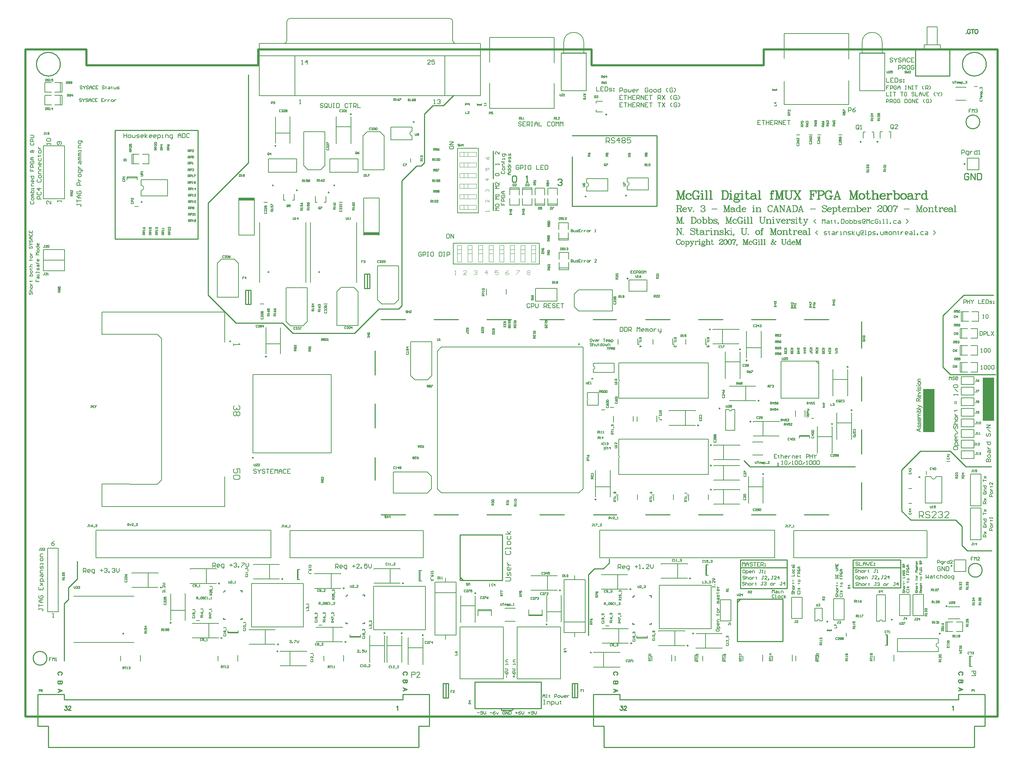
<source format=gto>
%FSLAX23Y23*%
%MOIN*%
G70*
G01*
G75*
G04 Layer_Color=65535*
%ADD10C,0.010*%
%ADD11R,0.039X0.043*%
%ADD12C,0.040*%
%ADD13R,0.102X0.087*%
%ADD14R,0.087X0.102*%
%ADD15R,0.024X0.094*%
%ADD16R,0.043X0.039*%
%ADD17R,0.039X0.043*%
%ADD18R,0.010X0.039*%
%ADD19R,0.020X0.039*%
%ADD20R,0.028X0.035*%
%ADD21R,0.106X0.063*%
%ADD22R,0.157X0.138*%
%ADD23R,0.041X0.083*%
%ADD24R,0.413X0.406*%
%ADD25R,0.051X0.063*%
%ADD26R,0.033X0.039*%
%ADD27O,0.016X0.063*%
%ADD28R,0.134X0.085*%
%ADD29R,0.041X0.085*%
%ADD30R,0.033X0.039*%
%ADD31R,0.041X0.085*%
%ADD32R,0.026X0.075*%
%ADD33R,0.138X0.079*%
%ADD34R,0.047X0.039*%
%ADD35R,0.134X0.075*%
%ADD36R,0.138X0.157*%
%ADD37R,0.079X0.138*%
%ADD38R,0.016X0.063*%
%ADD39R,0.063X0.051*%
%ADD40R,0.063X0.106*%
%ADD41R,0.014X0.053*%
%ADD42O,0.250X0.080*%
%ADD43R,0.124X0.202*%
%ADD44O,0.031X0.010*%
%ADD45R,0.031X0.010*%
%ADD46R,0.010X0.031*%
%ADD47O,0.080X0.250*%
%ADD48R,0.024X0.087*%
%ADD49R,0.024X0.087*%
%ADD50C,0.020*%
%ADD51R,0.039X0.047*%
%ADD52R,0.018X0.081*%
%ADD53R,0.047X0.102*%
%ADD54R,0.081X0.018*%
%ADD55R,0.047X0.043*%
%ADD56R,0.047X0.043*%
%ADD57R,0.059X0.020*%
%ADD58R,0.059X0.020*%
%ADD59R,0.035X0.028*%
%ADD60R,0.083X0.041*%
%ADD61R,0.406X0.413*%
%ADD62R,0.039X0.033*%
%ADD63R,0.039X0.033*%
%ADD64R,0.059X0.014*%
%ADD65R,0.087X0.024*%
%ADD66R,0.012X0.065*%
%ADD67R,0.087X0.024*%
%ADD68R,0.049X0.015*%
%ADD69R,0.213X0.118*%
%ADD70R,0.138X0.016*%
%ADD71R,0.057X0.022*%
%ADD72R,0.012X0.063*%
%ADD73R,0.063X0.012*%
%ADD74R,0.102X0.047*%
%ADD75R,0.014X0.053*%
%ADD76R,0.010X0.065*%
%ADD77R,0.012X0.016*%
%ADD78R,0.228X0.189*%
%ADD79R,0.016X0.012*%
%ADD80O,0.014X0.059*%
%ADD81R,0.014X0.059*%
%ADD82C,0.005*%
%ADD83C,0.008*%
%ADD84C,0.020*%
%ADD85C,0.004*%
%ADD86C,0.012*%
%ADD87C,0.006*%
%ADD88C,0.015*%
%ADD89C,0.009*%
%ADD90C,0.130*%
%ADD91C,0.050*%
%ADD92C,0.039*%
%ADD93R,0.039X0.039*%
%ADD94C,0.059*%
%ADD95R,0.059X0.059*%
%ADD96R,0.091X0.091*%
%ADD97C,0.091*%
%ADD98C,0.060*%
%ADD99R,0.059X0.059*%
%ADD100C,0.065*%
%ADD101R,0.060X0.060*%
%ADD102C,0.068*%
%ADD103R,0.059X0.059*%
%ADD104C,0.059*%
%ADD105R,0.100X0.050*%
%ADD106O,0.100X0.050*%
%ADD107C,0.150*%
%ADD108C,0.098*%
%ADD109C,0.083*%
%ADD110C,0.082*%
%ADD111C,0.067*%
%ADD112R,0.067X0.067*%
%ADD113C,0.187*%
%ADD114O,0.050X0.100*%
%ADD115R,0.050X0.100*%
%ADD116C,0.144*%
%ADD117C,0.055*%
%ADD118C,0.016*%
%ADD119C,0.036*%
%ADD120C,0.160*%
%ADD121C,0.020*%
%ADD122C,0.030*%
%ADD123R,0.063X0.071*%
%ADD124R,0.071X0.063*%
%ADD125R,0.039X0.020*%
%ADD126R,0.039X0.010*%
%ADD127C,0.010*%
%ADD128C,0.008*%
%ADD129C,0.004*%
%ADD130C,0.001*%
%ADD131C,0.001*%
%ADD132C,0.007*%
%ADD133C,0.006*%
%ADD134R,0.146X0.031*%
%ADD135R,0.110X0.410*%
%ADD136R,0.110X0.405*%
D10*
X13017Y11614D02*
G03*
X13017Y11614I-65J0D01*
G01*
X13040Y7380D02*
G03*
X13040Y7380I-65J0D01*
G01*
X13078Y12159D02*
G03*
X13078Y12159I-112J0D01*
G01*
X4328D02*
G03*
X4328Y12159I-112J0D01*
G01*
X12708Y7041D02*
G03*
X12708Y7041I-5J0D01*
G01*
X9694Y10136D02*
G03*
X9694Y10136I-5J0D01*
G01*
X4202Y6549D02*
G03*
X4202Y6549I-65J0D01*
G01*
X12265Y7405D02*
X12270Y7410D01*
X11820Y7405D02*
X12265D01*
X11820Y7480D02*
X12265D01*
X12270Y7475D01*
Y7215D02*
Y7475D01*
X11820Y7215D02*
X12270D01*
X11820D02*
Y7475D01*
X10755Y7405D02*
X11195D01*
X10755Y7480D02*
X11195D01*
Y7210D02*
Y7480D01*
X10755Y7210D02*
X11195D01*
X10755D02*
Y7480D01*
X8420Y11080D02*
Y11340D01*
Y10780D02*
Y11040D01*
X9165Y11485D02*
X9965D01*
Y11440D02*
Y11485D01*
Y10820D02*
Y11440D01*
X9165Y10820D02*
X9965D01*
X9165D02*
Y11285D01*
X11110Y8380D02*
Y8395D01*
X10845Y8360D02*
X11140D01*
X10790Y8415D02*
X10845Y8360D01*
X11110D02*
X11840D01*
X11110D02*
Y8380D01*
X12900Y7565D02*
X13130D01*
X12850Y7615D02*
X12900Y7565D01*
X12850Y7615D02*
Y7795D01*
X12790Y7855D02*
X12850Y7795D01*
X12365Y7855D02*
X12790D01*
X12280Y7940D02*
X12365Y7855D01*
X12280Y7940D02*
Y8330D01*
X12455Y8505D01*
X12740D01*
X12885Y8360D01*
X13125D01*
X12740Y9230D02*
X13165D01*
X12670Y9300D02*
X12740Y9230D01*
X12670Y9300D02*
Y9785D01*
X12865Y9980D01*
X13145D01*
X9320Y6765D02*
Y7340D01*
X9375Y7395D01*
X9460D01*
X9515Y7450D01*
Y7490D01*
X8595Y6060D02*
X8610Y6075D01*
X8495Y6060D02*
X8595D01*
X8495D02*
Y6075D01*
X4365Y6525D02*
Y7065D01*
X4405Y7105D01*
Y7215D01*
X4490Y7300D01*
Y7465D01*
X7950Y11770D02*
X8045Y11865D01*
X7850Y11770D02*
X7950D01*
X7825Y11745D02*
X7850Y11770D01*
X7770Y11690D02*
X7825Y11745D01*
X7770Y11230D02*
Y11690D01*
X7740Y11200D02*
X7770Y11230D01*
X7695Y11200D02*
X7740D01*
X7555Y11060D02*
X7695Y11200D01*
X7555Y9880D02*
Y11060D01*
X7525Y9850D02*
X7555Y9880D01*
X7340Y9850D02*
X7525D01*
X7110Y9620D02*
X7340Y9850D01*
X6525Y9620D02*
X7110D01*
X6430Y9715D02*
X6525Y9620D01*
X5990Y9715D02*
X6430D01*
X5725Y9980D02*
X5990Y9715D01*
X5725Y9980D02*
Y10850D01*
X6105Y11230D01*
Y12060D01*
X4845Y11535D02*
X5630D01*
Y10510D02*
Y11535D01*
X4845Y10510D02*
X5630D01*
X4845D02*
Y11535D01*
X9367Y6209D02*
X9617D01*
X9367Y5909D02*
X9467D01*
Y5709D02*
X12967D01*
Y5909D02*
X13067D01*
X12817Y6209D02*
X13067D01*
X9617Y6159D02*
X12817D01*
X9367Y5909D02*
Y6209D01*
X9467Y5709D02*
Y5909D01*
X12967Y5709D02*
Y5909D01*
X13067D02*
Y6209D01*
X12817Y6159D02*
Y6209D01*
X9617Y6159D02*
Y6209D01*
X11882Y12265D02*
X12118D01*
X7358Y9749D02*
X7588D01*
X7858D02*
X8088D01*
X8358D02*
X8588D01*
X8858D02*
X9088D01*
X9363D02*
X9583D01*
X9858D02*
X10088D01*
X10358D02*
X10588D01*
X10858D02*
X11088D01*
X11358D02*
X11588D01*
X9190Y6177D02*
Y6312D01*
X9165Y6177D02*
X9215D01*
Y6312D01*
X9165D02*
X9215D01*
X9165Y6177D02*
Y6312D01*
X7228Y10042D02*
Y10177D01*
X7203Y10042D02*
X7253D01*
Y10177D01*
X7203D02*
X7253D01*
X7203Y10042D02*
Y10177D01*
X6105Y9891D02*
Y10026D01*
X6080Y9891D02*
X6130D01*
Y10026D01*
X6080D02*
X6130D01*
X6080Y9891D02*
Y10026D01*
X6045Y6920D02*
Y6930D01*
X6030Y6920D02*
X6045D01*
X5870D02*
X5885D01*
X5870D02*
Y6930D01*
X6045Y7175D02*
Y7190D01*
X6030D02*
X6045D01*
X5870Y7175D02*
X5885Y7190D01*
X7201Y6879D02*
Y6889D01*
X7186Y6879D02*
X7201D01*
X7026D02*
X7041D01*
X7026D02*
Y6889D01*
X7201Y7134D02*
Y7149D01*
X7186D02*
X7201D01*
X7026Y7134D02*
X7041Y7149D01*
X11900Y9477D02*
Y9727D01*
Y8977D02*
Y9207D01*
Y8477D02*
Y8707D01*
Y7952D02*
Y8207D01*
X11360Y7906D02*
X11590D01*
X10860D02*
X11090D01*
X10360D02*
X10590D01*
X9860D02*
X10090D01*
X9365D02*
X9585D01*
X8860D02*
X9090D01*
X8360D02*
X8590D01*
X7860D02*
X8090D01*
X7360D02*
X7590D01*
X7303Y8231D02*
Y8446D01*
Y8726D02*
Y8951D01*
Y9226D02*
Y9451D01*
X10724Y7108D02*
X11154D01*
Y6708D02*
Y7108D01*
X10724Y6708D02*
X11154D01*
X10724D02*
Y7108D01*
Y7078D02*
X10754Y7108D01*
X9736Y7126D02*
X9751Y7141D01*
X9896D02*
X9911D01*
Y7126D02*
Y7141D01*
X9736Y6871D02*
Y6881D01*
Y6871D02*
X9751D01*
X9896D02*
X9911D01*
Y6881D01*
X8247Y6326D02*
X8873D01*
Y6074D02*
Y6326D01*
X8247Y6074D02*
X8873D01*
X8247D02*
Y6326D01*
X12732Y12047D02*
Y12297D01*
X12410Y12047D02*
X12732D01*
X12410D02*
Y12297D01*
X12732D01*
X9062Y12265D02*
X9298D01*
X7946Y6176D02*
Y6311D01*
X7996D01*
Y6176D02*
Y6311D01*
X7946Y6176D02*
X7996D01*
X7971D02*
Y6311D01*
X8105Y7315D02*
X8135Y7285D01*
X8105D02*
X8505D01*
Y7715D01*
X8105D02*
X8505D01*
X8105Y7285D02*
Y7715D01*
X4367Y6159D02*
Y6209D01*
X7567Y6159D02*
Y6209D01*
X7817Y5909D02*
Y6209D01*
X7717Y5709D02*
Y5909D01*
X4217Y5709D02*
Y5909D01*
X4117D02*
Y6209D01*
X4367Y6159D02*
X7567D01*
Y6209D02*
X7817D01*
X7717Y5909D02*
X7817D01*
X4217Y5709D02*
X7717D01*
X4117Y5909D02*
X4217D01*
X4117Y6209D02*
X4367D01*
X12913Y11117D02*
X12903Y11127D01*
X12883D01*
X12873Y11117D01*
Y11077D01*
X12883Y11067D01*
X12903D01*
X12913Y11077D01*
Y11097D01*
X12893D01*
X12933Y11067D02*
Y11127D01*
X12973Y11067D01*
Y11127D01*
X12993D02*
Y11067D01*
X13023D01*
X13033Y11077D01*
Y11117D01*
X13023Y11127D01*
X12993D01*
X9030Y11065D02*
X9040Y11075D01*
X9060D01*
X9070Y11065D01*
Y11055D01*
X9060Y11045D01*
X9050D01*
X9060D01*
X9070Y11035D01*
Y11025D01*
X9060Y11015D01*
X9040D01*
X9030Y11025D01*
X8600Y11095D02*
X8610Y11105D01*
X8630D01*
X8640Y11095D01*
Y11055D01*
X8630Y11045D01*
X8610D01*
X8600Y11055D01*
Y11095D01*
X8730Y11045D02*
X8750D01*
X8740D01*
Y11105D01*
X8730Y11095D01*
X12847Y6393D02*
X12851Y6395D01*
X12855Y6399D01*
X12857Y6402D01*
Y6410D01*
X12855Y6414D01*
X12851Y6418D01*
X12847Y6420D01*
X12842Y6422D01*
X12832D01*
X12827Y6420D01*
X12823Y6418D01*
X12819Y6414D01*
X12817Y6410D01*
Y6402D01*
X12819Y6399D01*
X12823Y6395D01*
X12827Y6393D01*
X12857Y6346D02*
X12817D01*
X12857D02*
Y6329D01*
X12855Y6324D01*
X12853Y6322D01*
X12849Y6320D01*
X12846D01*
X12842Y6322D01*
X12840Y6324D01*
X12838Y6329D01*
Y6346D02*
Y6329D01*
X12836Y6324D01*
X12834Y6322D01*
X12830Y6320D01*
X12825D01*
X12821Y6322D01*
X12819Y6324D01*
X12817Y6329D01*
Y6346D01*
Y6241D02*
X12857Y6256D01*
X12817Y6272D01*
X12830Y6266D02*
Y6247D01*
X9585Y6393D02*
X9589Y6395D01*
X9593Y6399D01*
X9594Y6402D01*
Y6410D01*
X9593Y6414D01*
X9589Y6418D01*
X9585Y6420D01*
X9579Y6422D01*
X9570D01*
X9564Y6420D01*
X9560Y6418D01*
X9556Y6414D01*
X9554Y6410D01*
Y6402D01*
X9556Y6399D01*
X9560Y6395D01*
X9564Y6393D01*
X9594Y6334D02*
X9554D01*
X9594D02*
Y6317D01*
X9593Y6311D01*
X9591Y6309D01*
X9587Y6307D01*
X9583D01*
X9579Y6309D01*
X9577Y6311D01*
X9575Y6317D01*
Y6334D02*
Y6317D01*
X9574Y6311D01*
X9572Y6309D01*
X9568Y6307D01*
X9562D01*
X9558Y6309D01*
X9556Y6311D01*
X9554Y6317D01*
Y6334D01*
Y6229D02*
X9594Y6244D01*
X9554Y6259D01*
X9568Y6253D02*
Y6234D01*
X9621Y6099D02*
X9642D01*
X9630Y6084D01*
X9636D01*
X9640Y6082D01*
X9642Y6080D01*
X9644Y6074D01*
Y6070D01*
X9642Y6065D01*
X9638Y6061D01*
X9632Y6059D01*
X9627D01*
X9621Y6061D01*
X9619Y6063D01*
X9617Y6067D01*
X9655Y6089D02*
Y6091D01*
X9656Y6095D01*
X9658Y6097D01*
X9662Y6099D01*
X9670D01*
X9674Y6097D01*
X9675Y6095D01*
X9677Y6091D01*
Y6088D01*
X9675Y6084D01*
X9672Y6078D01*
X9653Y6059D01*
X9679D01*
X12755Y6091D02*
X12758Y6093D01*
X12764Y6099D01*
Y6059D01*
X10161Y10965D02*
Y10885D01*
X10165Y10965D02*
X10188Y10896D01*
X10161Y10965D02*
X10188Y10885D01*
X10215Y10965D02*
X10188Y10885D01*
X10215Y10965D02*
Y10885D01*
X10219Y10965D02*
Y10885D01*
X10150Y10965D02*
X10165D01*
X10215D02*
X10230D01*
X10150Y10885D02*
X10173D01*
X10203D02*
X10230D01*
X10285Y10927D02*
X10281Y10923D01*
X10285Y10919D01*
X10289Y10923D01*
Y10927D01*
X10281Y10935D01*
X10273Y10938D01*
X10262D01*
X10251Y10935D01*
X10243Y10927D01*
X10239Y10915D01*
Y10908D01*
X10243Y10896D01*
X10251Y10889D01*
X10262Y10885D01*
X10270D01*
X10281Y10889D01*
X10289Y10896D01*
X10262Y10938D02*
X10254Y10935D01*
X10247Y10927D01*
X10243Y10915D01*
Y10908D01*
X10247Y10896D01*
X10254Y10889D01*
X10262Y10885D01*
X10354Y10954D02*
X10358Y10942D01*
Y10965D01*
X10354Y10954D01*
X10347Y10961D01*
X10335Y10965D01*
X10327D01*
X10316Y10961D01*
X10308Y10954D01*
X10305Y10946D01*
X10301Y10935D01*
Y10915D01*
X10305Y10904D01*
X10308Y10896D01*
X10316Y10889D01*
X10327Y10885D01*
X10335D01*
X10347Y10889D01*
X10354Y10896D01*
X10327Y10965D02*
X10320Y10961D01*
X10312Y10954D01*
X10308Y10946D01*
X10305Y10935D01*
Y10915D01*
X10308Y10904D01*
X10312Y10896D01*
X10320Y10889D01*
X10327Y10885D01*
X10354Y10915D02*
Y10885D01*
X10358Y10915D02*
Y10885D01*
X10343Y10915D02*
X10369D01*
X10391Y10965D02*
X10387Y10961D01*
X10391Y10957D01*
X10395Y10961D01*
X10391Y10965D01*
Y10938D02*
Y10885D01*
X10395Y10938D02*
Y10885D01*
X10380Y10938D02*
X10395D01*
X10380Y10885D02*
X10406D01*
X10432Y10965D02*
Y10885D01*
X10436Y10965D02*
Y10885D01*
X10421Y10965D02*
X10436D01*
X10421Y10885D02*
X10447D01*
X10473Y10965D02*
Y10885D01*
X10477Y10965D02*
Y10885D01*
X10462Y10965D02*
X10477D01*
X10462Y10885D02*
X10489D01*
X10586Y10965D02*
Y10885D01*
X10590Y10965D02*
Y10885D01*
X10575Y10965D02*
X10613D01*
X10625Y10961D01*
X10632Y10954D01*
X10636Y10946D01*
X10640Y10935D01*
Y10915D01*
X10636Y10904D01*
X10632Y10896D01*
X10625Y10889D01*
X10613Y10885D01*
X10575D01*
X10613Y10965D02*
X10621Y10961D01*
X10628Y10954D01*
X10632Y10946D01*
X10636Y10935D01*
Y10915D01*
X10632Y10904D01*
X10628Y10896D01*
X10621Y10889D01*
X10613Y10885D01*
X10662Y10965D02*
X10658Y10961D01*
X10662Y10957D01*
X10666Y10961D01*
X10662Y10965D01*
Y10938D02*
Y10885D01*
X10666Y10938D02*
Y10885D01*
X10650Y10938D02*
X10666D01*
X10650Y10885D02*
X10677D01*
X10714Y10938D02*
X10707Y10935D01*
X10703Y10931D01*
X10699Y10923D01*
Y10915D01*
X10703Y10908D01*
X10707Y10904D01*
X10714Y10900D01*
X10722D01*
X10730Y10904D01*
X10733Y10908D01*
X10737Y10915D01*
Y10923D01*
X10733Y10931D01*
X10730Y10935D01*
X10722Y10938D01*
X10714D01*
X10707Y10935D02*
X10703Y10927D01*
Y10912D01*
X10707Y10904D01*
X10730D02*
X10733Y10912D01*
Y10927D01*
X10730Y10935D01*
X10733Y10931D02*
X10737Y10935D01*
X10745Y10938D01*
Y10935D01*
X10737D01*
X10703Y10908D02*
X10699Y10904D01*
X10695Y10896D01*
Y10893D01*
X10699Y10885D01*
X10711Y10881D01*
X10730D01*
X10741Y10877D01*
X10745Y10874D01*
X10695Y10893D02*
X10699Y10889D01*
X10711Y10885D01*
X10730D01*
X10741Y10881D01*
X10745Y10874D01*
Y10870D01*
X10741Y10862D01*
X10730Y10858D01*
X10707D01*
X10695Y10862D01*
X10692Y10870D01*
Y10874D01*
X10695Y10881D01*
X10707Y10885D01*
X10768Y10965D02*
X10764Y10961D01*
X10768Y10957D01*
X10772Y10961D01*
X10768Y10965D01*
Y10938D02*
Y10885D01*
X10772Y10938D02*
Y10885D01*
X10757Y10938D02*
X10772D01*
X10757Y10885D02*
X10783D01*
X10821D02*
X10817Y10889D01*
X10813Y10900D01*
Y10965D01*
X10809D01*
Y10900D01*
X10813Y10889D01*
X10821Y10885D01*
X10828D01*
X10836Y10889D01*
X10840Y10896D01*
X10798Y10938D02*
X10828D01*
X10860Y10931D02*
Y10927D01*
X10857D01*
Y10931D01*
X10860Y10935D01*
X10868Y10938D01*
X10883D01*
X10891Y10935D01*
X10895Y10931D01*
X10898Y10923D01*
Y10896D01*
X10902Y10889D01*
X10906Y10885D01*
X10895Y10931D02*
Y10896D01*
X10898Y10889D01*
X10906Y10885D01*
X10910D01*
X10895Y10923D02*
X10891Y10919D01*
X10868Y10915D01*
X10857Y10912D01*
X10853Y10904D01*
Y10896D01*
X10857Y10889D01*
X10868Y10885D01*
X10879D01*
X10887Y10889D01*
X10895Y10896D01*
X10868Y10915D02*
X10860Y10912D01*
X10857Y10904D01*
Y10896D01*
X10860Y10889D01*
X10868Y10885D01*
X10933Y10965D02*
Y10885D01*
X10936Y10965D02*
Y10885D01*
X10921Y10965D02*
X10936D01*
X10921Y10885D02*
X10948D01*
X11065Y10961D02*
X11061Y10957D01*
X11065Y10954D01*
X11069Y10957D01*
Y10961D01*
X11065Y10965D01*
X11057D01*
X11050Y10961D01*
X11046Y10954D01*
Y10885D01*
X11057Y10965D02*
X11053Y10961D01*
X11050Y10954D01*
Y10885D01*
X11034Y10938D02*
X11065D01*
X11034Y10885D02*
X11061D01*
X11094Y10965D02*
Y10885D01*
X11098Y10965D02*
X11120Y10896D01*
X11094Y10965D02*
X11120Y10885D01*
X11147Y10965D02*
X11120Y10885D01*
X11147Y10965D02*
Y10885D01*
X11151Y10965D02*
Y10885D01*
X11082Y10965D02*
X11098D01*
X11147D02*
X11162D01*
X11082Y10885D02*
X11105D01*
X11136D02*
X11162D01*
X11183Y10965D02*
Y10908D01*
X11187Y10896D01*
X11194Y10889D01*
X11206Y10885D01*
X11213D01*
X11225Y10889D01*
X11232Y10896D01*
X11236Y10908D01*
Y10965D01*
X11187D02*
Y10908D01*
X11191Y10896D01*
X11198Y10889D01*
X11206Y10885D01*
X11171Y10965D02*
X11198D01*
X11225D02*
X11248D01*
X11265D02*
X11314Y10885D01*
X11269Y10965D02*
X11318Y10885D01*
Y10965D02*
X11265Y10885D01*
X11257Y10965D02*
X11280D01*
X11303D02*
X11326D01*
X11257Y10885D02*
X11280D01*
X11303D02*
X11326D01*
X11419Y10965D02*
Y10885D01*
X11423Y10965D02*
Y10885D01*
X11446Y10942D02*
Y10912D01*
X11408Y10965D02*
X11469D01*
Y10942D01*
X11465Y10965D01*
X11423Y10927D02*
X11446D01*
X11408Y10885D02*
X11435D01*
X11491Y10965D02*
Y10885D01*
X11495Y10965D02*
Y10885D01*
X11480Y10965D02*
X11526D01*
X11537Y10961D01*
X11541Y10957D01*
X11545Y10950D01*
Y10938D01*
X11541Y10931D01*
X11537Y10927D01*
X11526Y10923D01*
X11495D01*
X11526Y10965D02*
X11533Y10961D01*
X11537Y10957D01*
X11541Y10950D01*
Y10938D01*
X11537Y10931D01*
X11533Y10927D01*
X11526Y10923D01*
X11480Y10885D02*
X11507D01*
X11609Y10954D02*
X11613Y10942D01*
Y10965D01*
X11609Y10954D01*
X11601Y10961D01*
X11590Y10965D01*
X11582D01*
X11571Y10961D01*
X11563Y10954D01*
X11559Y10946D01*
X11555Y10935D01*
Y10915D01*
X11559Y10904D01*
X11563Y10896D01*
X11571Y10889D01*
X11582Y10885D01*
X11590D01*
X11601Y10889D01*
X11609Y10896D01*
X11582Y10965D02*
X11574Y10961D01*
X11567Y10954D01*
X11563Y10946D01*
X11559Y10935D01*
Y10915D01*
X11563Y10904D01*
X11567Y10896D01*
X11574Y10889D01*
X11582Y10885D01*
X11609Y10915D02*
Y10885D01*
X11613Y10915D02*
Y10885D01*
X11597Y10915D02*
X11624D01*
X11669Y10965D02*
X11642Y10885D01*
X11669Y10965D02*
X11695Y10885D01*
X11669Y10954D02*
X11691Y10885D01*
X11649Y10908D02*
X11684D01*
X11634Y10885D02*
X11657D01*
X11680D02*
X11703D01*
X11797Y10965D02*
Y10885D01*
X11800Y10965D02*
X11823Y10896D01*
X11797Y10965D02*
X11823Y10885D01*
X11850Y10965D02*
X11823Y10885D01*
X11850Y10965D02*
Y10885D01*
X11854Y10965D02*
Y10885D01*
X11785Y10965D02*
X11800D01*
X11850D02*
X11865D01*
X11785Y10885D02*
X11808D01*
X11838D02*
X11865D01*
X11897Y10938D02*
X11886Y10935D01*
X11878Y10927D01*
X11874Y10915D01*
Y10908D01*
X11878Y10896D01*
X11886Y10889D01*
X11897Y10885D01*
X11905D01*
X11916Y10889D01*
X11924Y10896D01*
X11928Y10908D01*
Y10915D01*
X11924Y10927D01*
X11916Y10935D01*
X11905Y10938D01*
X11897D01*
X11889Y10935D01*
X11882Y10927D01*
X11878Y10915D01*
Y10908D01*
X11882Y10896D01*
X11889Y10889D01*
X11897Y10885D01*
X11905D02*
X11912Y10889D01*
X11920Y10896D01*
X11924Y10908D01*
Y10915D01*
X11920Y10927D01*
X11912Y10935D01*
X11905Y10938D01*
X11962Y10885D02*
X11958Y10889D01*
X11955Y10900D01*
Y10965D01*
X11951D01*
Y10900D01*
X11955Y10889D01*
X11962Y10885D01*
X11970D01*
X11977Y10889D01*
X11981Y10896D01*
X11939Y10938D02*
X11970D01*
X12006Y10965D02*
Y10885D01*
X12009Y10965D02*
Y10885D01*
Y10927D02*
X12017Y10935D01*
X12028Y10938D01*
X12036D01*
X12047Y10935D01*
X12051Y10927D01*
Y10885D01*
X12036Y10938D02*
X12044Y10935D01*
X12047Y10927D01*
Y10885D01*
X11994Y10965D02*
X12009D01*
X11994Y10885D02*
X12021D01*
X12036D02*
X12063D01*
X12077Y10915D02*
X12123D01*
Y10923D01*
X12119Y10931D01*
X12115Y10935D01*
X12107Y10938D01*
X12096D01*
X12084Y10935D01*
X12077Y10927D01*
X12073Y10915D01*
Y10908D01*
X12077Y10896D01*
X12084Y10889D01*
X12096Y10885D01*
X12103D01*
X12115Y10889D01*
X12123Y10896D01*
X12119Y10915D02*
Y10927D01*
X12115Y10935D01*
X12096Y10938D02*
X12088Y10935D01*
X12081Y10927D01*
X12077Y10915D01*
Y10908D01*
X12081Y10896D01*
X12088Y10889D01*
X12096Y10885D01*
X12146Y10938D02*
Y10885D01*
X12150Y10938D02*
Y10885D01*
Y10915D02*
X12154Y10927D01*
X12161Y10935D01*
X12169Y10938D01*
X12180D01*
X12184Y10935D01*
Y10931D01*
X12180Y10927D01*
X12177Y10931D01*
X12180Y10935D01*
X12135Y10938D02*
X12150D01*
X12135Y10885D02*
X12161D01*
X12208Y10965D02*
Y10885D01*
X12212Y10965D02*
Y10885D01*
Y10927D02*
X12219Y10935D01*
X12227Y10938D01*
X12235D01*
X12246Y10935D01*
X12254Y10927D01*
X12257Y10915D01*
Y10908D01*
X12254Y10896D01*
X12246Y10889D01*
X12235Y10885D01*
X12227D01*
X12219Y10889D01*
X12212Y10896D01*
X12235Y10938D02*
X12242Y10935D01*
X12250Y10927D01*
X12254Y10915D01*
Y10908D01*
X12250Y10896D01*
X12242Y10889D01*
X12235Y10885D01*
X12196Y10965D02*
X12212D01*
X12291Y10938D02*
X12280Y10935D01*
X12272Y10927D01*
X12268Y10915D01*
Y10908D01*
X12272Y10896D01*
X12280Y10889D01*
X12291Y10885D01*
X12299D01*
X12310Y10889D01*
X12318Y10896D01*
X12322Y10908D01*
Y10915D01*
X12318Y10927D01*
X12310Y10935D01*
X12299Y10938D01*
X12291D01*
X12284Y10935D01*
X12276Y10927D01*
X12272Y10915D01*
Y10908D01*
X12276Y10896D01*
X12284Y10889D01*
X12291Y10885D01*
X12299D02*
X12306Y10889D01*
X12314Y10896D01*
X12318Y10908D01*
Y10915D01*
X12314Y10927D01*
X12306Y10935D01*
X12299Y10938D01*
X12341Y10931D02*
Y10927D01*
X12337D01*
Y10931D01*
X12341Y10935D01*
X12349Y10938D01*
X12364D01*
X12372Y10935D01*
X12375Y10931D01*
X12379Y10923D01*
Y10896D01*
X12383Y10889D01*
X12387Y10885D01*
X12375Y10931D02*
Y10896D01*
X12379Y10889D01*
X12387Y10885D01*
X12391D01*
X12375Y10923D02*
X12372Y10919D01*
X12349Y10915D01*
X12337Y10912D01*
X12334Y10904D01*
Y10896D01*
X12337Y10889D01*
X12349Y10885D01*
X12360D01*
X12368Y10889D01*
X12375Y10896D01*
X12349Y10915D02*
X12341Y10912D01*
X12337Y10904D01*
Y10896D01*
X12341Y10889D01*
X12349Y10885D01*
X12414Y10938D02*
Y10885D01*
X12417Y10938D02*
Y10885D01*
Y10915D02*
X12421Y10927D01*
X12429Y10935D01*
X12436Y10938D01*
X12448D01*
X12452Y10935D01*
Y10931D01*
X12448Y10927D01*
X12444Y10931D01*
X12448Y10935D01*
X12402Y10938D02*
X12417D01*
X12402Y10885D02*
X12429D01*
X12509Y10965D02*
Y10885D01*
X12513Y10965D02*
Y10885D01*
X12509Y10927D02*
X12502Y10935D01*
X12494Y10938D01*
X12487D01*
X12475Y10935D01*
X12468Y10927D01*
X12464Y10915D01*
Y10908D01*
X12468Y10896D01*
X12475Y10889D01*
X12487Y10885D01*
X12494D01*
X12502Y10889D01*
X12509Y10896D01*
X12487Y10938D02*
X12479Y10935D01*
X12471Y10927D01*
X12468Y10915D01*
Y10908D01*
X12471Y10896D01*
X12479Y10889D01*
X12487Y10885D01*
X12498Y10965D02*
X12513D01*
X12509Y10885D02*
X12525D01*
X7504Y6091D02*
X7508Y6093D01*
X7514Y6099D01*
Y6059D01*
X4371Y6099D02*
X4392D01*
X4380Y6084D01*
X4386D01*
X4390Y6082D01*
X4392Y6080D01*
X4394Y6074D01*
Y6070D01*
X4392Y6065D01*
X4388Y6061D01*
X4382Y6059D01*
X4377D01*
X4371Y6061D01*
X4369Y6063D01*
X4367Y6067D01*
X4405Y6089D02*
Y6091D01*
X4406Y6095D01*
X4408Y6097D01*
X4412Y6099D01*
X4420D01*
X4424Y6097D01*
X4425Y6095D01*
X4427Y6091D01*
Y6088D01*
X4425Y6084D01*
X4422Y6078D01*
X4403Y6059D01*
X4429D01*
X4305Y6229D02*
X4344Y6244D01*
X4305Y6259D01*
X4318Y6253D02*
Y6234D01*
X4344Y6334D02*
X4305D01*
X4344D02*
Y6317D01*
X4343Y6311D01*
X4341Y6309D01*
X4337Y6307D01*
X4333D01*
X4329Y6309D01*
X4327Y6311D01*
X4325Y6317D01*
Y6334D02*
Y6317D01*
X4324Y6311D01*
X4322Y6309D01*
X4318Y6307D01*
X4312D01*
X4308Y6309D01*
X4306Y6311D01*
X4305Y6317D01*
Y6334D01*
X4335Y6393D02*
X4339Y6395D01*
X4343Y6399D01*
X4344Y6402D01*
Y6410D01*
X4343Y6414D01*
X4339Y6418D01*
X4335Y6420D01*
X4329Y6422D01*
X4320D01*
X4314Y6420D01*
X4310Y6418D01*
X4306Y6414D01*
X4305Y6410D01*
Y6402D01*
X4306Y6399D01*
X4310Y6395D01*
X4314Y6393D01*
X7567Y6241D02*
X7607Y6256D01*
X7567Y6272D01*
X7580Y6266D02*
Y6247D01*
X7607Y6346D02*
X7567D01*
X7607D02*
Y6329D01*
X7605Y6324D01*
X7603Y6322D01*
X7599Y6320D01*
X7596D01*
X7592Y6322D01*
X7590Y6324D01*
X7588Y6329D01*
Y6346D02*
Y6329D01*
X7586Y6324D01*
X7584Y6322D01*
X7580Y6320D01*
X7575D01*
X7571Y6322D01*
X7569Y6324D01*
X7567Y6329D01*
Y6346D01*
X7597Y6393D02*
X7601Y6395D01*
X7605Y6399D01*
X7607Y6402D01*
Y6410D01*
X7605Y6414D01*
X7601Y6418D01*
X7597Y6420D01*
X7592Y6422D01*
X7582D01*
X7577Y6420D01*
X7573Y6418D01*
X7569Y6414D01*
X7567Y6410D01*
Y6402D01*
X7569Y6399D01*
X7573Y6395D01*
X7577Y6393D01*
D82*
X12095Y12365D02*
G03*
X11905Y12365I-95J0D01*
G01*
X9275D02*
G03*
X9085Y12365I-95J0D01*
G01*
X11882Y11910D02*
X12118D01*
X11905Y12265D02*
Y12365D01*
X12095Y12265D02*
Y12365D01*
X11882Y11910D02*
Y12265D01*
X12118Y11910D02*
Y12265D01*
X9062Y11910D02*
X9298D01*
X9085Y12265D02*
Y12365D01*
X9275Y12265D02*
Y12365D01*
X9062Y11910D02*
Y12265D01*
X9298Y11910D02*
Y12265D01*
D83*
X11410Y11780D02*
X11475D01*
X11170Y12450D02*
X11780D01*
X11170Y11780D02*
X11440D01*
X11475D02*
X11780D01*
X8689Y11743D02*
X8994D01*
X8384D02*
X8654D01*
X8384Y12413D02*
X8994D01*
X8624Y11743D02*
X8689D01*
X12491Y12297D02*
Y12343D01*
X12644D01*
Y12297D02*
Y12343D01*
X12518D02*
Y12512D01*
X12617D01*
Y12343D02*
Y12512D01*
X8820Y9923D02*
X9022D01*
X12202Y11557D02*
Y11583D01*
X12195Y11590D01*
X12182D01*
X12175Y11583D01*
Y11557D01*
X12182Y11550D01*
X12195D01*
X12188Y11563D02*
X12202Y11550D01*
X12195D02*
X12202Y11557D01*
X12242Y11550D02*
X12215D01*
X12242Y11577D01*
Y11583D01*
X12235Y11590D01*
X12222D01*
X12215Y11583D01*
X11877Y11552D02*
Y11578D01*
X11870Y11585D01*
X11857D01*
X11850Y11578D01*
Y11552D01*
X11857Y11545D01*
X11870D01*
X11863Y11558D02*
X11877Y11545D01*
X11870D02*
X11877Y11552D01*
X11890Y11545D02*
X11903D01*
X11897D01*
Y11585D01*
X11890Y11578D01*
X12845Y11310D02*
Y11350D01*
X12865D01*
X12872Y11343D01*
Y11330D01*
X12865Y11323D01*
X12845D01*
X12898Y11297D02*
X12905D01*
X12912Y11303D01*
Y11337D01*
X12892D01*
X12885Y11330D01*
Y11317D01*
X12892Y11310D01*
X12912D01*
X12925Y11337D02*
Y11310D01*
Y11323D01*
X12932Y11330D01*
X12938Y11337D01*
X12945D01*
X12992Y11350D02*
Y11310D01*
X12972D01*
X12965Y11317D01*
Y11330D01*
X12972Y11337D01*
X12992D01*
X13005Y11310D02*
X13018D01*
X13012D01*
Y11350D01*
X13005Y11343D01*
X12647Y7408D02*
X12640Y7415D01*
X12627D01*
X12620Y7408D01*
Y7382D01*
X12627Y7375D01*
X12640D01*
X12647Y7382D01*
Y7395D01*
X12633D01*
X12660Y7375D02*
Y7415D01*
X12687Y7375D01*
Y7415D01*
X12700D02*
Y7375D01*
X12720D01*
X12727Y7382D01*
Y7408D01*
X12720Y7415D01*
X12700D01*
X9485Y11415D02*
Y11465D01*
X9510D01*
X9518Y11457D01*
Y11440D01*
X9510Y11432D01*
X9485D01*
X9502D02*
X9518Y11415D01*
X9568Y11457D02*
X9560Y11465D01*
X9543D01*
X9535Y11457D01*
Y11448D01*
X9543Y11440D01*
X9560D01*
X9568Y11432D01*
Y11423D01*
X9560Y11415D01*
X9543D01*
X9535Y11423D01*
X9610Y11415D02*
Y11465D01*
X9585Y11440D01*
X9618D01*
X9635Y11457D02*
X9643Y11465D01*
X9660D01*
X9668Y11457D01*
Y11448D01*
X9660Y11440D01*
X9668Y11432D01*
Y11423D01*
X9660Y11415D01*
X9643D01*
X9635Y11423D01*
Y11432D01*
X9643Y11440D01*
X9635Y11448D01*
Y11457D01*
X9643Y11440D02*
X9660D01*
X9718Y11465D02*
X9685D01*
Y11440D01*
X9702Y11448D01*
X9710D01*
X9718Y11440D01*
Y11423D01*
X9710Y11415D01*
X9693D01*
X9685Y11423D01*
X11145Y8380D02*
X11157D01*
X11151D01*
Y8415D01*
X11145Y8409D01*
X11174D02*
X11180Y8415D01*
X11192D01*
X11197Y8409D01*
Y8386D01*
X11192Y8380D01*
X11180D01*
X11174Y8386D01*
Y8409D01*
X11209Y8380D02*
X11232Y8403D01*
X11244Y8380D02*
X11256D01*
X11250D01*
Y8415D01*
X11244Y8409D01*
X11273D02*
X11279Y8415D01*
X11291D01*
X11297Y8409D01*
Y8386D01*
X11291Y8380D01*
X11279D01*
X11273Y8386D01*
Y8409D01*
X11308D02*
X11314Y8415D01*
X11326D01*
X11332Y8409D01*
Y8386D01*
X11326Y8380D01*
X11314D01*
X11308Y8386D01*
Y8409D01*
X11343Y8380D02*
X11367Y8403D01*
X11378Y8380D02*
X11390D01*
X11384D01*
Y8415D01*
X11378Y8409D01*
X11407D02*
X11413Y8415D01*
X11425D01*
X11431Y8409D01*
Y8386D01*
X11425Y8380D01*
X11413D01*
X11407Y8386D01*
Y8409D01*
X11442D02*
X11448Y8415D01*
X11460D01*
X11466Y8409D01*
Y8386D01*
X11460Y8380D01*
X11448D01*
X11442Y8386D01*
Y8409D01*
X11477D02*
X11483Y8415D01*
X11495D01*
X11501Y8409D01*
Y8386D01*
X11495Y8380D01*
X11483D01*
X11477Y8386D01*
Y8409D01*
X9620Y9675D02*
Y9635D01*
X9640D01*
X9647Y9642D01*
Y9668D01*
X9640Y9675D01*
X9620D01*
X9660D02*
Y9635D01*
X9680D01*
X9687Y9642D01*
Y9668D01*
X9680Y9675D01*
X9660D01*
X9700Y9635D02*
Y9675D01*
X9720D01*
X9727Y9668D01*
Y9655D01*
X9720Y9648D01*
X9700D01*
X9713D02*
X9727Y9635D01*
X9780D02*
Y9675D01*
X9793Y9662D01*
X9807Y9675D01*
Y9635D01*
X9840D02*
X9827D01*
X9820Y9642D01*
Y9655D01*
X9827Y9662D01*
X9840D01*
X9847Y9655D01*
Y9648D01*
X9820D01*
X9860Y9635D02*
Y9662D01*
X9867D01*
X9873Y9655D01*
Y9635D01*
Y9655D01*
X9880Y9662D01*
X9887Y9655D01*
Y9635D01*
X9907D02*
X9920D01*
X9927Y9642D01*
Y9655D01*
X9920Y9662D01*
X9907D01*
X9900Y9655D01*
Y9642D01*
X9907Y9635D01*
X9940Y9662D02*
Y9635D01*
Y9648D01*
X9947Y9655D01*
X9953Y9662D01*
X9960D01*
X9980D02*
Y9642D01*
X9987Y9635D01*
X10007D01*
Y9628D01*
X10000Y9622D01*
X9993D01*
X10007Y9635D02*
Y9662D01*
X8662Y11198D02*
X8655Y11205D01*
X8642D01*
X8635Y11198D01*
Y11172D01*
X8642Y11165D01*
X8655D01*
X8662Y11172D01*
Y11185D01*
X8648D01*
X8675Y11165D02*
Y11205D01*
X8695D01*
X8702Y11198D01*
Y11185D01*
X8695Y11178D01*
X8675D01*
X8715Y11205D02*
X8728D01*
X8722D01*
Y11165D01*
X8715D01*
X8728D01*
X8768Y11205D02*
X8755D01*
X8748Y11198D01*
Y11172D01*
X8755Y11165D01*
X8768D01*
X8775Y11172D01*
Y11198D01*
X8768Y11205D01*
X8828D02*
Y11165D01*
X8855D01*
X8895Y11205D02*
X8868D01*
Y11165D01*
X8895D01*
X8868Y11185D02*
X8882D01*
X8908Y11205D02*
Y11165D01*
X8928D01*
X8935Y11172D01*
Y11198D01*
X8928Y11205D01*
X8908D01*
X12770Y8540D02*
Y8527D01*
X12777Y8520D01*
X12803D01*
X12810Y8527D01*
Y8540D01*
X12803Y8547D01*
X12777D01*
X12770Y8540D01*
X12823Y8560D02*
X12783D01*
Y8580D01*
X12790Y8587D01*
X12803D01*
X12810Y8580D01*
Y8560D01*
Y8620D02*
Y8607D01*
X12803Y8600D01*
X12790D01*
X12783Y8607D01*
Y8620D01*
X12790Y8627D01*
X12797D01*
Y8600D01*
X12810Y8640D02*
X12783D01*
Y8660D01*
X12790Y8667D01*
X12810D01*
Y8680D02*
X12783Y8707D01*
X12777Y8747D02*
X12770Y8740D01*
Y8727D01*
X12777Y8720D01*
X12783D01*
X12790Y8727D01*
Y8740D01*
X12797Y8747D01*
X12803D01*
X12810Y8740D01*
Y8727D01*
X12803Y8720D01*
X12770Y8760D02*
X12810D01*
X12790D01*
X12783Y8767D01*
Y8780D01*
X12790Y8787D01*
X12810D01*
Y8807D02*
Y8820D01*
X12803Y8827D01*
X12790D01*
X12783Y8820D01*
Y8807D01*
X12790Y8800D01*
X12803D01*
X12810Y8807D01*
X12783Y8840D02*
X12810D01*
X12797D01*
X12790Y8847D01*
X12783Y8853D01*
Y8860D01*
X12777Y8887D02*
X12783D01*
Y8880D01*
Y8893D01*
Y8887D01*
X12803D01*
X12810Y8893D01*
X12797Y8953D02*
Y8980D01*
X12783Y8953D02*
Y8980D01*
X12810Y9033D02*
Y9046D01*
Y9040D01*
X12770D01*
X12777Y9033D01*
X12810Y9066D02*
X12783Y9093D01*
X12777Y9106D02*
X12770Y9113D01*
Y9126D01*
X12777Y9133D01*
X12803D01*
X12810Y9126D01*
Y9113D01*
X12803Y9106D01*
X12777D01*
X12445Y7875D02*
Y7935D01*
X12475D01*
X12485Y7925D01*
Y7905D01*
X12475Y7895D01*
X12445D01*
X12465D02*
X12485Y7875D01*
X12545Y7925D02*
X12535Y7935D01*
X12515D01*
X12505Y7925D01*
Y7915D01*
X12515Y7905D01*
X12535D01*
X12545Y7895D01*
Y7885D01*
X12535Y7875D01*
X12515D01*
X12505Y7885D01*
X12605Y7875D02*
X12565D01*
X12605Y7915D01*
Y7925D01*
X12595Y7935D01*
X12575D01*
X12565Y7925D01*
X12625D02*
X12635Y7935D01*
X12655D01*
X12665Y7925D01*
Y7915D01*
X12655Y7905D01*
X12645D01*
X12655D01*
X12665Y7895D01*
Y7885D01*
X12655Y7875D01*
X12635D01*
X12625Y7885D01*
X12725Y7875D02*
X12685D01*
X12725Y7915D01*
Y7925D01*
X12715Y7935D01*
X12695D01*
X12685Y7925D01*
X12197Y12213D02*
X12190Y12220D01*
X12177D01*
X12170Y12213D01*
Y12207D01*
X12177Y12200D01*
X12190D01*
X12197Y12193D01*
Y12187D01*
X12190Y12180D01*
X12177D01*
X12170Y12187D01*
X12210Y12220D02*
Y12213D01*
X12223Y12200D01*
X12237Y12213D01*
Y12220D01*
X12223Y12200D02*
Y12180D01*
X12277Y12213D02*
X12270Y12220D01*
X12257D01*
X12250Y12213D01*
Y12207D01*
X12257Y12200D01*
X12270D01*
X12277Y12193D01*
Y12187D01*
X12270Y12180D01*
X12257D01*
X12250Y12187D01*
X12290Y12180D02*
Y12207D01*
X12303Y12220D01*
X12317Y12207D01*
Y12180D01*
Y12200D01*
X12290D01*
X12357Y12213D02*
X12350Y12220D01*
X12337D01*
X12330Y12213D01*
Y12187D01*
X12337Y12180D01*
X12350D01*
X12357Y12187D01*
X12397Y12220D02*
X12370D01*
Y12180D01*
X12397D01*
X12370Y12200D02*
X12383D01*
X9600Y7395D02*
Y7435D01*
X9620D01*
X9627Y7428D01*
Y7415D01*
X9620Y7408D01*
X9600D01*
X9613D02*
X9627Y7395D01*
X9660D02*
X9647D01*
X9640Y7402D01*
Y7415D01*
X9647Y7422D01*
X9660D01*
X9667Y7415D01*
Y7408D01*
X9640D01*
X9693Y7382D02*
X9700D01*
X9707Y7388D01*
Y7422D01*
X9687D01*
X9680Y7415D01*
Y7402D01*
X9687Y7395D01*
X9707D01*
X9760Y7415D02*
X9787D01*
X9773Y7428D02*
Y7402D01*
X9800Y7395D02*
X9813D01*
X9807D01*
Y7435D01*
X9800Y7428D01*
X9833Y7395D02*
Y7402D01*
X9840D01*
Y7395D01*
X9833D01*
X9893D02*
X9867D01*
X9893Y7422D01*
Y7428D01*
X9887Y7435D01*
X9873D01*
X9867Y7428D01*
X9907Y7435D02*
Y7408D01*
X9920Y7395D01*
X9933Y7408D01*
Y7435D01*
X8895Y6155D02*
X8908D01*
X8902D01*
Y6115D01*
X8895D01*
X8908D01*
X8928D02*
Y6142D01*
X8948D01*
X8955Y6135D01*
Y6115D01*
X8968Y6102D02*
Y6142D01*
X8988D01*
X8995Y6135D01*
Y6122D01*
X8988Y6115D01*
X8968D01*
X9008Y6142D02*
Y6122D01*
X9015Y6115D01*
X9035D01*
Y6142D01*
X9055Y6148D02*
Y6142D01*
X9048D01*
X9062D01*
X9055D01*
Y6122D01*
X9062Y6115D01*
X8535Y7280D02*
X8577D01*
X8585Y7288D01*
Y7305D01*
X8577Y7313D01*
X8535D01*
X8585Y7330D02*
Y7355D01*
X8577Y7363D01*
X8568Y7355D01*
Y7338D01*
X8560Y7330D01*
X8552Y7338D01*
Y7363D01*
X8585Y7405D02*
Y7388D01*
X8577Y7380D01*
X8560D01*
X8552Y7388D01*
Y7405D01*
X8560Y7413D01*
X8568D01*
Y7380D01*
X8552Y7430D02*
X8585D01*
X8568D01*
X8560Y7438D01*
X8552Y7447D01*
Y7455D01*
X8543Y7563D02*
X8535Y7555D01*
Y7538D01*
X8543Y7530D01*
X8577D01*
X8585Y7538D01*
Y7555D01*
X8577Y7563D01*
X8585Y7580D02*
Y7597D01*
Y7588D01*
X8535D01*
Y7580D01*
X8585Y7630D02*
Y7647D01*
X8577Y7655D01*
X8560D01*
X8552Y7647D01*
Y7630D01*
X8560Y7622D01*
X8577D01*
X8585Y7630D01*
X8552Y7705D02*
Y7680D01*
X8560Y7672D01*
X8577D01*
X8585Y7680D01*
Y7705D01*
Y7722D02*
X8535D01*
X8568D02*
X8552Y7747D01*
X8568Y7722D02*
X8585Y7747D01*
X6930Y7400D02*
Y7440D01*
X6950D01*
X6957Y7433D01*
Y7420D01*
X6950Y7413D01*
X6930D01*
X6943D02*
X6957Y7400D01*
X6990D02*
X6977D01*
X6970Y7407D01*
Y7420D01*
X6977Y7427D01*
X6990D01*
X6997Y7420D01*
Y7413D01*
X6970D01*
X7023Y7387D02*
X7030D01*
X7037Y7393D01*
Y7427D01*
X7017D01*
X7010Y7420D01*
Y7407D01*
X7017Y7400D01*
X7037D01*
X7090Y7420D02*
X7117D01*
X7103Y7433D02*
Y7407D01*
X7157Y7400D02*
X7130D01*
X7157Y7427D01*
Y7433D01*
X7150Y7440D01*
X7137D01*
X7130Y7433D01*
X7170Y7400D02*
Y7407D01*
X7177D01*
Y7400D01*
X7170D01*
X7230Y7440D02*
X7203D01*
Y7420D01*
X7217Y7427D01*
X7223D01*
X7230Y7420D01*
Y7407D01*
X7223Y7400D01*
X7210D01*
X7203Y7407D01*
X7243Y7440D02*
Y7413D01*
X7257Y7400D01*
X7270Y7413D01*
Y7440D01*
X5770Y7410D02*
Y7450D01*
X5790D01*
X5797Y7443D01*
Y7430D01*
X5790Y7423D01*
X5770D01*
X5783D02*
X5797Y7410D01*
X5830D02*
X5817D01*
X5810Y7417D01*
Y7430D01*
X5817Y7437D01*
X5830D01*
X5837Y7430D01*
Y7423D01*
X5810D01*
X5863Y7397D02*
X5870D01*
X5877Y7403D01*
Y7437D01*
X5857D01*
X5850Y7430D01*
Y7417D01*
X5857Y7410D01*
X5877D01*
X5930Y7430D02*
X5957D01*
X5943Y7443D02*
Y7417D01*
X5970Y7443D02*
X5977Y7450D01*
X5990D01*
X5997Y7443D01*
Y7437D01*
X5990Y7430D01*
X5983D01*
X5990D01*
X5997Y7423D01*
Y7417D01*
X5990Y7410D01*
X5977D01*
X5970Y7417D01*
X6010Y7410D02*
Y7417D01*
X6017D01*
Y7410D01*
X6010D01*
X6043Y7450D02*
X6070D01*
Y7443D01*
X6043Y7417D01*
Y7410D01*
X6083Y7450D02*
Y7423D01*
X6097Y7410D01*
X6110Y7423D01*
Y7450D01*
X4545Y7360D02*
Y7400D01*
X4565D01*
X4572Y7393D01*
Y7380D01*
X4565Y7373D01*
X4545D01*
X4558D02*
X4572Y7360D01*
X4605D02*
X4592D01*
X4585Y7367D01*
Y7380D01*
X4592Y7387D01*
X4605D01*
X4612Y7380D01*
Y7373D01*
X4585D01*
X4638Y7347D02*
X4645D01*
X4652Y7353D01*
Y7387D01*
X4632D01*
X4625Y7380D01*
Y7367D01*
X4632Y7360D01*
X4652D01*
X4705Y7380D02*
X4732D01*
X4718Y7393D02*
Y7367D01*
X4745Y7393D02*
X4752Y7400D01*
X4765D01*
X4772Y7393D01*
Y7387D01*
X4765Y7380D01*
X4758D01*
X4765D01*
X4772Y7373D01*
Y7367D01*
X4765Y7360D01*
X4752D01*
X4745Y7367D01*
X4785Y7360D02*
Y7367D01*
X4792D01*
Y7360D01*
X4785D01*
X4818Y7393D02*
X4825Y7400D01*
X4838D01*
X4845Y7393D01*
Y7387D01*
X4838Y7380D01*
X4832D01*
X4838D01*
X4845Y7373D01*
Y7367D01*
X4838Y7360D01*
X4825D01*
X4818Y7367D01*
X4858Y7400D02*
Y7373D01*
X4872Y7360D01*
X4885Y7373D01*
Y7400D01*
X7742Y10378D02*
X7735Y10385D01*
X7722D01*
X7715Y10378D01*
Y10352D01*
X7722Y10345D01*
X7735D01*
X7742Y10352D01*
Y10365D01*
X7728D01*
X7755Y10345D02*
Y10385D01*
X7775D01*
X7782Y10378D01*
Y10365D01*
X7775Y10358D01*
X7755D01*
X7795Y10385D02*
X7808D01*
X7802D01*
Y10345D01*
X7795D01*
X7808D01*
X7848Y10385D02*
X7835D01*
X7828Y10378D01*
Y10352D01*
X7835Y10345D01*
X7848D01*
X7855Y10352D01*
Y10378D01*
X7848Y10385D01*
X7908D02*
Y10345D01*
X7928D01*
X7935Y10352D01*
Y10378D01*
X7928Y10385D01*
X7908D01*
X7948D02*
X7962D01*
X7955D01*
Y10345D01*
X7948D01*
X7962D01*
X7982D02*
Y10385D01*
X8002D01*
X8008Y10378D01*
Y10365D01*
X8002Y10358D01*
X7982D01*
X6182Y8328D02*
X6175Y8335D01*
X6162D01*
X6155Y8328D01*
Y8322D01*
X6162Y8315D01*
X6175D01*
X6182Y8308D01*
Y8302D01*
X6175Y8295D01*
X6162D01*
X6155Y8302D01*
X6195Y8335D02*
Y8328D01*
X6208Y8315D01*
X6222Y8328D01*
Y8335D01*
X6208Y8315D02*
Y8295D01*
X6262Y8328D02*
X6255Y8335D01*
X6242D01*
X6235Y8328D01*
Y8322D01*
X6242Y8315D01*
X6255D01*
X6262Y8308D01*
Y8302D01*
X6255Y8295D01*
X6242D01*
X6235Y8302D01*
X6275Y8335D02*
X6302D01*
X6288D01*
Y8295D01*
X6342Y8335D02*
X6315D01*
Y8295D01*
X6342D01*
X6315Y8315D02*
X6328D01*
X6355Y8295D02*
Y8335D01*
X6368Y8322D01*
X6382Y8335D01*
Y8295D01*
X6395D02*
Y8322D01*
X6408Y8335D01*
X6422Y8322D01*
Y8295D01*
Y8315D01*
X6395D01*
X6462Y8328D02*
X6455Y8335D01*
X6442D01*
X6435Y8328D01*
Y8302D01*
X6442Y8295D01*
X6455D01*
X6462Y8302D01*
X6502Y8335D02*
X6475D01*
Y8295D01*
X6502D01*
X6475Y8315D02*
X6488D01*
X4272Y7655D02*
X4258Y7648D01*
X4245Y7635D01*
Y7622D01*
X4252Y7615D01*
X4265D01*
X4272Y7622D01*
Y7628D01*
X4265Y7635D01*
X4245D01*
X4255Y6935D02*
X4268D01*
X4262D01*
Y6975D01*
X4255Y6968D01*
X4150Y10885D02*
X4110D01*
Y10905D01*
X4117Y10912D01*
X4130D01*
X4137Y10905D01*
Y10885D01*
X4117Y10952D02*
X4110Y10945D01*
Y10932D01*
X4117Y10925D01*
X4143D01*
X4150Y10932D01*
Y10945D01*
X4143Y10952D01*
X4150Y10985D02*
X4110D01*
X4130Y10965D01*
Y10992D01*
X4117Y11072D02*
X4110Y11065D01*
Y11052D01*
X4117Y11045D01*
X4143D01*
X4150Y11052D01*
Y11065D01*
X4143Y11072D01*
X4150Y11092D02*
Y11105D01*
X4143Y11112D01*
X4130D01*
X4123Y11105D01*
Y11092D01*
X4130Y11085D01*
X4143D01*
X4150Y11092D01*
Y11125D02*
X4123D01*
Y11145D01*
X4130Y11152D01*
X4150D01*
Y11165D02*
X4123D01*
Y11185D01*
X4130Y11192D01*
X4150D01*
Y11225D02*
Y11212D01*
X4143Y11205D01*
X4130D01*
X4123Y11212D01*
Y11225D01*
X4130Y11232D01*
X4137D01*
Y11205D01*
X4123Y11272D02*
Y11252D01*
X4130Y11245D01*
X4143D01*
X4150Y11252D01*
Y11272D01*
X4117Y11292D02*
X4123D01*
Y11285D01*
Y11298D01*
Y11292D01*
X4143D01*
X4150Y11298D01*
Y11325D02*
Y11338D01*
X4143Y11345D01*
X4130D01*
X4123Y11338D01*
Y11325D01*
X4130Y11318D01*
X4143D01*
X4150Y11325D01*
X4123Y11358D02*
X4150D01*
X4137D01*
X4130Y11365D01*
X4123Y11372D01*
Y11378D01*
X4051Y10863D02*
X4045Y10857D01*
Y10846D01*
X4051Y10840D01*
X4074D01*
X4080Y10846D01*
Y10857D01*
X4074Y10863D01*
X4080Y10881D02*
Y10892D01*
X4074Y10898D01*
X4063D01*
X4057Y10892D01*
Y10881D01*
X4063Y10875D01*
X4074D01*
X4080Y10881D01*
Y10910D02*
X4057D01*
Y10916D01*
X4063Y10922D01*
X4080D01*
X4063D01*
X4057Y10927D01*
X4063Y10933D01*
X4080D01*
X4045Y10945D02*
X4080D01*
Y10962D01*
X4074Y10968D01*
X4068D01*
X4063D01*
X4057Y10962D01*
Y10945D01*
X4080Y10980D02*
Y10992D01*
Y10986D01*
X4057D01*
Y10980D01*
X4080Y11009D02*
X4057D01*
Y11027D01*
X4063Y11032D01*
X4080D01*
Y11062D02*
Y11050D01*
X4074Y11044D01*
X4063D01*
X4057Y11050D01*
Y11062D01*
X4063Y11067D01*
X4068D01*
Y11044D01*
X4045Y11102D02*
X4080D01*
Y11085D01*
X4074Y11079D01*
X4063D01*
X4057Y11085D01*
Y11102D01*
X4045Y11172D02*
Y11149D01*
X4063D01*
Y11161D01*
Y11149D01*
X4080D01*
Y11184D02*
X4045D01*
Y11202D01*
X4051Y11207D01*
X4063D01*
X4068Y11202D01*
Y11184D01*
X4051Y11242D02*
X4045Y11237D01*
Y11225D01*
X4051Y11219D01*
X4074D01*
X4080Y11225D01*
Y11237D01*
X4074Y11242D01*
X4063D01*
Y11231D01*
X4080Y11254D02*
X4057D01*
X4045Y11266D01*
X4057Y11277D01*
X4080D01*
X4063D01*
Y11254D01*
X4080Y11347D02*
X4074Y11342D01*
X4080Y11336D01*
Y11330D01*
X4074Y11324D01*
X4068D01*
X4063Y11330D01*
X4057Y11324D01*
X4051D01*
X4045Y11330D01*
Y11336D01*
X4051Y11342D01*
X4057D01*
X4063Y11336D01*
X4068Y11342D01*
X4074D01*
X4063Y11347D02*
X4068Y11342D01*
X4063Y11330D02*
Y11336D01*
X4051Y11417D02*
X4045Y11411D01*
Y11400D01*
X4051Y11394D01*
X4074D01*
X4080Y11400D01*
Y11411D01*
X4074Y11417D01*
X4080Y11429D02*
X4045D01*
Y11446D01*
X4051Y11452D01*
X4063D01*
X4068Y11446D01*
Y11429D01*
X4045Y11464D02*
X4074D01*
X4080Y11470D01*
Y11481D01*
X4074Y11487D01*
X4045D01*
X4930Y11505D02*
Y11465D01*
Y11485D01*
X4957D01*
Y11505D01*
Y11465D01*
X4977D02*
X4990D01*
X4997Y11472D01*
Y11485D01*
X4990Y11492D01*
X4977D01*
X4970Y11485D01*
Y11472D01*
X4977Y11465D01*
X5010Y11492D02*
Y11472D01*
X5017Y11465D01*
X5037D01*
Y11492D01*
X5050Y11465D02*
X5070D01*
X5077Y11472D01*
X5070Y11478D01*
X5057D01*
X5050Y11485D01*
X5057Y11492D01*
X5077D01*
X5110Y11465D02*
X5097D01*
X5090Y11472D01*
Y11485D01*
X5097Y11492D01*
X5110D01*
X5117Y11485D01*
Y11478D01*
X5090D01*
X5130Y11465D02*
Y11505D01*
Y11478D02*
X5150Y11492D01*
X5130Y11478D02*
X5150Y11465D01*
X5190D02*
X5177D01*
X5170Y11472D01*
Y11485D01*
X5177Y11492D01*
X5190D01*
X5197Y11485D01*
Y11478D01*
X5170D01*
X5230Y11465D02*
X5217D01*
X5210Y11472D01*
Y11485D01*
X5217Y11492D01*
X5230D01*
X5237Y11485D01*
Y11478D01*
X5210D01*
X5250Y11452D02*
Y11492D01*
X5270D01*
X5277Y11485D01*
Y11472D01*
X5270Y11465D01*
X5250D01*
X5290D02*
X5303D01*
X5297D01*
Y11492D01*
X5290D01*
X5323Y11465D02*
Y11492D01*
X5343D01*
X5350Y11485D01*
Y11465D01*
X5377Y11452D02*
X5383D01*
X5390Y11458D01*
Y11492D01*
X5370D01*
X5363Y11485D01*
Y11472D01*
X5370Y11465D01*
X5390D01*
X5443D02*
Y11492D01*
X5456Y11505D01*
X5470Y11492D01*
Y11465D01*
Y11485D01*
X5443D01*
X5483Y11505D02*
Y11465D01*
X5503D01*
X5510Y11472D01*
Y11498D01*
X5503Y11505D01*
X5483D01*
X5550Y11498D02*
X5543Y11505D01*
X5530D01*
X5523Y11498D01*
Y11472D01*
X5530Y11465D01*
X5543D01*
X5550Y11472D01*
X11485Y10550D02*
X11465Y10570D01*
X11485Y10590D01*
X11545Y10550D02*
X11565D01*
X11572Y10557D01*
X11565Y10563D01*
X11552D01*
X11545Y10570D01*
X11552Y10577D01*
X11572D01*
X11592Y10583D02*
Y10577D01*
X11585D01*
X11598D01*
X11592D01*
Y10557D01*
X11598Y10550D01*
X11625Y10577D02*
X11638D01*
X11645Y10570D01*
Y10550D01*
X11625D01*
X11618Y10557D01*
X11625Y10563D01*
X11645D01*
X11658Y10577D02*
Y10550D01*
Y10563D01*
X11665Y10570D01*
X11672Y10577D01*
X11678D01*
X11698Y10550D02*
X11712D01*
X11705D01*
Y10577D01*
X11698D01*
X11732Y10550D02*
Y10577D01*
X11752D01*
X11758Y10570D01*
Y10550D01*
X11772D02*
X11792D01*
X11798Y10557D01*
X11792Y10563D01*
X11778D01*
X11772Y10570D01*
X11778Y10577D01*
X11798D01*
X11812Y10550D02*
Y10590D01*
Y10563D02*
X11832Y10577D01*
X11812Y10563D02*
X11832Y10550D01*
X11852Y10577D02*
Y10557D01*
X11858Y10550D01*
X11878D01*
Y10543D01*
X11872Y10537D01*
X11865D01*
X11878Y10550D02*
Y10577D01*
X11912Y10563D02*
Y10570D01*
X11905D01*
Y10563D01*
X11912D01*
X11918Y10570D01*
Y10583D01*
X11912Y10590D01*
X11898D01*
X11892Y10583D01*
Y10557D01*
X11898Y10550D01*
X11918D01*
X11932D02*
X11945D01*
X11938D01*
Y10590D01*
X11932D01*
X11965Y10537D02*
Y10577D01*
X11985D01*
X11991Y10570D01*
Y10557D01*
X11985Y10550D01*
X11965D01*
X12005D02*
X12025D01*
X12031Y10557D01*
X12025Y10563D01*
X12011D01*
X12005Y10570D01*
X12011Y10577D01*
X12031D01*
X12045Y10550D02*
Y10557D01*
X12051D01*
Y10550D01*
X12045D01*
X12078Y10577D02*
Y10557D01*
X12085Y10550D01*
X12105D01*
Y10577D01*
X12118Y10550D02*
Y10577D01*
X12125D01*
X12131Y10570D01*
Y10550D01*
Y10570D01*
X12138Y10577D01*
X12145Y10570D01*
Y10550D01*
X12165D02*
X12178D01*
X12185Y10557D01*
Y10570D01*
X12178Y10577D01*
X12165D01*
X12158Y10570D01*
Y10557D01*
X12165Y10550D01*
X12198D02*
Y10577D01*
X12218D01*
X12225Y10570D01*
Y10550D01*
X12245Y10583D02*
Y10577D01*
X12238D01*
X12251D01*
X12245D01*
Y10557D01*
X12251Y10550D01*
X12271Y10577D02*
Y10550D01*
Y10563D01*
X12278Y10570D01*
X12285Y10577D01*
X12291D01*
X12331Y10550D02*
X12318D01*
X12311Y10557D01*
Y10570D01*
X12318Y10577D01*
X12331D01*
X12338Y10570D01*
Y10563D01*
X12311D01*
X12358Y10577D02*
X12371D01*
X12378Y10570D01*
Y10550D01*
X12358D01*
X12351Y10557D01*
X12358Y10563D01*
X12378D01*
X12391Y10550D02*
X12405D01*
X12398D01*
Y10590D01*
X12391D01*
X12425Y10550D02*
Y10557D01*
X12431D01*
Y10550D01*
X12425D01*
X12485Y10577D02*
X12465D01*
X12458Y10570D01*
Y10557D01*
X12465Y10550D01*
X12485D01*
X12505Y10577D02*
X12518D01*
X12525Y10570D01*
Y10550D01*
X12505D01*
X12498Y10557D01*
X12505Y10563D01*
X12525D01*
X12578Y10550D02*
X12598Y10570D01*
X12578Y10590D01*
X11470Y10655D02*
X11450Y10675D01*
X11470Y10695D01*
X11530Y10655D02*
Y10695D01*
X11543Y10682D01*
X11557Y10695D01*
Y10655D01*
X11577Y10682D02*
X11590D01*
X11597Y10675D01*
Y10655D01*
X11577D01*
X11570Y10662D01*
X11577Y10668D01*
X11597D01*
X11617Y10688D02*
Y10682D01*
X11610D01*
X11623D01*
X11617D01*
Y10662D01*
X11623Y10655D01*
X11650Y10688D02*
Y10682D01*
X11643D01*
X11657D01*
X11650D01*
Y10662D01*
X11657Y10655D01*
X11677D02*
Y10662D01*
X11683D01*
Y10655D01*
X11677D01*
X11710Y10695D02*
Y10655D01*
X11730D01*
X11737Y10662D01*
Y10688D01*
X11730Y10695D01*
X11710D01*
X11757Y10655D02*
X11770D01*
X11777Y10662D01*
Y10675D01*
X11770Y10682D01*
X11757D01*
X11750Y10675D01*
Y10662D01*
X11757Y10655D01*
X11790Y10695D02*
Y10655D01*
X11810D01*
X11817Y10662D01*
Y10668D01*
Y10675D01*
X11810Y10682D01*
X11790D01*
X11830Y10695D02*
Y10655D01*
X11850D01*
X11857Y10662D01*
Y10668D01*
Y10675D01*
X11850Y10682D01*
X11830D01*
X11870Y10655D02*
X11890D01*
X11897Y10662D01*
X11890Y10668D01*
X11877D01*
X11870Y10675D01*
X11877Y10682D01*
X11897D01*
X11930Y10668D02*
Y10675D01*
X11923D01*
Y10668D01*
X11930D01*
X11937Y10675D01*
Y10688D01*
X11930Y10695D01*
X11917D01*
X11910Y10688D01*
Y10662D01*
X11917Y10655D01*
X11937D01*
X11950D02*
Y10695D01*
X11963Y10682D01*
X11976Y10695D01*
Y10655D01*
X12016Y10682D02*
X11996D01*
X11990Y10675D01*
Y10662D01*
X11996Y10655D01*
X12016D01*
X12056Y10688D02*
X12050Y10695D01*
X12036D01*
X12030Y10688D01*
Y10662D01*
X12036Y10655D01*
X12050D01*
X12056Y10662D01*
Y10675D01*
X12043D01*
X12070Y10655D02*
X12083D01*
X12076D01*
Y10682D01*
X12070D01*
X12103Y10655D02*
X12116D01*
X12110D01*
Y10695D01*
X12103D01*
X12136Y10655D02*
X12150D01*
X12143D01*
Y10695D01*
X12136D01*
X12170Y10655D02*
Y10662D01*
X12176D01*
Y10655D01*
X12170D01*
X12230Y10682D02*
X12210D01*
X12203Y10675D01*
Y10662D01*
X12210Y10655D01*
X12230D01*
X12250Y10682D02*
X12263D01*
X12270Y10675D01*
Y10655D01*
X12250D01*
X12243Y10662D01*
X12250Y10668D01*
X12270D01*
X12323Y10655D02*
X12343Y10675D01*
X12323Y10695D01*
X10159Y10610D02*
Y10550D01*
X10161Y10610D02*
X10196Y10556D01*
X10161Y10604D02*
X10196Y10550D01*
Y10610D02*
Y10550D01*
X10150Y10610D02*
X10161D01*
X10187D02*
X10204D01*
X10150Y10550D02*
X10167D01*
X10215Y10556D02*
X10212Y10553D01*
X10215Y10550D01*
X10217Y10553D01*
X10215Y10556D01*
X10321Y10601D02*
X10324Y10610D01*
Y10593D01*
X10321Y10601D01*
X10315Y10607D01*
X10307Y10610D01*
X10298D01*
X10289Y10607D01*
X10284Y10601D01*
Y10596D01*
X10287Y10590D01*
X10289Y10587D01*
X10295Y10584D01*
X10312Y10579D01*
X10318Y10576D01*
X10324Y10570D01*
X10284Y10596D02*
X10289Y10590D01*
X10295Y10587D01*
X10312Y10581D01*
X10318Y10579D01*
X10321Y10576D01*
X10324Y10570D01*
Y10559D01*
X10318Y10553D01*
X10309Y10550D01*
X10301D01*
X10292Y10553D01*
X10287Y10559D01*
X10284Y10567D01*
Y10550D01*
X10287Y10559D01*
X10350Y10550D02*
X10347Y10553D01*
X10344Y10561D01*
Y10610D01*
X10341D01*
Y10561D01*
X10344Y10553D01*
X10350Y10550D01*
X10355D01*
X10361Y10553D01*
X10364Y10559D01*
X10333Y10590D02*
X10355D01*
X10379Y10584D02*
Y10581D01*
X10377D01*
Y10584D01*
X10379Y10587D01*
X10385Y10590D01*
X10397D01*
X10402Y10587D01*
X10405Y10584D01*
X10408Y10579D01*
Y10559D01*
X10411Y10553D01*
X10414Y10550D01*
X10405Y10584D02*
Y10559D01*
X10408Y10553D01*
X10414Y10550D01*
X10417D01*
X10405Y10579D02*
X10402Y10576D01*
X10385Y10573D01*
X10377Y10570D01*
X10374Y10564D01*
Y10559D01*
X10377Y10553D01*
X10385Y10550D01*
X10394D01*
X10399Y10553D01*
X10405Y10559D01*
X10385Y10573D02*
X10379Y10570D01*
X10377Y10564D01*
Y10559D01*
X10379Y10553D01*
X10385Y10550D01*
X10434Y10590D02*
Y10550D01*
X10437Y10590D02*
Y10550D01*
Y10573D02*
X10439Y10581D01*
X10445Y10587D01*
X10451Y10590D01*
X10459D01*
X10462Y10587D01*
Y10584D01*
X10459Y10581D01*
X10457Y10584D01*
X10459Y10587D01*
X10425Y10590D02*
X10437D01*
X10425Y10550D02*
X10445D01*
X10480Y10610D02*
X10477Y10607D01*
X10480Y10604D01*
X10483Y10607D01*
X10480Y10610D01*
Y10590D02*
Y10550D01*
X10483Y10590D02*
Y10550D01*
X10471Y10590D02*
X10483D01*
X10471Y10550D02*
X10491D01*
X10511Y10590D02*
Y10550D01*
X10514Y10590D02*
Y10550D01*
Y10581D02*
X10519Y10587D01*
X10528Y10590D01*
X10534D01*
X10542Y10587D01*
X10545Y10581D01*
Y10550D01*
X10534Y10590D02*
X10539Y10587D01*
X10542Y10581D01*
Y10550D01*
X10502Y10590D02*
X10514D01*
X10502Y10550D02*
X10522D01*
X10534D02*
X10554D01*
X10590Y10584D02*
X10593Y10590D01*
Y10579D01*
X10590Y10584D01*
X10587Y10587D01*
X10581Y10590D01*
X10570D01*
X10564Y10587D01*
X10561Y10584D01*
Y10579D01*
X10564Y10576D01*
X10570Y10573D01*
X10584Y10567D01*
X10590Y10564D01*
X10593Y10561D01*
X10561Y10581D02*
X10564Y10579D01*
X10570Y10576D01*
X10584Y10570D01*
X10590Y10567D01*
X10593Y10564D01*
Y10556D01*
X10590Y10553D01*
X10584Y10550D01*
X10573D01*
X10567Y10553D01*
X10564Y10556D01*
X10561Y10561D01*
Y10550D01*
X10564Y10556D01*
X10611Y10610D02*
Y10550D01*
X10614Y10610D02*
Y10550D01*
X10642Y10590D02*
X10614Y10561D01*
X10628Y10573D02*
X10645Y10550D01*
X10625Y10573D02*
X10642Y10550D01*
X10602Y10610D02*
X10614D01*
X10634Y10590D02*
X10651D01*
X10602Y10550D02*
X10622D01*
X10634D02*
X10651D01*
X10668Y10610D02*
X10665Y10607D01*
X10668Y10604D01*
X10670Y10607D01*
X10668Y10610D01*
Y10590D02*
Y10550D01*
X10670Y10590D02*
Y10550D01*
X10659Y10590D02*
X10670D01*
X10659Y10550D02*
X10679D01*
X10693D02*
X10690Y10553D01*
X10693Y10556D01*
X10696Y10553D01*
Y10547D01*
X10693Y10541D01*
X10690Y10539D01*
X10770Y10610D02*
Y10567D01*
X10773Y10559D01*
X10779Y10553D01*
X10788Y10550D01*
X10793D01*
X10802Y10553D01*
X10808Y10559D01*
X10810Y10567D01*
Y10610D01*
X10773D02*
Y10567D01*
X10776Y10559D01*
X10782Y10553D01*
X10788Y10550D01*
X10762Y10610D02*
X10782D01*
X10802D02*
X10819D01*
X10829Y10556D02*
X10826Y10553D01*
X10829Y10550D01*
X10832Y10553D01*
X10829Y10556D01*
X10915Y10590D02*
X10907Y10587D01*
X10901Y10581D01*
X10898Y10573D01*
Y10567D01*
X10901Y10559D01*
X10907Y10553D01*
X10915Y10550D01*
X10921D01*
X10930Y10553D01*
X10935Y10559D01*
X10938Y10567D01*
Y10573D01*
X10935Y10581D01*
X10930Y10587D01*
X10921Y10590D01*
X10915D01*
X10910Y10587D01*
X10904Y10581D01*
X10901Y10573D01*
Y10567D01*
X10904Y10559D01*
X10910Y10553D01*
X10915Y10550D01*
X10921D02*
X10927Y10553D01*
X10932Y10559D01*
X10935Y10567D01*
Y10573D01*
X10932Y10581D01*
X10927Y10587D01*
X10921Y10590D01*
X10970Y10607D02*
X10967Y10604D01*
X10970Y10601D01*
X10973Y10604D01*
Y10607D01*
X10970Y10610D01*
X10964D01*
X10958Y10607D01*
X10956Y10601D01*
Y10550D01*
X10964Y10610D02*
X10961Y10607D01*
X10958Y10601D01*
Y10550D01*
X10947Y10590D02*
X10970D01*
X10947Y10550D02*
X10967D01*
X11046Y10610D02*
Y10550D01*
X11048Y10610D02*
X11066Y10559D01*
X11046Y10610D02*
X11066Y10550D01*
X11086Y10610D02*
X11066Y10550D01*
X11086Y10610D02*
Y10550D01*
X11088Y10610D02*
Y10550D01*
X11037Y10610D02*
X11048D01*
X11086D02*
X11097D01*
X11037Y10550D02*
X11054D01*
X11077D02*
X11097D01*
X11121Y10590D02*
X11112Y10587D01*
X11107Y10581D01*
X11104Y10573D01*
Y10567D01*
X11107Y10559D01*
X11112Y10553D01*
X11121Y10550D01*
X11127D01*
X11135Y10553D01*
X11141Y10559D01*
X11144Y10567D01*
Y10573D01*
X11141Y10581D01*
X11135Y10587D01*
X11127Y10590D01*
X11121D01*
X11115Y10587D01*
X11110Y10581D01*
X11107Y10573D01*
Y10567D01*
X11110Y10559D01*
X11115Y10553D01*
X11121Y10550D01*
X11127D02*
X11132Y10553D01*
X11138Y10559D01*
X11141Y10567D01*
Y10573D01*
X11138Y10581D01*
X11132Y10587D01*
X11127Y10590D01*
X11161D02*
Y10550D01*
X11164Y10590D02*
Y10550D01*
Y10581D02*
X11170Y10587D01*
X11178Y10590D01*
X11184D01*
X11193Y10587D01*
X11195Y10581D01*
Y10550D01*
X11184Y10590D02*
X11190Y10587D01*
X11193Y10581D01*
Y10550D01*
X11153Y10590D02*
X11164D01*
X11153Y10550D02*
X11173D01*
X11184D02*
X11204D01*
X11229D02*
X11226Y10553D01*
X11223Y10561D01*
Y10610D01*
X11220D01*
Y10561D01*
X11223Y10553D01*
X11229Y10550D01*
X11235D01*
X11240Y10553D01*
X11243Y10559D01*
X11212Y10590D02*
X11235D01*
X11261D02*
Y10550D01*
X11264Y10590D02*
Y10550D01*
Y10573D02*
X11267Y10581D01*
X11273Y10587D01*
X11279Y10590D01*
X11287D01*
X11290Y10587D01*
Y10584D01*
X11287Y10581D01*
X11284Y10584D01*
X11287Y10587D01*
X11253Y10590D02*
X11264D01*
X11253Y10550D02*
X11273D01*
X11302Y10573D02*
X11336D01*
Y10579D01*
X11333Y10584D01*
X11331Y10587D01*
X11325Y10590D01*
X11316D01*
X11308Y10587D01*
X11302Y10581D01*
X11299Y10573D01*
Y10567D01*
X11302Y10559D01*
X11308Y10553D01*
X11316Y10550D01*
X11322D01*
X11331Y10553D01*
X11336Y10559D01*
X11333Y10573D02*
Y10581D01*
X11331Y10587D01*
X11316Y10590D02*
X11311Y10587D01*
X11305Y10581D01*
X11302Y10573D01*
Y10567D01*
X11305Y10559D01*
X11311Y10553D01*
X11316Y10550D01*
X11351Y10584D02*
Y10581D01*
X11348D01*
Y10584D01*
X11351Y10587D01*
X11357Y10590D01*
X11368D01*
X11374Y10587D01*
X11377Y10584D01*
X11380Y10579D01*
Y10559D01*
X11383Y10553D01*
X11385Y10550D01*
X11377Y10584D02*
Y10559D01*
X11380Y10553D01*
X11385Y10550D01*
X11388D01*
X11377Y10579D02*
X11374Y10576D01*
X11357Y10573D01*
X11348Y10570D01*
X11345Y10564D01*
Y10559D01*
X11348Y10553D01*
X11357Y10550D01*
X11365D01*
X11371Y10553D01*
X11377Y10559D01*
X11357Y10573D02*
X11351Y10570D01*
X11348Y10564D01*
Y10559D01*
X11351Y10553D01*
X11357Y10550D01*
X11405Y10610D02*
Y10550D01*
X11408Y10610D02*
Y10550D01*
X11397Y10610D02*
X11408D01*
X11397Y10550D02*
X11417D01*
X10159Y10715D02*
Y10655D01*
X10161Y10715D02*
X10179Y10664D01*
X10159Y10715D02*
X10179Y10655D01*
X10199Y10715D02*
X10179Y10655D01*
X10199Y10715D02*
Y10655D01*
X10201Y10715D02*
Y10655D01*
X10150Y10715D02*
X10161D01*
X10199D02*
X10210D01*
X10150Y10655D02*
X10167D01*
X10190D02*
X10210D01*
X10220Y10661D02*
X10217Y10658D01*
X10220Y10655D01*
X10223Y10658D01*
X10220Y10661D01*
X10297Y10715D02*
Y10655D01*
X10300Y10715D02*
Y10655D01*
X10289Y10715D02*
X10317D01*
X10326Y10712D01*
X10332Y10706D01*
X10335Y10701D01*
X10337Y10692D01*
Y10678D01*
X10335Y10669D01*
X10332Y10664D01*
X10326Y10658D01*
X10317Y10655D01*
X10289D01*
X10317Y10715D02*
X10323Y10712D01*
X10329Y10706D01*
X10332Y10701D01*
X10335Y10692D01*
Y10678D01*
X10332Y10669D01*
X10329Y10664D01*
X10323Y10658D01*
X10317Y10655D01*
X10363Y10695D02*
X10354Y10692D01*
X10348Y10686D01*
X10345Y10678D01*
Y10672D01*
X10348Y10664D01*
X10354Y10658D01*
X10363Y10655D01*
X10368D01*
X10377Y10658D01*
X10383Y10664D01*
X10385Y10672D01*
Y10678D01*
X10383Y10686D01*
X10377Y10692D01*
X10368Y10695D01*
X10363D01*
X10357Y10692D01*
X10351Y10686D01*
X10348Y10678D01*
Y10672D01*
X10351Y10664D01*
X10357Y10658D01*
X10363Y10655D01*
X10368D02*
X10374Y10658D01*
X10380Y10664D01*
X10383Y10672D01*
Y10678D01*
X10380Y10686D01*
X10374Y10692D01*
X10368Y10695D01*
X10403Y10715D02*
Y10655D01*
X10406Y10715D02*
Y10655D01*
Y10686D02*
X10411Y10692D01*
X10417Y10695D01*
X10423D01*
X10431Y10692D01*
X10437Y10686D01*
X10440Y10678D01*
Y10672D01*
X10437Y10664D01*
X10431Y10658D01*
X10423Y10655D01*
X10417D01*
X10411Y10658D01*
X10406Y10664D01*
X10423Y10695D02*
X10429Y10692D01*
X10434Y10686D01*
X10437Y10678D01*
Y10672D01*
X10434Y10664D01*
X10429Y10658D01*
X10423Y10655D01*
X10394Y10715D02*
X10406D01*
X10457D02*
Y10655D01*
X10460Y10715D02*
Y10655D01*
Y10686D02*
X10465Y10692D01*
X10471Y10695D01*
X10477D01*
X10485Y10692D01*
X10491Y10686D01*
X10494Y10678D01*
Y10672D01*
X10491Y10664D01*
X10485Y10658D01*
X10477Y10655D01*
X10471D01*
X10465Y10658D01*
X10460Y10664D01*
X10477Y10695D02*
X10483Y10692D01*
X10488Y10686D01*
X10491Y10678D01*
Y10672D01*
X10488Y10664D01*
X10483Y10658D01*
X10477Y10655D01*
X10448Y10715D02*
X10460D01*
X10531Y10689D02*
X10534Y10695D01*
Y10684D01*
X10531Y10689D01*
X10528Y10692D01*
X10522Y10695D01*
X10511D01*
X10505Y10692D01*
X10502Y10689D01*
Y10684D01*
X10505Y10681D01*
X10511Y10678D01*
X10525Y10672D01*
X10531Y10669D01*
X10534Y10666D01*
X10502Y10686D02*
X10505Y10684D01*
X10511Y10681D01*
X10525Y10675D01*
X10531Y10672D01*
X10534Y10669D01*
Y10661D01*
X10531Y10658D01*
X10525Y10655D01*
X10514D01*
X10508Y10658D01*
X10505Y10661D01*
X10502Y10666D01*
Y10655D01*
X10505Y10661D01*
X10546Y10655D02*
X10543Y10658D01*
X10546Y10661D01*
X10549Y10658D01*
Y10652D01*
X10546Y10646D01*
X10543Y10644D01*
X10624Y10715D02*
Y10655D01*
X10627Y10715D02*
X10644Y10664D01*
X10624Y10715D02*
X10644Y10655D01*
X10664Y10715D02*
X10644Y10655D01*
X10664Y10715D02*
Y10655D01*
X10667Y10715D02*
Y10655D01*
X10615Y10715D02*
X10627D01*
X10664D02*
X10675D01*
X10615Y10655D02*
X10632D01*
X10655D02*
X10675D01*
X10716Y10686D02*
X10714Y10684D01*
X10716Y10681D01*
X10719Y10684D01*
Y10686D01*
X10714Y10692D01*
X10708Y10695D01*
X10699D01*
X10691Y10692D01*
X10685Y10686D01*
X10682Y10678D01*
Y10672D01*
X10685Y10664D01*
X10691Y10658D01*
X10699Y10655D01*
X10705D01*
X10714Y10658D01*
X10719Y10664D01*
X10699Y10695D02*
X10694Y10692D01*
X10688Y10686D01*
X10685Y10678D01*
Y10672D01*
X10688Y10664D01*
X10694Y10658D01*
X10699Y10655D01*
X10768Y10706D02*
X10771Y10698D01*
Y10715D01*
X10768Y10706D01*
X10763Y10712D01*
X10754Y10715D01*
X10748D01*
X10740Y10712D01*
X10734Y10706D01*
X10731Y10701D01*
X10728Y10692D01*
Y10678D01*
X10731Y10669D01*
X10734Y10664D01*
X10740Y10658D01*
X10748Y10655D01*
X10754D01*
X10763Y10658D01*
X10768Y10664D01*
X10748Y10715D02*
X10743Y10712D01*
X10737Y10706D01*
X10734Y10701D01*
X10731Y10692D01*
Y10678D01*
X10734Y10669D01*
X10737Y10664D01*
X10743Y10658D01*
X10748Y10655D01*
X10768Y10678D02*
Y10655D01*
X10771Y10678D02*
Y10655D01*
X10760Y10678D02*
X10780D01*
X10796Y10715D02*
X10793Y10712D01*
X10796Y10709D01*
X10799Y10712D01*
X10796Y10715D01*
Y10695D02*
Y10655D01*
X10799Y10695D02*
Y10655D01*
X10788Y10695D02*
X10799D01*
X10788Y10655D02*
X10808D01*
X10827Y10715D02*
Y10655D01*
X10830Y10715D02*
Y10655D01*
X10818Y10715D02*
X10830D01*
X10818Y10655D02*
X10838D01*
X10858Y10715D02*
Y10655D01*
X10861Y10715D02*
Y10655D01*
X10849Y10715D02*
X10861D01*
X10849Y10655D02*
X10869D01*
X10943Y10715D02*
Y10672D01*
X10946Y10664D01*
X10951Y10658D01*
X10960Y10655D01*
X10966D01*
X10974Y10658D01*
X10980Y10664D01*
X10983Y10672D01*
Y10715D01*
X10946D02*
Y10672D01*
X10948Y10664D01*
X10954Y10658D01*
X10960Y10655D01*
X10934Y10715D02*
X10954D01*
X10974D02*
X10991D01*
X11007Y10695D02*
Y10655D01*
X11010Y10695D02*
Y10655D01*
Y10686D02*
X11016Y10692D01*
X11024Y10695D01*
X11030D01*
X11038Y10692D01*
X11041Y10686D01*
Y10655D01*
X11030Y10695D02*
X11036Y10692D01*
X11038Y10686D01*
Y10655D01*
X10998Y10695D02*
X11010D01*
X10998Y10655D02*
X11018D01*
X11030D02*
X11050D01*
X11066Y10715D02*
X11063Y10712D01*
X11066Y10709D01*
X11069Y10712D01*
X11066Y10715D01*
Y10695D02*
Y10655D01*
X11069Y10695D02*
Y10655D01*
X11058Y10695D02*
X11069D01*
X11058Y10655D02*
X11078D01*
X11094Y10695D02*
X11111Y10655D01*
X11097Y10695D02*
X11111Y10661D01*
X11128Y10695D02*
X11111Y10655D01*
X11088Y10695D02*
X11106D01*
X11117D02*
X11134D01*
X11145Y10678D02*
X11179D01*
Y10684D01*
X11177Y10689D01*
X11174Y10692D01*
X11168Y10695D01*
X11159D01*
X11151Y10692D01*
X11145Y10686D01*
X11142Y10678D01*
Y10672D01*
X11145Y10664D01*
X11151Y10658D01*
X11159Y10655D01*
X11165D01*
X11174Y10658D01*
X11179Y10664D01*
X11177Y10678D02*
Y10686D01*
X11174Y10692D01*
X11159Y10695D02*
X11154Y10692D01*
X11148Y10686D01*
X11145Y10678D01*
Y10672D01*
X11148Y10664D01*
X11154Y10658D01*
X11159Y10655D01*
X11197Y10695D02*
Y10655D01*
X11200Y10695D02*
Y10655D01*
Y10678D02*
X11203Y10686D01*
X11209Y10692D01*
X11214Y10695D01*
X11223D01*
X11226Y10692D01*
Y10689D01*
X11223Y10686D01*
X11220Y10689D01*
X11223Y10692D01*
X11189Y10695D02*
X11200D01*
X11189Y10655D02*
X11209D01*
X11263Y10689D02*
X11266Y10695D01*
Y10684D01*
X11263Y10689D01*
X11261Y10692D01*
X11255Y10695D01*
X11243D01*
X11238Y10692D01*
X11235Y10689D01*
Y10684D01*
X11238Y10681D01*
X11243Y10678D01*
X11258Y10672D01*
X11263Y10669D01*
X11266Y10666D01*
X11235Y10686D02*
X11238Y10684D01*
X11243Y10681D01*
X11258Y10675D01*
X11263Y10672D01*
X11266Y10669D01*
Y10661D01*
X11263Y10658D01*
X11258Y10655D01*
X11246D01*
X11241Y10658D01*
X11238Y10661D01*
X11235Y10666D01*
Y10655D01*
X11238Y10661D01*
X11285Y10715D02*
X11282Y10712D01*
X11285Y10709D01*
X11287Y10712D01*
X11285Y10715D01*
Y10695D02*
Y10655D01*
X11287Y10695D02*
Y10655D01*
X11276Y10695D02*
X11287D01*
X11276Y10655D02*
X11296D01*
X11324D02*
X11321Y10658D01*
X11318Y10666D01*
Y10715D01*
X11315D01*
Y10666D01*
X11318Y10658D01*
X11324Y10655D01*
X11330D01*
X11335Y10658D01*
X11338Y10664D01*
X11307Y10695D02*
X11330D01*
X11354D02*
X11371Y10655D01*
X11357Y10695D02*
X11371Y10661D01*
X11388Y10695D02*
X11371Y10655D01*
X11365Y10644D01*
X11359Y10638D01*
X11354Y10635D01*
X11351D01*
X11348Y10638D01*
X11351Y10641D01*
X11354Y10638D01*
X11348Y10695D02*
X11365D01*
X11377D02*
X11394D01*
X4530Y11830D02*
X4525Y11835D01*
X4515D01*
X4510Y11830D01*
Y11825D01*
X4515Y11820D01*
X4525D01*
X4530Y11815D01*
Y11810D01*
X4525Y11805D01*
X4515D01*
X4510Y11810D01*
X4540Y11835D02*
Y11830D01*
X4550Y11820D01*
X4560Y11830D01*
Y11835D01*
X4550Y11820D02*
Y11805D01*
X4590Y11830D02*
X4585Y11835D01*
X4575D01*
X4570Y11830D01*
Y11825D01*
X4575Y11820D01*
X4585D01*
X4590Y11815D01*
Y11810D01*
X4585Y11805D01*
X4575D01*
X4570Y11810D01*
X4600Y11805D02*
Y11825D01*
X4610Y11835D01*
X4620Y11825D01*
Y11805D01*
Y11820D01*
X4600D01*
X4650Y11830D02*
X4645Y11835D01*
X4635D01*
X4630Y11830D01*
Y11810D01*
X4635Y11805D01*
X4645D01*
X4650Y11810D01*
X4680Y11835D02*
X4660D01*
Y11805D01*
X4680D01*
X4660Y11820D02*
X4670D01*
X4740Y11835D02*
X4720D01*
Y11805D01*
X4740D01*
X4720Y11820D02*
X4730D01*
X4750Y11825D02*
Y11805D01*
Y11815D01*
X4755Y11820D01*
X4760Y11825D01*
X4765D01*
X4780D02*
Y11805D01*
Y11815D01*
X4785Y11820D01*
X4790Y11825D01*
X4795D01*
X4815Y11805D02*
X4825D01*
X4830Y11810D01*
Y11820D01*
X4825Y11825D01*
X4815D01*
X4810Y11820D01*
Y11810D01*
X4815Y11805D01*
X4840Y11825D02*
Y11805D01*
Y11815D01*
X4845Y11820D01*
X4850Y11825D01*
X4855D01*
X4535Y11950D02*
X4530Y11955D01*
X4520D01*
X4515Y11950D01*
Y11945D01*
X4520Y11940D01*
X4530D01*
X4535Y11935D01*
Y11930D01*
X4530Y11925D01*
X4520D01*
X4515Y11930D01*
X4545Y11955D02*
Y11950D01*
X4555Y11940D01*
X4565Y11950D01*
Y11955D01*
X4555Y11940D02*
Y11925D01*
X4595Y11950D02*
X4590Y11955D01*
X4580D01*
X4575Y11950D01*
Y11945D01*
X4580Y11940D01*
X4590D01*
X4595Y11935D01*
Y11930D01*
X4590Y11925D01*
X4580D01*
X4575Y11930D01*
X4605Y11925D02*
Y11945D01*
X4615Y11955D01*
X4625Y11945D01*
Y11925D01*
Y11940D01*
X4605D01*
X4655Y11950D02*
X4650Y11955D01*
X4640D01*
X4635Y11950D01*
Y11930D01*
X4640Y11925D01*
X4650D01*
X4655Y11930D01*
X4685Y11955D02*
X4665D01*
Y11925D01*
X4685D01*
X4665Y11940D02*
X4675D01*
X4745Y11950D02*
X4740Y11955D01*
X4730D01*
X4725Y11950D01*
Y11945D01*
X4730Y11940D01*
X4740D01*
X4745Y11935D01*
Y11930D01*
X4740Y11925D01*
X4730D01*
X4725Y11930D01*
X4760Y11950D02*
Y11945D01*
X4755D01*
X4765D01*
X4760D01*
Y11930D01*
X4765Y11925D01*
X4785Y11945D02*
X4795D01*
X4800Y11940D01*
Y11925D01*
X4785D01*
X4780Y11930D01*
X4785Y11935D01*
X4800D01*
X4815Y11950D02*
Y11945D01*
X4810D01*
X4820D01*
X4815D01*
Y11930D01*
X4820Y11925D01*
X4835Y11945D02*
Y11930D01*
X4840Y11925D01*
X4855D01*
Y11945D01*
X4865Y11925D02*
X4880D01*
X4885Y11930D01*
X4880Y11935D01*
X4870D01*
X4865Y11940D01*
X4870Y11945D01*
X4885D01*
X13080Y8405D02*
X13120D01*
Y8425D01*
X13113Y8432D01*
X13107D01*
X13100Y8425D01*
Y8405D01*
Y8425D01*
X13093Y8432D01*
X13087D01*
X13080Y8425D01*
Y8405D01*
X13120Y8452D02*
Y8465D01*
X13113Y8472D01*
X13100D01*
X13093Y8465D01*
Y8452D01*
X13100Y8445D01*
X13113D01*
X13120Y8452D01*
X13093Y8492D02*
Y8505D01*
X13100Y8512D01*
X13120D01*
Y8492D01*
X13113Y8485D01*
X13107Y8492D01*
Y8512D01*
X13093Y8525D02*
X13120D01*
X13107D01*
X13100Y8532D01*
X13093Y8538D01*
Y8545D01*
X13080Y8592D02*
X13120D01*
Y8572D01*
X13113Y8565D01*
X13100D01*
X13093Y8572D01*
Y8592D01*
X13087Y8672D02*
X13080Y8665D01*
Y8652D01*
X13087Y8645D01*
X13093D01*
X13100Y8652D01*
Y8665D01*
X13107Y8672D01*
X13113D01*
X13120Y8665D01*
Y8652D01*
X13113Y8645D01*
X13120Y8685D02*
X13093Y8712D01*
X13120Y8725D02*
X13080D01*
X13120Y8752D01*
X13080D01*
X4125Y7022D02*
Y7008D01*
Y7015D01*
X4158D01*
X4165Y7008D01*
Y7002D01*
X4158Y6995D01*
X4125Y7035D02*
Y7062D01*
Y7048D01*
X4165D01*
Y7075D02*
X4138D01*
X4125Y7088D01*
X4138Y7102D01*
X4165D01*
X4145D01*
Y7075D01*
X4132Y7142D02*
X4125Y7135D01*
Y7122D01*
X4132Y7115D01*
X4158D01*
X4165Y7122D01*
Y7135D01*
X4158Y7142D01*
X4145D01*
Y7128D01*
X4125Y7222D02*
Y7195D01*
X4165D01*
Y7222D01*
X4145Y7195D02*
Y7208D01*
X4138Y7235D02*
X4165Y7262D01*
X4152Y7248D01*
X4138Y7262D01*
X4165Y7235D01*
X4178Y7275D02*
X4138D01*
Y7295D01*
X4145Y7302D01*
X4158D01*
X4165Y7295D01*
Y7275D01*
X4138Y7322D02*
Y7335D01*
X4145Y7342D01*
X4165D01*
Y7322D01*
X4158Y7315D01*
X4152Y7322D01*
Y7342D01*
X4165Y7355D02*
X4138D01*
Y7375D01*
X4145Y7382D01*
X4165D01*
Y7395D02*
Y7415D01*
X4158Y7422D01*
X4152Y7415D01*
Y7402D01*
X4145Y7395D01*
X4138Y7402D01*
Y7422D01*
X4165Y7435D02*
Y7448D01*
Y7442D01*
X4138D01*
Y7435D01*
X4165Y7475D02*
Y7488D01*
X4158Y7495D01*
X4145D01*
X4138Y7488D01*
Y7475D01*
X4145Y7468D01*
X4158D01*
X4165Y7475D01*
Y7508D02*
X4138D01*
Y7528D01*
X4145Y7535D01*
X4165D01*
X13020Y9635D02*
Y9600D01*
X13037D01*
X13043Y9606D01*
Y9629D01*
X13037Y9635D01*
X13020D01*
X13055Y9600D02*
Y9635D01*
X13072D01*
X13078Y9629D01*
Y9617D01*
X13072Y9612D01*
X13055D01*
X13090Y9635D02*
Y9600D01*
X13113D01*
X13125Y9635D02*
X13148Y9600D01*
Y9635D02*
X13125Y9600D01*
X13030Y9280D02*
X13042D01*
X13036D01*
Y9315D01*
X13030Y9309D01*
X13059D02*
X13065Y9315D01*
X13077D01*
X13082Y9309D01*
Y9286D01*
X13077Y9280D01*
X13065D01*
X13059Y9286D01*
Y9309D01*
X13094D02*
X13100Y9315D01*
X13112D01*
X13117Y9309D01*
Y9286D01*
X13112Y9280D01*
X13100D01*
X13094Y9286D01*
Y9309D01*
X13129D02*
X13135Y9315D01*
X13147D01*
X13152Y9309D01*
Y9286D01*
X13147Y9280D01*
X13135D01*
X13129Y9286D01*
Y9309D01*
X13030Y9440D02*
X13042D01*
X13036D01*
Y9475D01*
X13030Y9469D01*
X13059D02*
X13065Y9475D01*
X13077D01*
X13082Y9469D01*
Y9446D01*
X13077Y9440D01*
X13065D01*
X13059Y9446D01*
Y9469D01*
X13094D02*
X13100Y9475D01*
X13112D01*
X13117Y9469D01*
Y9446D01*
X13112Y9440D01*
X13100D01*
X13094Y9446D01*
Y9469D01*
X13045Y9760D02*
X13057D01*
X13051D01*
Y9795D01*
X13045Y9789D01*
X13074D02*
X13080Y9795D01*
X13092D01*
X13097Y9789D01*
Y9766D01*
X13092Y9760D01*
X13080D01*
X13074Y9766D01*
Y9789D01*
X12865Y9900D02*
Y9935D01*
X12882D01*
X12888Y9929D01*
Y9917D01*
X12882Y9912D01*
X12865D01*
X12900Y9935D02*
Y9900D01*
Y9917D01*
X12923D01*
Y9935D01*
Y9900D01*
X12935Y9935D02*
Y9929D01*
X12947Y9917D01*
X12958Y9929D01*
Y9935D01*
X12947Y9917D02*
Y9900D01*
X13005Y9935D02*
Y9900D01*
X13028D01*
X13063Y9935D02*
X13040D01*
Y9900D01*
X13063D01*
X13040Y9917D02*
X13052D01*
X13075Y9935D02*
Y9900D01*
X13092D01*
X13098Y9906D01*
Y9929D01*
X13092Y9935D01*
X13075D01*
X13110Y9900D02*
X13127D01*
X13133Y9906D01*
X13127Y9912D01*
X13116D01*
X13110Y9917D01*
X13116Y9923D01*
X13133D01*
X13145D02*
X13151D01*
Y9917D01*
X13145D01*
Y9923D01*
Y9906D02*
X13151D01*
Y9900D01*
X13145D01*
Y9906D01*
X12135Y11895D02*
Y11860D01*
X12158D01*
X12170Y11895D02*
X12182D01*
X12176D01*
Y11860D01*
X12170D01*
X12182D01*
X12199Y11895D02*
X12222D01*
X12211D01*
Y11860D01*
X12269Y11895D02*
X12292D01*
X12281D01*
Y11860D01*
X12322Y11895D02*
X12310D01*
X12304Y11889D01*
Y11866D01*
X12310Y11860D01*
X12322D01*
X12327Y11866D01*
Y11889D01*
X12322Y11895D01*
X12397Y11889D02*
X12392Y11895D01*
X12380D01*
X12374Y11889D01*
Y11883D01*
X12380Y11877D01*
X12392D01*
X12397Y11872D01*
Y11866D01*
X12392Y11860D01*
X12380D01*
X12374Y11866D01*
X12409Y11895D02*
Y11860D01*
X12432D01*
X12444D02*
Y11883D01*
X12456Y11895D01*
X12467Y11883D01*
Y11860D01*
Y11877D01*
X12444D01*
X12479Y11895D02*
Y11872D01*
X12491Y11860D01*
X12502Y11872D01*
Y11895D01*
X12537D02*
X12514D01*
Y11860D01*
X12537D01*
X12514Y11877D02*
X12526D01*
X12596Y11860D02*
X12584Y11872D01*
Y11883D01*
X12596Y11895D01*
X12613D02*
Y11889D01*
X12625Y11877D01*
X12637Y11889D01*
Y11895D01*
X12625Y11877D02*
Y11860D01*
X12648D02*
X12660Y11872D01*
Y11883D01*
X12648Y11895D01*
X12160Y11956D02*
X12137D01*
Y11938D01*
X12149D01*
X12137D01*
Y11921D01*
X12172D02*
Y11956D01*
X12189D01*
X12195Y11950D01*
Y11938D01*
X12189Y11933D01*
X12172D01*
X12230Y11950D02*
X12224Y11956D01*
X12213D01*
X12207Y11950D01*
Y11927D01*
X12213Y11921D01*
X12224D01*
X12230Y11927D01*
Y11938D01*
X12219D01*
X12242Y11921D02*
Y11944D01*
X12254Y11956D01*
X12265Y11944D01*
Y11921D01*
Y11938D01*
X12242D01*
X12312Y11956D02*
X12323D01*
X12318D01*
Y11921D01*
X12312D01*
X12323D01*
X12341D02*
Y11956D01*
X12364Y11921D01*
Y11956D01*
X12376D02*
X12388D01*
X12382D01*
Y11921D01*
X12376D01*
X12388D01*
X12405Y11956D02*
X12428D01*
X12417D01*
Y11921D01*
X12487D02*
X12475Y11933D01*
Y11944D01*
X12487Y11956D01*
X12504Y11921D02*
Y11956D01*
X12522D01*
X12528Y11950D01*
Y11938D01*
X12522Y11933D01*
X12504D01*
X12516D02*
X12528Y11921D01*
X12539D02*
X12551Y11933D01*
Y11944D01*
X12539Y11956D01*
X12134Y11794D02*
Y11829D01*
X12151D01*
X12157Y11823D01*
Y11811D01*
X12151Y11806D01*
X12134D01*
X12169Y11794D02*
Y11829D01*
X12186D01*
X12192Y11823D01*
Y11811D01*
X12186Y11806D01*
X12169D01*
X12181D02*
X12192Y11794D01*
X12221Y11829D02*
X12210D01*
X12204Y11823D01*
Y11800D01*
X12210Y11794D01*
X12221D01*
X12227Y11800D01*
Y11823D01*
X12221Y11829D01*
X12262Y11823D02*
X12256Y11829D01*
X12245D01*
X12239Y11823D01*
Y11800D01*
X12245Y11794D01*
X12256D01*
X12262Y11800D01*
Y11811D01*
X12251D01*
X12309Y11829D02*
Y11794D01*
X12326D01*
X12332Y11800D01*
Y11823D01*
X12326Y11829D01*
X12309D01*
X12361D02*
X12350D01*
X12344Y11823D01*
Y11800D01*
X12350Y11794D01*
X12361D01*
X12367Y11800D01*
Y11823D01*
X12361Y11829D01*
X12379Y11794D02*
Y11829D01*
X12402Y11794D01*
Y11829D01*
X12437D02*
X12414D01*
Y11794D01*
X12437D01*
X12414Y11811D02*
X12426D01*
X12495Y11794D02*
X12484Y11806D01*
Y11817D01*
X12495Y11829D01*
X12536Y11823D02*
X12530Y11829D01*
X12519D01*
X12513Y11823D01*
Y11800D01*
X12519Y11794D01*
X12530D01*
X12536Y11800D01*
Y11811D01*
X12525D01*
X12548Y11794D02*
X12560Y11806D01*
Y11817D01*
X12548Y11829D01*
X12134Y12029D02*
Y11989D01*
X12161D01*
X12201Y12029D02*
X12174D01*
Y11989D01*
X12201D01*
X12174Y12009D02*
X12187D01*
X12214Y12029D02*
Y11989D01*
X12234D01*
X12241Y11995D01*
Y12022D01*
X12234Y12029D01*
X12214D01*
X12254Y11989D02*
X12274D01*
X12281Y11995D01*
X12274Y12002D01*
X12261D01*
X12254Y12009D01*
X12261Y12015D01*
X12281D01*
X12294D02*
X12301D01*
Y12009D01*
X12294D01*
Y12015D01*
Y11995D02*
X12301D01*
Y11989D01*
X12294D01*
Y11995D01*
X12250Y12110D02*
Y12150D01*
X12270D01*
X12277Y12143D01*
Y12130D01*
X12270Y12123D01*
X12250D01*
X12290Y12110D02*
Y12150D01*
X12310D01*
X12317Y12143D01*
Y12130D01*
X12310Y12123D01*
X12290D01*
X12303D02*
X12317Y12110D01*
X12350Y12150D02*
X12337D01*
X12330Y12143D01*
Y12117D01*
X12337Y12110D01*
X12350D01*
X12357Y12117D01*
Y12143D01*
X12350Y12150D01*
X12397Y12143D02*
X12390Y12150D01*
X12377D01*
X12370Y12143D01*
Y12117D01*
X12377Y12110D01*
X12390D01*
X12397Y12117D01*
Y12130D01*
X12383D01*
X9615Y11895D02*
Y11935D01*
X9635D01*
X9642Y11928D01*
Y11915D01*
X9635Y11908D01*
X9615D01*
X9662Y11895D02*
X9675D01*
X9682Y11902D01*
Y11915D01*
X9675Y11922D01*
X9662D01*
X9655Y11915D01*
Y11902D01*
X9662Y11895D01*
X9695Y11922D02*
Y11902D01*
X9702Y11895D01*
X9708Y11902D01*
X9715Y11895D01*
X9722Y11902D01*
Y11922D01*
X9755Y11895D02*
X9742D01*
X9735Y11902D01*
Y11915D01*
X9742Y11922D01*
X9755D01*
X9762Y11915D01*
Y11908D01*
X9735D01*
X9775Y11922D02*
Y11895D01*
Y11908D01*
X9782Y11915D01*
X9788Y11922D01*
X9795D01*
X9882Y11928D02*
X9875Y11935D01*
X9862D01*
X9855Y11928D01*
Y11902D01*
X9862Y11895D01*
X9875D01*
X9882Y11902D01*
Y11915D01*
X9868D01*
X9902Y11895D02*
X9915D01*
X9922Y11902D01*
Y11915D01*
X9915Y11922D01*
X9902D01*
X9895Y11915D01*
Y11902D01*
X9902Y11895D01*
X9942D02*
X9955D01*
X9962Y11902D01*
Y11915D01*
X9955Y11922D01*
X9942D01*
X9935Y11915D01*
Y11902D01*
X9942Y11895D01*
X10002Y11935D02*
Y11895D01*
X9982D01*
X9975Y11902D01*
Y11915D01*
X9982Y11922D01*
X10002D01*
X10068Y11895D02*
X10055Y11908D01*
Y11922D01*
X10068Y11935D01*
X10115Y11928D02*
X10108Y11935D01*
X10095D01*
X10088Y11928D01*
Y11902D01*
X10095Y11895D01*
X10108D01*
X10115Y11902D01*
Y11915D01*
X10102D01*
X10128Y11895D02*
X10141Y11908D01*
Y11922D01*
X10128Y11935D01*
X10946Y11629D02*
X10919D01*
Y11589D01*
X10946D01*
X10919Y11609D02*
X10933D01*
X10959Y11629D02*
X10986D01*
X10973D01*
Y11589D01*
X10999Y11629D02*
Y11589D01*
Y11609D01*
X11026D01*
Y11629D01*
Y11589D01*
X11066Y11629D02*
X11039D01*
Y11589D01*
X11066D01*
X11039Y11609D02*
X11053D01*
X11079Y11589D02*
Y11629D01*
X11099D01*
X11106Y11622D01*
Y11609D01*
X11099Y11602D01*
X11079D01*
X11093D02*
X11106Y11589D01*
X11119D02*
Y11629D01*
X11146Y11589D01*
Y11629D01*
X11186D02*
X11159D01*
Y11589D01*
X11186D01*
X11159Y11609D02*
X11173D01*
X11199Y11629D02*
X11226D01*
X11213D01*
Y11589D01*
X9641Y11865D02*
X9614D01*
Y11825D01*
X9641D01*
X9614Y11845D02*
X9627D01*
X9654Y11865D02*
X9681D01*
X9667D01*
Y11825D01*
X9694Y11865D02*
Y11825D01*
Y11845D01*
X9721D01*
Y11865D01*
Y11825D01*
X9761Y11865D02*
X9734D01*
Y11825D01*
X9761D01*
X9734Y11845D02*
X9747D01*
X9774Y11825D02*
Y11865D01*
X9794D01*
X9801Y11859D01*
Y11845D01*
X9794Y11839D01*
X9774D01*
X9787D02*
X9801Y11825D01*
X9814D02*
Y11865D01*
X9841Y11825D01*
Y11865D01*
X9881D02*
X9854D01*
Y11825D01*
X9881D01*
X9854Y11845D02*
X9867D01*
X9894Y11865D02*
X9921D01*
X9907D01*
Y11825D01*
X9974D02*
Y11865D01*
X9994D01*
X10001Y11859D01*
Y11845D01*
X9994Y11839D01*
X9974D01*
X9987D02*
X10001Y11825D01*
X10014Y11865D02*
X10041Y11825D01*
Y11865D02*
X10014Y11825D01*
X10107D02*
X10094Y11839D01*
Y11852D01*
X10107Y11865D01*
X10154Y11859D02*
X10147Y11865D01*
X10134D01*
X10127Y11859D01*
Y11832D01*
X10134Y11825D01*
X10147D01*
X10154Y11832D01*
Y11845D01*
X10141D01*
X10167Y11825D02*
X10181Y11839D01*
Y11852D01*
X10167Y11865D01*
X9642Y11795D02*
X9615D01*
Y11755D01*
X9642D01*
X9615Y11775D02*
X9628D01*
X9655Y11795D02*
X9682D01*
X9668D01*
Y11755D01*
X9695Y11795D02*
Y11755D01*
Y11775D01*
X9722D01*
Y11795D01*
Y11755D01*
X9762Y11795D02*
X9735D01*
Y11755D01*
X9762D01*
X9735Y11775D02*
X9748D01*
X9775Y11755D02*
Y11795D01*
X9795D01*
X9802Y11788D01*
Y11775D01*
X9795Y11768D01*
X9775D01*
X9788D02*
X9802Y11755D01*
X9815D02*
Y11795D01*
X9842Y11755D01*
Y11795D01*
X9882D02*
X9855D01*
Y11755D01*
X9882D01*
X9855Y11775D02*
X9868D01*
X9895Y11795D02*
X9922D01*
X9908D01*
Y11755D01*
X9975Y11795D02*
X10002D01*
X9988D01*
Y11755D01*
X10015Y11795D02*
X10042Y11755D01*
Y11795D02*
X10015Y11755D01*
X10108D02*
X10095Y11768D01*
Y11782D01*
X10108Y11795D01*
X10155Y11788D02*
X10148Y11795D01*
X10135D01*
X10128Y11788D01*
Y11762D01*
X10135Y11755D01*
X10148D01*
X10155Y11762D01*
Y11775D01*
X10141D01*
X10168Y11755D02*
X10181Y11768D01*
Y11782D01*
X10168Y11795D01*
X9397Y11944D02*
Y11904D01*
X9423D01*
X9463Y11944D02*
X9437D01*
Y11904D01*
X9463D01*
X9437Y11924D02*
X9450D01*
X9477Y11944D02*
Y11904D01*
X9497D01*
X9503Y11911D01*
Y11937D01*
X9497Y11944D01*
X9477D01*
X9516Y11904D02*
X9536D01*
X9543Y11911D01*
X9536Y11917D01*
X9523D01*
X9516Y11924D01*
X9523Y11931D01*
X9543D01*
X9556D02*
X9563D01*
Y11924D01*
X9556D01*
Y11931D01*
Y11911D02*
X9563D01*
Y11904D01*
X9556D01*
Y11911D01*
X13140Y8075D02*
X13110D01*
Y8090D01*
X13115Y8095D01*
X13125D01*
X13130Y8090D01*
Y8075D01*
X13140Y8110D02*
Y8120D01*
X13135Y8125D01*
X13125D01*
X13120Y8120D01*
Y8110D01*
X13125Y8105D01*
X13135D01*
X13140Y8110D01*
X13120Y8135D02*
X13140D01*
X13130D01*
X13125Y8140D01*
X13120Y8145D01*
Y8150D01*
X13115Y8170D02*
X13120D01*
Y8165D01*
Y8175D01*
Y8170D01*
X13135D01*
X13140Y8175D01*
Y8210D02*
Y8190D01*
X13120Y8210D01*
X13115D01*
X13110Y8205D01*
Y8195D01*
X13115Y8190D01*
X13140Y7755D02*
X13110D01*
Y7770D01*
X13115Y7775D01*
X13125D01*
X13130Y7770D01*
Y7755D01*
X13140Y7790D02*
Y7800D01*
X13135Y7805D01*
X13125D01*
X13120Y7800D01*
Y7790D01*
X13125Y7785D01*
X13135D01*
X13140Y7790D01*
X13120Y7815D02*
X13140D01*
X13130D01*
X13125Y7820D01*
X13120Y7825D01*
Y7830D01*
X13115Y7850D02*
X13120D01*
Y7845D01*
Y7855D01*
Y7850D01*
X13135D01*
X13140Y7855D01*
Y7870D02*
Y7880D01*
Y7875D01*
X13110D01*
X13115Y7870D01*
X8767Y9893D02*
X8760Y9900D01*
X8747D01*
X8740Y9893D01*
Y9867D01*
X8747Y9860D01*
X8760D01*
X8767Y9867D01*
X8780Y9860D02*
Y9900D01*
X8800D01*
X8807Y9893D01*
Y9880D01*
X8800Y9873D01*
X8780D01*
X8820Y9900D02*
Y9867D01*
X8827Y9860D01*
X8840D01*
X8847Y9867D01*
Y9900D01*
X8900Y9860D02*
Y9900D01*
X8920D01*
X8927Y9893D01*
Y9880D01*
X8920Y9873D01*
X8900D01*
X8913D02*
X8927Y9860D01*
X8967Y9900D02*
X8940D01*
Y9860D01*
X8967D01*
X8940Y9880D02*
X8953D01*
X9007Y9893D02*
X9000Y9900D01*
X8987D01*
X8980Y9893D01*
Y9887D01*
X8987Y9880D01*
X9000D01*
X9007Y9873D01*
Y9867D01*
X9000Y9860D01*
X8987D01*
X8980Y9867D01*
X9047Y9900D02*
X9020D01*
Y9860D01*
X9047D01*
X9020Y9880D02*
X9033D01*
X9060Y9900D02*
X9087D01*
X9073D01*
Y9860D01*
X8687Y11608D02*
X8680Y11615D01*
X8667D01*
X8660Y11608D01*
Y11602D01*
X8667Y11595D01*
X8680D01*
X8687Y11588D01*
Y11582D01*
X8680Y11575D01*
X8667D01*
X8660Y11582D01*
X8727Y11615D02*
X8700D01*
Y11575D01*
X8727D01*
X8700Y11595D02*
X8713D01*
X8740Y11575D02*
Y11615D01*
X8760D01*
X8767Y11608D01*
Y11595D01*
X8760Y11588D01*
X8740D01*
X8753D02*
X8767Y11575D01*
X8780Y11615D02*
X8793D01*
X8787D01*
Y11575D01*
X8780D01*
X8793D01*
X8813D02*
Y11602D01*
X8827Y11615D01*
X8840Y11602D01*
Y11575D01*
Y11595D01*
X8813D01*
X8853Y11615D02*
Y11575D01*
X8880D01*
X8960Y11608D02*
X8953Y11615D01*
X8940D01*
X8933Y11608D01*
Y11582D01*
X8940Y11575D01*
X8953D01*
X8960Y11582D01*
X8993Y11615D02*
X8980D01*
X8973Y11608D01*
Y11582D01*
X8980Y11575D01*
X8993D01*
X9000Y11582D01*
Y11608D01*
X8993Y11615D01*
X9013Y11575D02*
Y11615D01*
X9027Y11602D01*
X9040Y11615D01*
Y11575D01*
X9053D02*
Y11615D01*
X9067Y11602D01*
X9080Y11615D01*
Y11575D01*
X6813Y11783D02*
X6806Y11790D01*
X6793D01*
X6786Y11783D01*
Y11777D01*
X6793Y11770D01*
X6806D01*
X6813Y11763D01*
Y11757D01*
X6806Y11750D01*
X6793D01*
X6786Y11757D01*
X6853D02*
Y11783D01*
X6846Y11790D01*
X6833D01*
X6826Y11783D01*
Y11757D01*
X6833Y11750D01*
X6846D01*
X6840Y11763D02*
X6853Y11750D01*
X6846D02*
X6853Y11757D01*
X6866Y11790D02*
Y11757D01*
X6873Y11750D01*
X6886D01*
X6893Y11757D01*
Y11790D01*
X6906D02*
X6920D01*
X6913D01*
Y11750D01*
X6906D01*
X6920D01*
X6940Y11790D02*
Y11750D01*
X6960D01*
X6966Y11757D01*
Y11783D01*
X6960Y11790D01*
X6940D01*
X7046Y11783D02*
X7040Y11790D01*
X7026D01*
X7020Y11783D01*
Y11757D01*
X7026Y11750D01*
X7040D01*
X7046Y11757D01*
X7060Y11790D02*
X7086D01*
X7073D01*
Y11750D01*
X7100D02*
Y11790D01*
X7120D01*
X7126Y11783D01*
Y11770D01*
X7120Y11763D01*
X7100D01*
X7113D02*
X7126Y11750D01*
X7140Y11790D02*
Y11750D01*
X7166D01*
X12959Y6430D02*
Y6413D01*
X12961Y6407D01*
X12963Y6405D01*
X12967Y6403D01*
X12972D01*
X12976Y6405D01*
X12978Y6407D01*
X12980Y6413D01*
Y6430D01*
X12940D01*
X12972Y6394D02*
X12974Y6391D01*
X12980Y6385D01*
X12940D01*
X7650Y6394D02*
X7671D01*
X7679Y6396D01*
X7681Y6399D01*
X7683Y6403D01*
Y6410D01*
X7681Y6415D01*
X7679Y6418D01*
X7671Y6420D01*
X7650D01*
Y6370D01*
X7697Y6408D02*
Y6410D01*
X7699Y6415D01*
X7702Y6418D01*
X7706Y6420D01*
X7716D01*
X7721Y6418D01*
X7723Y6415D01*
X7725Y6410D01*
Y6406D01*
X7723Y6401D01*
X7718Y6394D01*
X7695Y6370D01*
X7728D01*
X10183Y10498D02*
X10186Y10491D01*
Y10505D01*
X10183Y10498D01*
X10179Y10503D01*
X10171Y10505D01*
X10167D01*
X10160Y10503D01*
X10155Y10498D01*
X10152Y10493D01*
X10150Y10486D01*
Y10474D01*
X10152Y10467D01*
X10155Y10462D01*
X10160Y10457D01*
X10167Y10455D01*
X10171D01*
X10179Y10457D01*
X10183Y10462D01*
X10186Y10467D01*
X10167Y10505D02*
X10162Y10503D01*
X10157Y10498D01*
X10155Y10493D01*
X10152Y10486D01*
Y10474D01*
X10155Y10467D01*
X10157Y10462D01*
X10162Y10457D01*
X10167Y10455D01*
X10207Y10488D02*
X10200Y10486D01*
X10195Y10481D01*
X10193Y10474D01*
Y10469D01*
X10195Y10462D01*
X10200Y10457D01*
X10207Y10455D01*
X10212D01*
X10219Y10457D01*
X10224Y10462D01*
X10226Y10469D01*
Y10474D01*
X10224Y10481D01*
X10219Y10486D01*
X10212Y10488D01*
X10207D01*
X10202Y10486D01*
X10198Y10481D01*
X10195Y10474D01*
Y10469D01*
X10198Y10462D01*
X10202Y10457D01*
X10207Y10455D01*
X10212D02*
X10217Y10457D01*
X10221Y10462D01*
X10224Y10469D01*
Y10474D01*
X10221Y10481D01*
X10217Y10486D01*
X10212Y10488D01*
X10241D02*
Y10438D01*
X10243Y10488D02*
Y10438D01*
Y10481D02*
X10248Y10486D01*
X10253Y10488D01*
X10257D01*
X10264Y10486D01*
X10269Y10481D01*
X10272Y10474D01*
Y10469D01*
X10269Y10462D01*
X10264Y10457D01*
X10257Y10455D01*
X10253D01*
X10248Y10457D01*
X10243Y10462D01*
X10257Y10488D02*
X10262Y10486D01*
X10267Y10481D01*
X10269Y10474D01*
Y10469D01*
X10267Y10462D01*
X10262Y10457D01*
X10257Y10455D01*
X10234Y10488D02*
X10243D01*
X10234Y10438D02*
X10250D01*
X10283Y10488D02*
X10298Y10455D01*
X10286Y10488D02*
X10298Y10460D01*
X10312Y10488D02*
X10298Y10455D01*
X10293Y10445D01*
X10288Y10441D01*
X10283Y10438D01*
X10281D01*
X10279Y10441D01*
X10281Y10443D01*
X10283Y10441D01*
X10279Y10488D02*
X10293D01*
X10302D02*
X10317D01*
X10331D02*
Y10455D01*
X10333Y10488D02*
Y10455D01*
Y10474D02*
X10335Y10481D01*
X10340Y10486D01*
X10345Y10488D01*
X10352D01*
X10354Y10486D01*
Y10484D01*
X10352Y10481D01*
X10350Y10484D01*
X10352Y10486D01*
X10324Y10488D02*
X10333D01*
X10324Y10455D02*
X10340D01*
X10369Y10505D02*
X10367Y10503D01*
X10369Y10500D01*
X10372Y10503D01*
X10369Y10505D01*
Y10488D02*
Y10455D01*
X10372Y10488D02*
Y10455D01*
X10362Y10488D02*
X10372D01*
X10362Y10455D02*
X10379D01*
X10402Y10488D02*
X10397Y10486D01*
X10395Y10484D01*
X10393Y10479D01*
Y10474D01*
X10395Y10469D01*
X10397Y10467D01*
X10402Y10465D01*
X10407D01*
X10412Y10467D01*
X10414Y10469D01*
X10416Y10474D01*
Y10479D01*
X10414Y10484D01*
X10412Y10486D01*
X10407Y10488D01*
X10402D01*
X10397Y10486D02*
X10395Y10481D01*
Y10472D01*
X10397Y10467D01*
X10412D02*
X10414Y10472D01*
Y10481D01*
X10412Y10486D01*
X10414Y10484D02*
X10416Y10486D01*
X10421Y10488D01*
Y10486D01*
X10416D01*
X10395Y10469D02*
X10393Y10467D01*
X10390Y10462D01*
Y10460D01*
X10393Y10455D01*
X10400Y10453D01*
X10412D01*
X10419Y10450D01*
X10421Y10448D01*
X10390Y10460D02*
X10393Y10457D01*
X10400Y10455D01*
X10412D01*
X10419Y10453D01*
X10421Y10448D01*
Y10445D01*
X10419Y10441D01*
X10412Y10438D01*
X10397D01*
X10390Y10441D01*
X10388Y10445D01*
Y10448D01*
X10390Y10453D01*
X10397Y10455D01*
X10436Y10505D02*
Y10455D01*
X10438Y10505D02*
Y10455D01*
Y10481D02*
X10443Y10486D01*
X10450Y10488D01*
X10455D01*
X10462Y10486D01*
X10464Y10481D01*
Y10455D01*
X10455Y10488D02*
X10459Y10486D01*
X10462Y10481D01*
Y10455D01*
X10429Y10505D02*
X10438D01*
X10429Y10455D02*
X10445D01*
X10455D02*
X10471D01*
X10492D02*
X10490Y10457D01*
X10487Y10465D01*
Y10505D01*
X10485D01*
Y10465D01*
X10487Y10457D01*
X10492Y10455D01*
X10497D01*
X10502Y10457D01*
X10504Y10462D01*
X10478Y10488D02*
X10497D01*
X10559Y10495D02*
X10562Y10493D01*
X10559Y10491D01*
X10557Y10493D01*
Y10495D01*
X10559Y10500D01*
X10562Y10503D01*
X10569Y10505D01*
X10578D01*
X10586Y10503D01*
X10588Y10500D01*
X10590Y10495D01*
Y10491D01*
X10588Y10486D01*
X10581Y10481D01*
X10569Y10476D01*
X10564Y10474D01*
X10559Y10469D01*
X10557Y10462D01*
Y10455D01*
X10578Y10505D02*
X10583Y10503D01*
X10586Y10500D01*
X10588Y10495D01*
Y10491D01*
X10586Y10486D01*
X10578Y10481D01*
X10569Y10476D01*
X10557Y10460D02*
X10559Y10462D01*
X10564D01*
X10576Y10457D01*
X10583D01*
X10588Y10460D01*
X10590Y10462D01*
Y10467D01*
X10564Y10462D02*
X10576Y10455D01*
X10586D01*
X10588Y10457D01*
X10590Y10462D01*
X10612Y10505D02*
X10605Y10503D01*
X10600Y10495D01*
X10598Y10484D01*
Y10476D01*
X10600Y10465D01*
X10605Y10457D01*
X10612Y10455D01*
X10617D01*
X10624Y10457D01*
X10629Y10465D01*
X10631Y10476D01*
Y10484D01*
X10629Y10495D01*
X10624Y10503D01*
X10617Y10505D01*
X10612D01*
X10607Y10503D01*
X10605Y10500D01*
X10603Y10495D01*
X10600Y10484D01*
Y10476D01*
X10603Y10465D01*
X10605Y10460D01*
X10607Y10457D01*
X10612Y10455D01*
X10617D02*
X10622Y10457D01*
X10624Y10460D01*
X10626Y10465D01*
X10629Y10476D01*
Y10484D01*
X10626Y10495D01*
X10624Y10500D01*
X10622Y10503D01*
X10617Y10505D01*
X10653D02*
X10646Y10503D01*
X10641Y10495D01*
X10638Y10484D01*
Y10476D01*
X10641Y10465D01*
X10646Y10457D01*
X10653Y10455D01*
X10658D01*
X10665Y10457D01*
X10669Y10465D01*
X10672Y10476D01*
Y10484D01*
X10669Y10495D01*
X10665Y10503D01*
X10658Y10505D01*
X10653D01*
X10648Y10503D01*
X10646Y10500D01*
X10643Y10495D01*
X10641Y10484D01*
Y10476D01*
X10643Y10465D01*
X10646Y10460D01*
X10648Y10457D01*
X10653Y10455D01*
X10658D02*
X10662Y10457D01*
X10665Y10460D01*
X10667Y10465D01*
X10669Y10476D01*
Y10484D01*
X10667Y10495D01*
X10665Y10500D01*
X10662Y10503D01*
X10658Y10505D01*
X10679D02*
Y10491D01*
Y10495D02*
X10682Y10500D01*
X10686Y10505D01*
X10691D01*
X10703Y10498D01*
X10708D01*
X10710Y10500D01*
X10712Y10505D01*
X10682Y10500D02*
X10686Y10503D01*
X10691D01*
X10703Y10498D01*
X10712Y10505D02*
Y10498D01*
X10710Y10491D01*
X10701Y10479D01*
X10698Y10474D01*
X10696Y10467D01*
Y10455D01*
X10710Y10491D02*
X10698Y10479D01*
X10696Y10474D01*
X10693Y10467D01*
Y10455D01*
X10722D02*
X10720Y10457D01*
X10722Y10460D01*
X10725Y10457D01*
Y10453D01*
X10722Y10448D01*
X10720Y10445D01*
X10787Y10505D02*
Y10455D01*
X10789Y10505D02*
X10804Y10462D01*
X10787Y10505D02*
X10804Y10455D01*
X10820Y10505D02*
X10804Y10455D01*
X10820Y10505D02*
Y10455D01*
X10823Y10505D02*
Y10455D01*
X10780Y10505D02*
X10789D01*
X10820D02*
X10830D01*
X10780Y10455D02*
X10794D01*
X10813D02*
X10830D01*
X10864Y10481D02*
X10862Y10479D01*
X10864Y10476D01*
X10867Y10479D01*
Y10481D01*
X10862Y10486D01*
X10857Y10488D01*
X10850D01*
X10843Y10486D01*
X10838Y10481D01*
X10836Y10474D01*
Y10469D01*
X10838Y10462D01*
X10843Y10457D01*
X10850Y10455D01*
X10855D01*
X10862Y10457D01*
X10867Y10462D01*
X10850Y10488D02*
X10845Y10486D01*
X10840Y10481D01*
X10838Y10474D01*
Y10469D01*
X10840Y10462D01*
X10845Y10457D01*
X10850Y10455D01*
X10907Y10498D02*
X10910Y10491D01*
Y10505D01*
X10907Y10498D01*
X10903Y10503D01*
X10896Y10505D01*
X10891D01*
X10884Y10503D01*
X10879Y10498D01*
X10877Y10493D01*
X10874Y10486D01*
Y10474D01*
X10877Y10467D01*
X10879Y10462D01*
X10884Y10457D01*
X10891Y10455D01*
X10896D01*
X10903Y10457D01*
X10907Y10462D01*
X10891Y10505D02*
X10886Y10503D01*
X10881Y10498D01*
X10879Y10493D01*
X10877Y10486D01*
Y10474D01*
X10879Y10467D01*
X10881Y10462D01*
X10886Y10457D01*
X10891Y10455D01*
X10907Y10474D02*
Y10455D01*
X10910Y10474D02*
Y10455D01*
X10900Y10474D02*
X10917D01*
X10931Y10505D02*
X10928Y10503D01*
X10931Y10500D01*
X10933Y10503D01*
X10931Y10505D01*
Y10488D02*
Y10455D01*
X10933Y10488D02*
Y10455D01*
X10923Y10488D02*
X10933D01*
X10923Y10455D02*
X10940D01*
X10956Y10505D02*
Y10455D01*
X10959Y10505D02*
Y10455D01*
X10949Y10505D02*
X10959D01*
X10949Y10455D02*
X10966D01*
X10982Y10505D02*
Y10455D01*
X10984Y10505D02*
Y10455D01*
X10975Y10505D02*
X10984D01*
X10975Y10455D02*
X10991D01*
X11088Y10486D02*
X11086Y10484D01*
X11088Y10481D01*
X11091Y10484D01*
Y10486D01*
X11088Y10488D01*
X11086D01*
X11084Y10486D01*
X11081Y10481D01*
X11076Y10469D01*
X11072Y10462D01*
X11067Y10457D01*
X11062Y10455D01*
X11055D01*
X11048Y10457D01*
X11046Y10462D01*
Y10469D01*
X11048Y10474D01*
X11062Y10484D01*
X11067Y10488D01*
X11069Y10493D01*
Y10498D01*
X11067Y10503D01*
X11062Y10505D01*
X11057Y10503D01*
X11055Y10498D01*
Y10493D01*
X11057Y10486D01*
X11062Y10479D01*
X11074Y10462D01*
X11079Y10457D01*
X11086Y10455D01*
X11088D01*
X11091Y10457D01*
Y10460D01*
X11055Y10455D02*
X11050Y10457D01*
X11048Y10462D01*
Y10469D01*
X11050Y10474D01*
X11055Y10479D01*
Y10493D02*
X11057Y10488D01*
X11076Y10462D01*
X11081Y10457D01*
X11086Y10455D01*
X11149Y10505D02*
Y10469D01*
X11151Y10462D01*
X11156Y10457D01*
X11163Y10455D01*
X11168D01*
X11175Y10457D01*
X11180Y10462D01*
X11182Y10469D01*
Y10505D01*
X11151D02*
Y10469D01*
X11154Y10462D01*
X11159Y10457D01*
X11163Y10455D01*
X11142Y10505D02*
X11159D01*
X11175D02*
X11190D01*
X11224D02*
Y10455D01*
X11226Y10505D02*
Y10455D01*
X11224Y10481D02*
X11219Y10486D01*
X11215Y10488D01*
X11210D01*
X11203Y10486D01*
X11198Y10481D01*
X11195Y10474D01*
Y10469D01*
X11198Y10462D01*
X11203Y10457D01*
X11210Y10455D01*
X11215D01*
X11219Y10457D01*
X11224Y10462D01*
X11210Y10488D02*
X11205Y10486D01*
X11200Y10481D01*
X11198Y10474D01*
Y10469D01*
X11200Y10462D01*
X11205Y10457D01*
X11210Y10455D01*
X11217Y10505D02*
X11226D01*
X11224Y10455D02*
X11234D01*
X11243Y10474D02*
X11271D01*
Y10479D01*
X11269Y10484D01*
X11267Y10486D01*
X11262Y10488D01*
X11255D01*
X11248Y10486D01*
X11243Y10481D01*
X11240Y10474D01*
Y10469D01*
X11243Y10462D01*
X11248Y10457D01*
X11255Y10455D01*
X11260D01*
X11267Y10457D01*
X11271Y10462D01*
X11269Y10474D02*
Y10481D01*
X11267Y10486D01*
X11255Y10488D02*
X11250Y10486D01*
X11245Y10481D01*
X11243Y10474D01*
Y10469D01*
X11245Y10462D01*
X11250Y10457D01*
X11255Y10455D01*
X11286Y10505D02*
Y10455D01*
X11289Y10505D02*
X11303Y10462D01*
X11286Y10505D02*
X11303Y10455D01*
X11320Y10505D02*
X11303Y10455D01*
X11320Y10505D02*
Y10455D01*
X11322Y10505D02*
Y10455D01*
X11279Y10505D02*
X11289D01*
X11320D02*
X11329D01*
X11279Y10455D02*
X11293D01*
X11312D02*
X11329D01*
X12460Y8720D02*
X12420Y8705D01*
X12460Y8690D01*
X12447Y8696D02*
Y8715D01*
X12439Y8751D02*
X12435Y8749D01*
X12433Y8743D01*
Y8737D01*
X12435Y8732D01*
X12439Y8730D01*
X12443Y8732D01*
X12445Y8736D01*
X12447Y8745D01*
X12449Y8749D01*
X12452Y8751D01*
X12454D01*
X12458Y8749D01*
X12460Y8743D01*
Y8737D01*
X12458Y8732D01*
X12454Y8730D01*
X12439Y8780D02*
X12435Y8778D01*
X12433Y8772D01*
Y8767D01*
X12435Y8761D01*
X12439Y8759D01*
X12443Y8761D01*
X12445Y8765D01*
X12447Y8774D01*
X12449Y8778D01*
X12452Y8780D01*
X12454D01*
X12458Y8778D01*
X12460Y8772D01*
Y8767D01*
X12458Y8761D01*
X12454Y8759D01*
X12445Y8788D02*
Y8811D01*
X12441D01*
X12437Y8809D01*
X12435Y8807D01*
X12433Y8804D01*
Y8798D01*
X12435Y8794D01*
X12439Y8790D01*
X12445Y8788D01*
X12449D01*
X12454Y8790D01*
X12458Y8794D01*
X12460Y8798D01*
Y8804D01*
X12458Y8807D01*
X12454Y8811D01*
X12433Y8820D02*
X12460D01*
X12441D02*
X12435Y8826D01*
X12433Y8829D01*
Y8835D01*
X12435Y8839D01*
X12441Y8841D01*
X12460D01*
X12441D02*
X12435Y8847D01*
X12433Y8850D01*
Y8856D01*
X12435Y8860D01*
X12441Y8862D01*
X12460D01*
X12420Y8874D02*
X12460D01*
X12439D02*
X12435Y8878D01*
X12433Y8882D01*
Y8888D01*
X12435Y8891D01*
X12439Y8895D01*
X12445Y8897D01*
X12449D01*
X12454Y8895D01*
X12458Y8891D01*
X12460Y8888D01*
Y8882D01*
X12458Y8878D01*
X12454Y8874D01*
X12420Y8906D02*
X12460D01*
X12433Y8916D02*
X12460Y8927D01*
X12433Y8939D02*
X12460Y8927D01*
X12468Y8924D01*
X12471Y8920D01*
X12473Y8916D01*
Y8914D01*
X12420Y8977D02*
X12460D01*
X12420D02*
Y8994D01*
X12422Y9000D01*
X12424Y9002D01*
X12428Y9004D01*
X12431D01*
X12435Y9002D01*
X12437Y9000D01*
X12439Y8994D01*
Y8977D01*
Y8990D02*
X12460Y9004D01*
X12445Y9013D02*
Y9035D01*
X12441D01*
X12437Y9034D01*
X12435Y9032D01*
X12433Y9028D01*
Y9022D01*
X12435Y9018D01*
X12439Y9015D01*
X12445Y9013D01*
X12449D01*
X12454Y9015D01*
X12458Y9018D01*
X12460Y9022D01*
Y9028D01*
X12458Y9032D01*
X12454Y9035D01*
X12433Y9044D02*
X12460Y9055D01*
X12433Y9067D02*
X12460Y9055D01*
X12420Y9077D02*
X12422Y9079D01*
X12420Y9081D01*
X12418Y9079D01*
X12420Y9077D01*
X12433Y9079D02*
X12460D01*
X12439Y9109D02*
X12435Y9107D01*
X12433Y9101D01*
Y9096D01*
X12435Y9090D01*
X12439Y9088D01*
X12443Y9090D01*
X12445Y9094D01*
X12447Y9103D01*
X12449Y9107D01*
X12452Y9109D01*
X12454D01*
X12458Y9107D01*
X12460Y9101D01*
Y9096D01*
X12458Y9090D01*
X12454Y9088D01*
X12420Y9121D02*
X12422Y9123D01*
X12420Y9125D01*
X12418Y9123D01*
X12420Y9121D01*
X12433Y9123D02*
X12460D01*
X12433Y9142D02*
X12435Y9138D01*
X12439Y9134D01*
X12445Y9132D01*
X12449D01*
X12454Y9134D01*
X12458Y9138D01*
X12460Y9142D01*
Y9147D01*
X12458Y9151D01*
X12454Y9155D01*
X12449Y9157D01*
X12445D01*
X12439Y9155D01*
X12435Y9151D01*
X12433Y9147D01*
Y9142D01*
Y9166D02*
X12460D01*
X12441D02*
X12435Y9171D01*
X12433Y9175D01*
Y9181D01*
X12435Y9185D01*
X12441Y9186D01*
X12460D01*
X10159Y10825D02*
Y10765D01*
X10161Y10825D02*
Y10765D01*
X10150Y10825D02*
X10184D01*
X10193Y10822D01*
X10196Y10819D01*
X10199Y10814D01*
Y10808D01*
X10196Y10802D01*
X10193Y10799D01*
X10184Y10796D01*
X10161D01*
X10184Y10825D02*
X10190Y10822D01*
X10193Y10819D01*
X10196Y10814D01*
Y10808D01*
X10193Y10802D01*
X10190Y10799D01*
X10184Y10796D01*
X10150Y10765D02*
X10170D01*
X10176Y10796D02*
X10181Y10794D01*
X10184Y10791D01*
X10193Y10771D01*
X10196Y10768D01*
X10199D01*
X10201Y10771D01*
X10181Y10794D02*
X10184Y10788D01*
X10190Y10768D01*
X10193Y10765D01*
X10199D01*
X10201Y10771D01*
Y10774D01*
X10212Y10788D02*
X10246D01*
Y10794D01*
X10243Y10799D01*
X10241Y10802D01*
X10235Y10805D01*
X10226D01*
X10218Y10802D01*
X10212Y10796D01*
X10209Y10788D01*
Y10782D01*
X10212Y10774D01*
X10218Y10768D01*
X10226Y10765D01*
X10232D01*
X10241Y10768D01*
X10246Y10774D01*
X10243Y10788D02*
Y10796D01*
X10241Y10802D01*
X10226Y10805D02*
X10221Y10802D01*
X10215Y10796D01*
X10212Y10788D01*
Y10782D01*
X10215Y10774D01*
X10221Y10768D01*
X10226Y10765D01*
X10261Y10805D02*
X10278Y10765D01*
X10264Y10805D02*
X10278Y10771D01*
X10295Y10805D02*
X10278Y10765D01*
X10255Y10805D02*
X10273D01*
X10284D02*
X10301D01*
X10312Y10771D02*
X10309Y10768D01*
X10312Y10765D01*
X10315Y10768D01*
X10312Y10771D01*
X10384Y10814D02*
X10387Y10811D01*
X10384Y10808D01*
X10381Y10811D01*
Y10814D01*
X10384Y10819D01*
X10387Y10822D01*
X10396Y10825D01*
X10407D01*
X10416Y10822D01*
X10419Y10816D01*
Y10808D01*
X10416Y10802D01*
X10407Y10799D01*
X10399D01*
X10407Y10825D02*
X10413Y10822D01*
X10416Y10816D01*
Y10808D01*
X10413Y10802D01*
X10407Y10799D01*
X10413Y10796D01*
X10419Y10791D01*
X10421Y10785D01*
Y10776D01*
X10419Y10771D01*
X10416Y10768D01*
X10407Y10765D01*
X10396D01*
X10387Y10768D01*
X10384Y10771D01*
X10381Y10776D01*
Y10779D01*
X10384Y10782D01*
X10387Y10779D01*
X10384Y10776D01*
X10416Y10794D02*
X10419Y10785D01*
Y10776D01*
X10416Y10771D01*
X10413Y10768D01*
X10407Y10765D01*
X10484Y10791D02*
X10536D01*
X10606Y10825D02*
Y10765D01*
X10609Y10825D02*
X10626Y10774D01*
X10606Y10825D02*
X10626Y10765D01*
X10646Y10825D02*
X10626Y10765D01*
X10646Y10825D02*
Y10765D01*
X10649Y10825D02*
Y10765D01*
X10597Y10825D02*
X10609D01*
X10646D02*
X10657D01*
X10597Y10765D02*
X10614D01*
X10637D02*
X10657D01*
X10670Y10799D02*
Y10796D01*
X10667D01*
Y10799D01*
X10670Y10802D01*
X10676Y10805D01*
X10687D01*
X10693Y10802D01*
X10696Y10799D01*
X10698Y10794D01*
Y10774D01*
X10701Y10768D01*
X10704Y10765D01*
X10696Y10799D02*
Y10774D01*
X10698Y10768D01*
X10704Y10765D01*
X10707D01*
X10696Y10794D02*
X10693Y10791D01*
X10676Y10788D01*
X10667Y10785D01*
X10664Y10779D01*
Y10774D01*
X10667Y10768D01*
X10676Y10765D01*
X10684D01*
X10690Y10768D01*
X10696Y10774D01*
X10676Y10788D02*
X10670Y10785D01*
X10667Y10779D01*
Y10774D01*
X10670Y10768D01*
X10676Y10765D01*
X10750Y10825D02*
Y10765D01*
X10753Y10825D02*
Y10765D01*
X10750Y10796D02*
X10744Y10802D01*
X10738Y10805D01*
X10733D01*
X10724Y10802D01*
X10718Y10796D01*
X10716Y10788D01*
Y10782D01*
X10718Y10774D01*
X10724Y10768D01*
X10733Y10765D01*
X10738D01*
X10744Y10768D01*
X10750Y10774D01*
X10733Y10805D02*
X10727Y10802D01*
X10721Y10796D01*
X10718Y10788D01*
Y10782D01*
X10721Y10774D01*
X10727Y10768D01*
X10733Y10765D01*
X10741Y10825D02*
X10753D01*
X10750Y10765D02*
X10761D01*
X10772Y10788D02*
X10807D01*
Y10794D01*
X10804Y10799D01*
X10801Y10802D01*
X10795Y10805D01*
X10787D01*
X10778Y10802D01*
X10772Y10796D01*
X10770Y10788D01*
Y10782D01*
X10772Y10774D01*
X10778Y10768D01*
X10787Y10765D01*
X10792D01*
X10801Y10768D01*
X10807Y10774D01*
X10804Y10788D02*
Y10796D01*
X10801Y10802D01*
X10787Y10805D02*
X10781Y10802D01*
X10775Y10796D01*
X10772Y10788D01*
Y10782D01*
X10775Y10774D01*
X10781Y10768D01*
X10787Y10765D01*
X10878Y10825D02*
X10876Y10822D01*
X10878Y10819D01*
X10881Y10822D01*
X10878Y10825D01*
Y10805D02*
Y10765D01*
X10881Y10805D02*
Y10765D01*
X10870Y10805D02*
X10881D01*
X10870Y10765D02*
X10890D01*
X10909Y10805D02*
Y10765D01*
X10912Y10805D02*
Y10765D01*
Y10796D02*
X10918Y10802D01*
X10926Y10805D01*
X10932D01*
X10941Y10802D01*
X10944Y10796D01*
Y10765D01*
X10932Y10805D02*
X10938Y10802D01*
X10941Y10796D01*
Y10765D01*
X10901Y10805D02*
X10912D01*
X10901Y10765D02*
X10921D01*
X10932D02*
X10952D01*
X11054Y10816D02*
X11057Y10808D01*
Y10825D01*
X11054Y10816D01*
X11048Y10822D01*
X11040Y10825D01*
X11034D01*
X11025Y10822D01*
X11020Y10816D01*
X11017Y10811D01*
X11014Y10802D01*
Y10788D01*
X11017Y10779D01*
X11020Y10774D01*
X11025Y10768D01*
X11034Y10765D01*
X11040D01*
X11048Y10768D01*
X11054Y10774D01*
X11057Y10779D01*
X11034Y10825D02*
X11028Y10822D01*
X11022Y10816D01*
X11020Y10811D01*
X11017Y10802D01*
Y10788D01*
X11020Y10779D01*
X11022Y10774D01*
X11028Y10768D01*
X11034Y10765D01*
X11091Y10825D02*
X11071Y10765D01*
X11091Y10825D02*
X11111Y10765D01*
X11091Y10816D02*
X11108Y10765D01*
X11077Y10782D02*
X11102D01*
X11065Y10765D02*
X11082D01*
X11100D02*
X11117D01*
X11133Y10825D02*
Y10765D01*
X11136Y10825D02*
X11170Y10771D01*
X11136Y10819D02*
X11170Y10765D01*
Y10825D02*
Y10765D01*
X11124Y10825D02*
X11136D01*
X11161D02*
X11179D01*
X11124Y10765D02*
X11142D01*
X11212Y10825D02*
X11192Y10765D01*
X11212Y10825D02*
X11232Y10765D01*
X11212Y10816D02*
X11229Y10765D01*
X11197Y10782D02*
X11223D01*
X11186Y10765D02*
X11203D01*
X11220D02*
X11237D01*
X11254Y10825D02*
Y10765D01*
X11257Y10825D02*
Y10765D01*
X11245Y10825D02*
X11274D01*
X11282Y10822D01*
X11288Y10816D01*
X11291Y10811D01*
X11294Y10802D01*
Y10788D01*
X11291Y10779D01*
X11288Y10774D01*
X11282Y10768D01*
X11274Y10765D01*
X11245D01*
X11274Y10825D02*
X11279Y10822D01*
X11285Y10816D01*
X11288Y10811D01*
X11291Y10802D01*
Y10788D01*
X11288Y10779D01*
X11285Y10774D01*
X11279Y10768D01*
X11274Y10765D01*
X11327Y10825D02*
X11307Y10765D01*
X11327Y10825D02*
X11347Y10765D01*
X11327Y10816D02*
X11345Y10765D01*
X11313Y10782D02*
X11339D01*
X11302Y10765D02*
X11319D01*
X11336D02*
X11353D01*
X11415Y10791D02*
X11466D01*
X11565Y10816D02*
X11568Y10825D01*
Y10808D01*
X11565Y10816D01*
X11559Y10822D01*
X11551Y10825D01*
X11542D01*
X11534Y10822D01*
X11528Y10816D01*
Y10811D01*
X11531Y10805D01*
X11534Y10802D01*
X11539Y10799D01*
X11557Y10794D01*
X11562Y10791D01*
X11568Y10785D01*
X11528Y10811D02*
X11534Y10805D01*
X11539Y10802D01*
X11557Y10796D01*
X11562Y10794D01*
X11565Y10791D01*
X11568Y10785D01*
Y10774D01*
X11562Y10768D01*
X11554Y10765D01*
X11545D01*
X11537Y10768D01*
X11531Y10774D01*
X11528Y10782D01*
Y10765D01*
X11531Y10774D01*
X11580Y10788D02*
X11614D01*
Y10794D01*
X11611Y10799D01*
X11608Y10802D01*
X11603Y10805D01*
X11594D01*
X11585Y10802D01*
X11580Y10796D01*
X11577Y10788D01*
Y10782D01*
X11580Y10774D01*
X11585Y10768D01*
X11594Y10765D01*
X11600D01*
X11608Y10768D01*
X11614Y10774D01*
X11611Y10788D02*
Y10796D01*
X11608Y10802D01*
X11594Y10805D02*
X11588Y10802D01*
X11583Y10796D01*
X11580Y10788D01*
Y10782D01*
X11583Y10774D01*
X11588Y10768D01*
X11594Y10765D01*
X11632Y10805D02*
Y10745D01*
X11635Y10805D02*
Y10745D01*
Y10796D02*
X11640Y10802D01*
X11646Y10805D01*
X11652D01*
X11660Y10802D01*
X11666Y10796D01*
X11669Y10788D01*
Y10782D01*
X11666Y10774D01*
X11660Y10768D01*
X11652Y10765D01*
X11646D01*
X11640Y10768D01*
X11635Y10774D01*
X11652Y10805D02*
X11657Y10802D01*
X11663Y10796D01*
X11666Y10788D01*
Y10782D01*
X11663Y10774D01*
X11657Y10768D01*
X11652Y10765D01*
X11623Y10805D02*
X11635D01*
X11623Y10745D02*
X11643D01*
X11694Y10765D02*
X11691Y10768D01*
X11689Y10776D01*
Y10825D01*
X11686D01*
Y10776D01*
X11689Y10768D01*
X11694Y10765D01*
X11700D01*
X11706Y10768D01*
X11709Y10774D01*
X11677Y10805D02*
X11700D01*
X11721Y10788D02*
X11755D01*
Y10794D01*
X11753Y10799D01*
X11750Y10802D01*
X11744Y10805D01*
X11735D01*
X11727Y10802D01*
X11721Y10796D01*
X11718Y10788D01*
Y10782D01*
X11721Y10774D01*
X11727Y10768D01*
X11735Y10765D01*
X11741D01*
X11750Y10768D01*
X11755Y10774D01*
X11753Y10788D02*
Y10796D01*
X11750Y10802D01*
X11735Y10805D02*
X11730Y10802D01*
X11724Y10796D01*
X11721Y10788D01*
Y10782D01*
X11724Y10774D01*
X11730Y10768D01*
X11735Y10765D01*
X11773Y10805D02*
Y10765D01*
X11776Y10805D02*
Y10765D01*
Y10796D02*
X11782Y10802D01*
X11790Y10805D01*
X11796D01*
X11805Y10802D01*
X11807Y10796D01*
Y10765D01*
X11796Y10805D02*
X11802Y10802D01*
X11805Y10796D01*
Y10765D01*
X11807Y10796D02*
X11813Y10802D01*
X11822Y10805D01*
X11827D01*
X11836Y10802D01*
X11839Y10796D01*
Y10765D01*
X11827Y10805D02*
X11833Y10802D01*
X11836Y10796D01*
Y10765D01*
X11765Y10805D02*
X11776D01*
X11765Y10765D02*
X11785D01*
X11796D02*
X11816D01*
X11827D02*
X11847D01*
X11860Y10825D02*
Y10765D01*
X11863Y10825D02*
Y10765D01*
Y10796D02*
X11869Y10802D01*
X11875Y10805D01*
X11880D01*
X11889Y10802D01*
X11895Y10796D01*
X11898Y10788D01*
Y10782D01*
X11895Y10774D01*
X11889Y10768D01*
X11880Y10765D01*
X11875D01*
X11869Y10768D01*
X11863Y10774D01*
X11880Y10805D02*
X11886Y10802D01*
X11892Y10796D01*
X11895Y10788D01*
Y10782D01*
X11892Y10774D01*
X11886Y10768D01*
X11880Y10765D01*
X11852Y10825D02*
X11863D01*
X11909Y10788D02*
X11943D01*
Y10794D01*
X11940Y10799D01*
X11937Y10802D01*
X11932Y10805D01*
X11923D01*
X11914Y10802D01*
X11909Y10796D01*
X11906Y10788D01*
Y10782D01*
X11909Y10774D01*
X11914Y10768D01*
X11923Y10765D01*
X11929D01*
X11937Y10768D01*
X11943Y10774D01*
X11940Y10788D02*
Y10796D01*
X11937Y10802D01*
X11923Y10805D02*
X11917Y10802D01*
X11912Y10796D01*
X11909Y10788D01*
Y10782D01*
X11912Y10774D01*
X11917Y10768D01*
X11923Y10765D01*
X11961Y10805D02*
Y10765D01*
X11964Y10805D02*
Y10765D01*
Y10788D02*
X11966Y10796D01*
X11972Y10802D01*
X11978Y10805D01*
X11986D01*
X11989Y10802D01*
Y10799D01*
X11986Y10796D01*
X11984Y10799D01*
X11986Y10802D01*
X11952Y10805D02*
X11964D01*
X11952Y10765D02*
X11972D01*
X12055Y10814D02*
X12058Y10811D01*
X12055Y10808D01*
X12052Y10811D01*
Y10814D01*
X12055Y10819D01*
X12058Y10822D01*
X12067Y10825D01*
X12078D01*
X12087Y10822D01*
X12090Y10819D01*
X12092Y10814D01*
Y10808D01*
X12090Y10802D01*
X12081Y10796D01*
X12067Y10791D01*
X12061Y10788D01*
X12055Y10782D01*
X12052Y10774D01*
Y10765D01*
X12078Y10825D02*
X12084Y10822D01*
X12087Y10819D01*
X12090Y10814D01*
Y10808D01*
X12087Y10802D01*
X12078Y10796D01*
X12067Y10791D01*
X12052Y10771D02*
X12055Y10774D01*
X12061D01*
X12075Y10768D01*
X12084D01*
X12090Y10771D01*
X12092Y10774D01*
Y10779D01*
X12061Y10774D02*
X12075Y10765D01*
X12087D01*
X12090Y10768D01*
X12092Y10774D01*
X12118Y10825D02*
X12110Y10822D01*
X12104Y10814D01*
X12101Y10799D01*
Y10791D01*
X12104Y10776D01*
X12110Y10768D01*
X12118Y10765D01*
X12124D01*
X12133Y10768D01*
X12138Y10776D01*
X12141Y10791D01*
Y10799D01*
X12138Y10814D01*
X12133Y10822D01*
X12124Y10825D01*
X12118D01*
X12113Y10822D01*
X12110Y10819D01*
X12107Y10814D01*
X12104Y10799D01*
Y10791D01*
X12107Y10776D01*
X12110Y10771D01*
X12113Y10768D01*
X12118Y10765D01*
X12124D02*
X12130Y10768D01*
X12133Y10771D01*
X12136Y10776D01*
X12138Y10791D01*
Y10799D01*
X12136Y10814D01*
X12133Y10819D01*
X12130Y10822D01*
X12124Y10825D01*
X12167D02*
X12159Y10822D01*
X12153Y10814D01*
X12150Y10799D01*
Y10791D01*
X12153Y10776D01*
X12159Y10768D01*
X12167Y10765D01*
X12173D01*
X12182Y10768D01*
X12187Y10776D01*
X12190Y10791D01*
Y10799D01*
X12187Y10814D01*
X12182Y10822D01*
X12173Y10825D01*
X12167D01*
X12162Y10822D01*
X12159Y10819D01*
X12156Y10814D01*
X12153Y10799D01*
Y10791D01*
X12156Y10776D01*
X12159Y10771D01*
X12162Y10768D01*
X12167Y10765D01*
X12173D02*
X12179Y10768D01*
X12182Y10771D01*
X12184Y10776D01*
X12187Y10791D01*
Y10799D01*
X12184Y10814D01*
X12182Y10819D01*
X12179Y10822D01*
X12173Y10825D01*
X12199D02*
Y10808D01*
Y10814D02*
X12202Y10819D01*
X12208Y10825D01*
X12213D01*
X12228Y10816D01*
X12233D01*
X12236Y10819D01*
X12239Y10825D01*
X12202Y10819D02*
X12208Y10822D01*
X12213D01*
X12228Y10816D01*
X12239Y10825D02*
Y10816D01*
X12236Y10808D01*
X12225Y10794D01*
X12222Y10788D01*
X12219Y10779D01*
Y10765D01*
X12236Y10808D02*
X12222Y10794D01*
X12219Y10788D01*
X12216Y10779D01*
Y10765D01*
X12302Y10791D02*
X12353D01*
X12424Y10825D02*
Y10765D01*
X12426Y10825D02*
X12444Y10774D01*
X12424Y10825D02*
X12444Y10765D01*
X12464Y10825D02*
X12444Y10765D01*
X12464Y10825D02*
Y10765D01*
X12466Y10825D02*
Y10765D01*
X12415Y10825D02*
X12426D01*
X12464D02*
X12475D01*
X12415Y10765D02*
X12432D01*
X12455D02*
X12475D01*
X12499Y10805D02*
X12490Y10802D01*
X12485Y10796D01*
X12482Y10788D01*
Y10782D01*
X12485Y10774D01*
X12490Y10768D01*
X12499Y10765D01*
X12505D01*
X12513Y10768D01*
X12519Y10774D01*
X12522Y10782D01*
Y10788D01*
X12519Y10796D01*
X12513Y10802D01*
X12505Y10805D01*
X12499D01*
X12493Y10802D01*
X12487Y10796D01*
X12485Y10788D01*
Y10782D01*
X12487Y10774D01*
X12493Y10768D01*
X12499Y10765D01*
X12505D02*
X12510Y10768D01*
X12516Y10774D01*
X12519Y10782D01*
Y10788D01*
X12516Y10796D01*
X12510Y10802D01*
X12505Y10805D01*
X12539D02*
Y10765D01*
X12542Y10805D02*
Y10765D01*
Y10796D02*
X12548Y10802D01*
X12556Y10805D01*
X12562D01*
X12571Y10802D01*
X12573Y10796D01*
Y10765D01*
X12562Y10805D02*
X12568Y10802D01*
X12571Y10796D01*
Y10765D01*
X12531Y10805D02*
X12542D01*
X12531Y10765D02*
X12551D01*
X12562D02*
X12582D01*
X12607D02*
X12604Y10768D01*
X12601Y10776D01*
Y10825D01*
X12598D01*
Y10776D01*
X12601Y10768D01*
X12607Y10765D01*
X12613D01*
X12618Y10768D01*
X12621Y10774D01*
X12590Y10805D02*
X12613D01*
X12639D02*
Y10765D01*
X12642Y10805D02*
Y10765D01*
Y10788D02*
X12645Y10796D01*
X12651Y10802D01*
X12657Y10805D01*
X12665D01*
X12668Y10802D01*
Y10799D01*
X12665Y10796D01*
X12662Y10799D01*
X12665Y10802D01*
X12631Y10805D02*
X12642D01*
X12631Y10765D02*
X12651D01*
X12680Y10788D02*
X12714D01*
Y10794D01*
X12711Y10799D01*
X12709Y10802D01*
X12703Y10805D01*
X12694D01*
X12686Y10802D01*
X12680Y10796D01*
X12677Y10788D01*
Y10782D01*
X12680Y10774D01*
X12686Y10768D01*
X12694Y10765D01*
X12700D01*
X12709Y10768D01*
X12714Y10774D01*
X12711Y10788D02*
Y10796D01*
X12709Y10802D01*
X12694Y10805D02*
X12689Y10802D01*
X12683Y10796D01*
X12680Y10788D01*
Y10782D01*
X12683Y10774D01*
X12689Y10768D01*
X12694Y10765D01*
X12729Y10799D02*
Y10796D01*
X12726D01*
Y10799D01*
X12729Y10802D01*
X12735Y10805D01*
X12746D01*
X12752Y10802D01*
X12755Y10799D01*
X12758Y10794D01*
Y10774D01*
X12761Y10768D01*
X12763Y10765D01*
X12755Y10799D02*
Y10774D01*
X12758Y10768D01*
X12763Y10765D01*
X12766D01*
X12755Y10794D02*
X12752Y10791D01*
X12735Y10788D01*
X12726Y10785D01*
X12723Y10779D01*
Y10774D01*
X12726Y10768D01*
X12735Y10765D01*
X12743D01*
X12749Y10768D01*
X12755Y10774D01*
X12735Y10788D02*
X12729Y10785D01*
X12726Y10779D01*
Y10774D01*
X12729Y10768D01*
X12735Y10765D01*
X12783Y10825D02*
Y10765D01*
X12786Y10825D02*
Y10765D01*
X12775Y10825D02*
X12786D01*
X12775Y10765D02*
X12795D01*
X4485Y10842D02*
Y10828D01*
Y10835D01*
X4518D01*
X4525Y10828D01*
Y10822D01*
X4518Y10815D01*
X4485Y10855D02*
Y10882D01*
Y10868D01*
X4525D01*
Y10895D02*
X4498D01*
X4485Y10908D01*
X4498Y10922D01*
X4525D01*
X4505D01*
Y10895D01*
X4492Y10962D02*
X4485Y10955D01*
Y10942D01*
X4492Y10935D01*
X4518D01*
X4525Y10942D01*
Y10955D01*
X4518Y10962D01*
X4505D01*
Y10948D01*
X4525Y11015D02*
X4485D01*
Y11035D01*
X4492Y11042D01*
X4505D01*
X4512Y11035D01*
Y11015D01*
X4498Y11055D02*
X4525D01*
X4512D01*
X4505Y11062D01*
X4498Y11068D01*
Y11075D01*
X4525Y11102D02*
Y11115D01*
X4518Y11122D01*
X4505D01*
X4498Y11115D01*
Y11102D01*
X4505Y11095D01*
X4518D01*
X4525Y11102D01*
X4538Y11148D02*
Y11155D01*
X4532Y11162D01*
X4498D01*
Y11142D01*
X4505Y11135D01*
X4518D01*
X4525Y11142D01*
Y11162D01*
X4498Y11175D02*
X4525D01*
X4512D01*
X4505Y11182D01*
X4498Y11188D01*
Y11195D01*
Y11222D02*
Y11235D01*
X4505Y11242D01*
X4525D01*
Y11222D01*
X4518Y11215D01*
X4512Y11222D01*
Y11242D01*
X4525Y11255D02*
X4498D01*
Y11262D01*
X4505Y11268D01*
X4525D01*
X4505D01*
X4498Y11275D01*
X4505Y11282D01*
X4525D01*
Y11295D02*
X4498D01*
Y11302D01*
X4505Y11308D01*
X4525D01*
X4505D01*
X4498Y11315D01*
X4505Y11322D01*
X4525D01*
Y11335D02*
Y11348D01*
Y11341D01*
X4498D01*
Y11335D01*
X4525Y11368D02*
X4498D01*
Y11388D01*
X4505Y11395D01*
X4525D01*
X4538Y11421D02*
Y11428D01*
X4532Y11435D01*
X4498D01*
Y11415D01*
X4505Y11408D01*
X4518D01*
X4525Y11415D01*
Y11435D01*
X4240Y10867D02*
Y10840D01*
X4213Y10867D01*
X4207D01*
X4200Y10860D01*
Y10847D01*
X4207Y10840D01*
X4340Y10860D02*
Y10873D01*
Y10867D01*
X4300D01*
X4307Y10860D01*
X4333Y11400D02*
X4340Y11407D01*
Y11420D01*
X4333Y11427D01*
X4307D01*
X4300Y11420D01*
Y11407D01*
X4307Y11400D01*
X4313D01*
X4320Y11407D01*
Y11427D01*
X4240Y11400D02*
Y11413D01*
Y11407D01*
X4200D01*
X4207Y11400D01*
Y11433D02*
X4200Y11440D01*
Y11453D01*
X4207Y11460D01*
X4233D01*
X4240Y11453D01*
Y11440D01*
X4233Y11433D01*
X4207D01*
D84*
X13185Y6000D02*
Y12300D01*
X3999Y6000D02*
Y12299D01*
Y6000D02*
X13185D01*
X4575Y12150D02*
Y12299D01*
Y12150D02*
X6200D01*
Y12300D01*
X9350Y12150D02*
Y12300D01*
Y12150D02*
X10975D01*
Y12300D01*
X3999Y12299D02*
X4574D01*
X6200Y12300D02*
X9349D01*
X10975D02*
X13185D01*
D87*
X11470Y9355D02*
X11495Y9330D01*
X6795Y9550D02*
Y9570D01*
X6805D01*
X6808Y9567D01*
Y9560D01*
X6805Y9557D01*
X6795D01*
X6802D02*
X6808Y9550D01*
X6828Y9570D02*
X6815D01*
Y9560D01*
X6822Y9563D01*
X6825D01*
X6828Y9560D01*
Y9553D01*
X6825Y9550D01*
X6818D01*
X6815Y9553D01*
X6835Y9567D02*
X6838Y9570D01*
X6845D01*
X6848Y9567D01*
Y9553D01*
X6845Y9550D01*
X6838D01*
X6835Y9553D01*
Y9567D01*
X6855Y9550D02*
X6862D01*
X6858D01*
Y9570D01*
X6855Y9567D01*
X12935Y11735D02*
X12915D01*
Y11720D01*
X12925D01*
X12915D01*
Y11705D01*
X12945D02*
Y11735D01*
X12955Y11725D01*
X12965Y11735D01*
Y11705D01*
X12975Y11730D02*
X12980Y11735D01*
X12990D01*
X12995Y11730D01*
Y11725D01*
X12990Y11720D01*
X12985D01*
X12990D01*
X12995Y11715D01*
Y11710D01*
X12990Y11705D01*
X12980D01*
X12975Y11710D01*
X12955Y7505D02*
X12935D01*
Y7490D01*
X12945D01*
X12935D01*
Y7475D01*
X12965D02*
Y7505D01*
X12975Y7495D01*
X12985Y7505D01*
Y7475D01*
X13015D02*
X12995D01*
X13015Y7495D01*
Y7500D01*
X13010Y7505D01*
X13000D01*
X12995Y7500D01*
X4245Y6555D02*
X4225D01*
Y6540D01*
X4235D01*
X4225D01*
Y6525D01*
X4255D02*
Y6555D01*
X4265Y6545D01*
X4275Y6555D01*
Y6525D01*
X4285D02*
X4295D01*
X4290D01*
Y6555D01*
X4285Y6550D01*
X9300Y9160D02*
Y9143D01*
X9303Y9140D01*
X9310D01*
X9313Y9143D01*
Y9160D01*
X9333Y9157D02*
X9330Y9160D01*
X9323D01*
X9320Y9157D01*
Y9143D01*
X9323Y9140D01*
X9330D01*
X9333Y9143D01*
X9340Y9140D02*
X9347D01*
X9343D01*
Y9160D01*
X9340Y9157D01*
X9423Y9057D02*
Y9077D01*
X9433D01*
X9437Y9074D01*
Y9067D01*
X9433Y9064D01*
X9423D01*
X9430D02*
X9437Y9057D01*
X9457Y9077D02*
X9443D01*
Y9067D01*
X9450Y9070D01*
X9453D01*
X9457Y9067D01*
Y9060D01*
X9453Y9057D01*
X9447D01*
X9443Y9060D01*
X9463Y9074D02*
X9467Y9077D01*
X9473D01*
X9477Y9074D01*
Y9060D01*
X9473Y9057D01*
X9467D01*
X9463Y9060D01*
Y9074D01*
X9483D02*
X9487Y9077D01*
X9493D01*
X9497Y9074D01*
Y9060D01*
X9493Y9057D01*
X9487D01*
X9483Y9060D01*
Y9074D01*
X9575Y8968D02*
X9572Y8965D01*
Y8958D01*
X9575Y8955D01*
X9588D01*
X9592Y8958D01*
Y8965D01*
X9588Y8968D01*
X9572Y8988D02*
X9575Y8981D01*
X9582Y8975D01*
X9588D01*
X9592Y8978D01*
Y8985D01*
X9588Y8988D01*
X9585D01*
X9582Y8985D01*
Y8975D01*
X9575Y8995D02*
X9572Y8998D01*
Y9005D01*
X9575Y9008D01*
X9588D01*
X9592Y9005D01*
Y8998D01*
X9588Y8995D01*
X9575D01*
X9592Y9015D02*
Y9021D01*
Y9018D01*
X9572D01*
X9575Y9015D01*
X9491Y8930D02*
X9488Y8926D01*
Y8920D01*
X9491Y8916D01*
X9505D01*
X9508Y8920D01*
Y8926D01*
X9505Y8930D01*
X9488Y8950D02*
X9491Y8943D01*
X9498Y8936D01*
X9505D01*
X9508Y8940D01*
Y8946D01*
X9505Y8950D01*
X9501D01*
X9498Y8946D01*
Y8936D01*
X9491Y8956D02*
X9488Y8960D01*
Y8966D01*
X9491Y8970D01*
X9505D01*
X9508Y8966D01*
Y8960D01*
X9505Y8956D01*
X9491D01*
Y8976D02*
X9488Y8980D01*
Y8986D01*
X9491Y8990D01*
X9505D01*
X9508Y8986D01*
Y8980D01*
X9505Y8976D01*
X9491D01*
X11150Y9390D02*
Y9373D01*
X11153Y9370D01*
X11160D01*
X11163Y9373D01*
Y9390D01*
X11183Y9370D02*
X11170D01*
X11183Y9383D01*
Y9387D01*
X11180Y9390D01*
X11173D01*
X11170Y9387D01*
X11190D02*
X11193Y9390D01*
X11200D01*
X11203Y9387D01*
Y9373D01*
X11200Y9370D01*
X11193D01*
X11190Y9373D01*
Y9387D01*
X11839Y8700D02*
X11842Y8703D01*
Y8710D01*
X11839Y8713D01*
X11825D01*
X11822Y8710D01*
Y8703D01*
X11825Y8700D01*
X11822Y8680D02*
Y8693D01*
X11835Y8680D01*
X11839D01*
X11842Y8683D01*
Y8690D01*
X11839Y8693D01*
X11842Y8673D02*
Y8660D01*
X11839D01*
X11825Y8673D01*
X11822D01*
X11839Y8653D02*
X11842Y8650D01*
Y8643D01*
X11839Y8640D01*
X11825D01*
X11822Y8643D01*
Y8650D01*
X11825Y8653D01*
X11839D01*
X12260Y6890D02*
Y6873D01*
X12263Y6870D01*
X12270D01*
X12273Y6873D01*
Y6890D01*
X12293Y6870D02*
X12280D01*
X12293Y6883D01*
Y6887D01*
X12290Y6890D01*
X12283D01*
X12280Y6887D01*
X12300Y6890D02*
X12313D01*
Y6887D01*
X12300Y6873D01*
Y6870D01*
X11040Y8950D02*
Y8970D01*
X11050D01*
X11053Y8967D01*
Y8960D01*
X11050Y8957D01*
X11040D01*
X11047D02*
X11053Y8950D01*
X11070D02*
Y8970D01*
X11060Y8960D01*
X11073D01*
X11093Y8970D02*
X11080D01*
Y8960D01*
X11087Y8963D01*
X11090D01*
X11093Y8960D01*
Y8953D01*
X11090Y8950D01*
X11083D01*
X11080Y8953D01*
X11113Y8970D02*
X11107Y8967D01*
X11100Y8960D01*
Y8953D01*
X11103Y8950D01*
X11110D01*
X11113Y8953D01*
Y8957D01*
X11110Y8960D01*
X11100D01*
X11384Y8947D02*
Y8967D01*
X11394D01*
X11397Y8964D01*
Y8957D01*
X11394Y8954D01*
X11384D01*
X11391D02*
X11397Y8947D01*
X11414D02*
Y8967D01*
X11404Y8957D01*
X11417D01*
X11437Y8967D02*
X11424D01*
Y8957D01*
X11431Y8960D01*
X11434D01*
X11437Y8957D01*
Y8950D01*
X11434Y8947D01*
X11427D01*
X11424Y8950D01*
X11457Y8967D02*
X11444D01*
Y8957D01*
X11451Y8960D01*
X11454D01*
X11457Y8957D01*
Y8950D01*
X11454Y8947D01*
X11447D01*
X11444Y8950D01*
X11380Y8830D02*
X11397D01*
X11400Y8833D01*
Y8840D01*
X11397Y8843D01*
X11380D01*
X11407Y8850D02*
X11387D01*
Y8860D01*
X11390Y8863D01*
X11397D01*
X11400Y8860D01*
Y8850D01*
X11380Y8870D02*
X11400D01*
X11390D01*
X11387Y8873D01*
Y8880D01*
X11390Y8883D01*
X11400D01*
X11387Y8890D02*
X11397D01*
X11400Y8893D01*
Y8903D01*
X11403D01*
X11407Y8900D01*
Y8897D01*
X11400Y8903D02*
X11387D01*
X11040Y8890D02*
Y8910D01*
X11050D01*
X11053Y8907D01*
Y8900D01*
X11050Y8897D01*
X11040D01*
X11047D02*
X11053Y8890D01*
X11070D02*
Y8910D01*
X11060Y8900D01*
X11073D01*
X11093Y8910D02*
X11080D01*
Y8900D01*
X11087Y8903D01*
X11090D01*
X11093Y8900D01*
Y8893D01*
X11090Y8890D01*
X11083D01*
X11080Y8893D01*
X11110Y8890D02*
Y8910D01*
X11100Y8900D01*
X11113D01*
X11140Y8790D02*
Y8810D01*
X11150D01*
X11153Y8807D01*
Y8800D01*
X11150Y8797D01*
X11140D01*
X11147D02*
X11153Y8790D01*
X11170D02*
Y8810D01*
X11160Y8800D01*
X11173D01*
X11193Y8810D02*
X11180D01*
Y8800D01*
X11187Y8803D01*
X11190D01*
X11193Y8800D01*
Y8793D01*
X11190Y8790D01*
X11183D01*
X11180Y8793D01*
X11200Y8807D02*
X11203Y8810D01*
X11210D01*
X11213Y8807D01*
Y8803D01*
X11210Y8800D01*
X11207D01*
X11210D01*
X11213Y8797D01*
Y8793D01*
X11210Y8790D01*
X11203D01*
X11200Y8793D01*
X11170Y8750D02*
Y8770D01*
X11180D01*
X11183Y8767D01*
Y8760D01*
X11180Y8757D01*
X11170D01*
X11177D02*
X11183Y8750D01*
X11200D02*
Y8770D01*
X11190Y8760D01*
X11203D01*
X11223Y8770D02*
X11210D01*
Y8760D01*
X11217Y8763D01*
X11220D01*
X11223Y8760D01*
Y8753D01*
X11220Y8750D01*
X11213D01*
X11210Y8753D01*
X11243Y8750D02*
X11230D01*
X11243Y8763D01*
Y8767D01*
X11240Y8770D01*
X11233D01*
X11230Y8767D01*
X11225Y11675D02*
X11205D01*
Y11685D01*
X11208Y11688D01*
X11215D01*
X11218Y11685D01*
Y11675D01*
Y11682D02*
X11225Y11688D01*
X11205Y11695D02*
Y11708D01*
X11208D01*
X11222Y11695D01*
X11225D01*
Y11728D02*
Y11715D01*
X11212Y11728D01*
X11208D01*
X11205Y11725D01*
Y11718D01*
X11208Y11715D01*
X11350Y11570D02*
X11330D01*
Y11580D01*
X11333Y11583D01*
X11340D01*
X11343Y11580D01*
Y11570D01*
Y11577D02*
X11350Y11583D01*
X11330Y11590D02*
Y11603D01*
X11333D01*
X11347Y11590D01*
X11350D01*
X11333Y11610D02*
X11330Y11613D01*
Y11620D01*
X11333Y11623D01*
X11347D01*
X11350Y11620D01*
Y11613D01*
X11347Y11610D01*
X11333D01*
X11475Y11575D02*
X11455D01*
Y11585D01*
X11458Y11588D01*
X11465D01*
X11468Y11585D01*
Y11575D01*
Y11582D02*
X11475Y11588D01*
X11455Y11608D02*
X11458Y11602D01*
X11465Y11595D01*
X11472D01*
X11475Y11598D01*
Y11605D01*
X11472Y11608D01*
X11468D01*
X11465Y11605D01*
Y11595D01*
X11472Y11615D02*
X11475Y11618D01*
Y11625D01*
X11472Y11628D01*
X11458D01*
X11455Y11625D01*
Y11618D01*
X11458Y11615D01*
X11462D01*
X11465Y11618D01*
Y11628D01*
X11545Y11570D02*
X11525D01*
Y11580D01*
X11528Y11583D01*
X11535D01*
X11538Y11580D01*
Y11570D01*
Y11577D02*
X11545Y11583D01*
X11525Y11603D02*
X11528Y11597D01*
X11535Y11590D01*
X11542D01*
X11545Y11593D01*
Y11600D01*
X11542Y11603D01*
X11538D01*
X11535Y11600D01*
Y11590D01*
X11525Y11623D02*
X11528Y11617D01*
X11535Y11610D01*
X11542D01*
X11545Y11613D01*
Y11620D01*
X11542Y11623D01*
X11538D01*
X11535Y11620D01*
Y11610D01*
X11395Y11570D02*
X11375D01*
Y11580D01*
X11378Y11583D01*
X11385D01*
X11388Y11580D01*
Y11570D01*
Y11577D02*
X11395Y11583D01*
X11375Y11603D02*
X11378Y11597D01*
X11385Y11590D01*
X11392D01*
X11395Y11593D01*
Y11600D01*
X11392Y11603D01*
X11388D01*
X11385Y11600D01*
Y11590D01*
X11378Y11610D02*
X11375Y11613D01*
Y11620D01*
X11378Y11623D01*
X11382D01*
X11385Y11620D01*
Y11617D01*
Y11620D01*
X11388Y11623D01*
X11392D01*
X11395Y11620D01*
Y11613D01*
X11392Y11610D01*
X11590Y11575D02*
X11570D01*
Y11585D01*
X11573Y11588D01*
X11580D01*
X11583Y11585D01*
Y11575D01*
Y11582D02*
X11590Y11588D01*
X11570Y11608D02*
X11573Y11602D01*
X11580Y11595D01*
X11587D01*
X11590Y11598D01*
Y11605D01*
X11587Y11608D01*
X11583D01*
X11580Y11605D01*
Y11595D01*
X11590Y11628D02*
Y11615D01*
X11577Y11628D01*
X11573D01*
X11570Y11625D01*
Y11618D01*
X11573Y11615D01*
X11650Y11575D02*
X11630D01*
Y11585D01*
X11633Y11588D01*
X11640D01*
X11643Y11585D01*
Y11575D01*
Y11582D02*
X11650Y11588D01*
X11630Y11608D02*
X11633Y11602D01*
X11640Y11595D01*
X11647D01*
X11650Y11598D01*
Y11605D01*
X11647Y11608D01*
X11643D01*
X11640Y11605D01*
Y11595D01*
X11633Y11615D02*
X11630Y11618D01*
Y11625D01*
X11633Y11628D01*
X11647D01*
X11650Y11625D01*
Y11618D01*
X11647Y11615D01*
X11633D01*
X11745Y11680D02*
X11725D01*
Y11690D01*
X11728Y11693D01*
X11735D01*
X11738Y11690D01*
Y11680D01*
Y11687D02*
X11745Y11693D01*
X11725Y11713D02*
Y11700D01*
X11735D01*
X11732Y11707D01*
Y11710D01*
X11735Y11713D01*
X11742D01*
X11745Y11710D01*
Y11703D01*
X11742Y11700D01*
X11725Y11720D02*
Y11733D01*
X11728D01*
X11742Y11720D01*
X11745D01*
X11218Y8627D02*
X11215Y8630D01*
X11208D01*
X11205Y8627D01*
Y8613D01*
X11208Y8610D01*
X11215D01*
X11218Y8613D01*
X11235Y8610D02*
Y8630D01*
X11225Y8620D01*
X11238D01*
X11245Y8627D02*
X11248Y8630D01*
X11255D01*
X11258Y8627D01*
Y8613D01*
X11255Y8610D01*
X11248D01*
X11245Y8613D01*
Y8627D01*
X11265Y8610D02*
X11272D01*
X11268D01*
Y8630D01*
X11265Y8627D01*
X11433Y8643D02*
X11430Y8640D01*
Y8633D01*
X11433Y8630D01*
X11447D01*
X11450Y8633D01*
Y8640D01*
X11447Y8643D01*
X11450Y8660D02*
X11430D01*
X11440Y8650D01*
Y8663D01*
X11433Y8670D02*
X11430Y8673D01*
Y8680D01*
X11433Y8683D01*
X11447D01*
X11450Y8680D01*
Y8673D01*
X11447Y8670D01*
X11433D01*
Y8690D02*
X11430Y8693D01*
Y8700D01*
X11433Y8703D01*
X11447D01*
X11450Y8700D01*
Y8693D01*
X11447Y8690D01*
X11433D01*
X11293Y11403D02*
X11290Y11400D01*
Y11393D01*
X11293Y11390D01*
X11307D01*
X11310Y11393D01*
Y11400D01*
X11307Y11403D01*
X11310Y11423D02*
Y11410D01*
X11297Y11423D01*
X11293D01*
X11290Y11420D01*
Y11413D01*
X11293Y11410D01*
X11290Y11443D02*
X11293Y11437D01*
X11300Y11430D01*
X11307D01*
X11310Y11433D01*
Y11440D01*
X11307Y11443D01*
X11303D01*
X11300Y11440D01*
Y11430D01*
X11310Y11463D02*
Y11450D01*
X11297Y11463D01*
X11293D01*
X11290Y11460D01*
Y11453D01*
X11293Y11450D01*
X11488Y11423D02*
X11485Y11420D01*
Y11413D01*
X11488Y11410D01*
X11502D01*
X11505Y11413D01*
Y11420D01*
X11502Y11423D01*
X11505Y11443D02*
Y11430D01*
X11492Y11443D01*
X11488D01*
X11485Y11440D01*
Y11433D01*
X11488Y11430D01*
X11485Y11463D02*
X11488Y11457D01*
X11495Y11450D01*
X11502D01*
X11505Y11453D01*
Y11460D01*
X11502Y11463D01*
X11498D01*
X11495Y11460D01*
Y11450D01*
X11505Y11470D02*
Y11477D01*
Y11473D01*
X11485D01*
X11488Y11470D01*
X11413Y11418D02*
X11410Y11415D01*
Y11408D01*
X11413Y11405D01*
X11427D01*
X11430Y11408D01*
Y11415D01*
X11427Y11418D01*
X11430Y11438D02*
Y11425D01*
X11417Y11438D01*
X11413D01*
X11410Y11435D01*
Y11428D01*
X11413Y11425D01*
X11410Y11458D02*
X11413Y11452D01*
X11420Y11445D01*
X11427D01*
X11430Y11448D01*
Y11455D01*
X11427Y11458D01*
X11423D01*
X11420Y11455D01*
Y11445D01*
X11413Y11465D02*
X11410Y11468D01*
Y11475D01*
X11413Y11478D01*
X11427D01*
X11430Y11475D01*
Y11468D01*
X11427Y11465D01*
X11413D01*
X11693Y11413D02*
X11690Y11410D01*
Y11403D01*
X11693Y11400D01*
X11707D01*
X11710Y11403D01*
Y11410D01*
X11707Y11413D01*
X11710Y11433D02*
Y11420D01*
X11697Y11433D01*
X11693D01*
X11690Y11430D01*
Y11423D01*
X11693Y11420D01*
X11690Y11453D02*
Y11440D01*
X11700D01*
X11697Y11447D01*
Y11450D01*
X11700Y11453D01*
X11707D01*
X11710Y11450D01*
Y11443D01*
X11707Y11440D01*
Y11460D02*
X11710Y11463D01*
Y11470D01*
X11707Y11473D01*
X11693D01*
X11690Y11470D01*
Y11463D01*
X11693Y11460D01*
X11697D01*
X11700Y11463D01*
Y11473D01*
X8098Y11402D02*
X8095Y11405D01*
X8088D01*
X8085Y11402D01*
Y11398D01*
X8088Y11395D01*
X8095D01*
X8098Y11392D01*
Y11388D01*
X8095Y11385D01*
X8088D01*
X8085Y11388D01*
X8105Y11405D02*
Y11385D01*
X8112Y11392D01*
X8118Y11385D01*
Y11405D01*
X8135Y11385D02*
Y11405D01*
X8125Y11395D01*
X8138D01*
X10250Y8030D02*
X10230D01*
Y8040D01*
X10233Y8043D01*
X10240D01*
X10243Y8040D01*
Y8030D01*
Y8037D02*
X10250Y8043D01*
X10230Y8050D02*
Y8063D01*
Y8057D01*
X10250D01*
Y8070D02*
Y8077D01*
Y8073D01*
X10230D01*
X10233Y8070D01*
X10253Y8087D02*
Y8100D01*
X10250Y8107D02*
Y8113D01*
Y8110D01*
X10230D01*
X10233Y8107D01*
X10130Y9580D02*
X10150D01*
Y9570D01*
X10147Y9567D01*
X10140D01*
X10137Y9570D01*
Y9580D01*
Y9573D02*
X10130Y9567D01*
X10150Y9560D02*
Y9547D01*
Y9553D01*
X10130D01*
Y9540D02*
Y9533D01*
Y9537D01*
X10150D01*
X10147Y9540D01*
X10127Y9523D02*
Y9510D01*
X10130Y9490D02*
Y9503D01*
X10143Y9490D01*
X10147D01*
X10150Y9493D01*
Y9500D01*
X10147Y9503D01*
X9555Y8666D02*
X9535D01*
Y8676D01*
X9538Y8680D01*
X9545D01*
X9548Y8676D01*
Y8666D01*
Y8673D02*
X9555Y8680D01*
X9535Y8686D02*
Y8700D01*
Y8693D01*
X9555D01*
Y8706D02*
Y8713D01*
Y8710D01*
X9535D01*
X9538Y8706D01*
X9558Y8723D02*
Y8736D01*
X9538Y8743D02*
X9535Y8746D01*
Y8753D01*
X9538Y8756D01*
X9542D01*
X9545Y8753D01*
Y8750D01*
Y8753D01*
X9548Y8756D01*
X9552D01*
X9555Y8753D01*
Y8746D01*
X9552Y8743D01*
X8418Y7249D02*
X8415Y7252D01*
X8408D01*
X8405Y7249D01*
Y7235D01*
X8408Y7232D01*
X8415D01*
X8418Y7235D01*
X8435Y7232D02*
Y7252D01*
X8425Y7242D01*
X8438D01*
X6160Y8385D02*
Y8368D01*
X6163Y8365D01*
X6170D01*
X6173Y8368D01*
Y8385D01*
X6193Y8365D02*
X6180D01*
X6193Y8378D01*
Y8382D01*
X6190Y8385D01*
X6183D01*
X6180Y8382D01*
X6213Y8365D02*
X6200D01*
X6213Y8378D01*
Y8382D01*
X6210Y8385D01*
X6203D01*
X6200Y8382D01*
X12762Y11998D02*
Y11981D01*
X12765Y11978D01*
X12772D01*
X12775Y11981D01*
Y11998D01*
X12782D02*
X12795D01*
X12789D01*
Y11978D01*
X12812D02*
X12805D01*
X12802Y11981D01*
Y11988D01*
X12805Y11991D01*
X12812D01*
X12815Y11988D01*
Y11985D01*
X12802D01*
X12822Y11978D02*
Y11991D01*
X12825D01*
X12829Y11988D01*
Y11978D01*
Y11988D01*
X12832Y11991D01*
X12835Y11988D01*
Y11978D01*
X12842Y11971D02*
Y11991D01*
X12852D01*
X12855Y11988D01*
Y11981D01*
X12852Y11978D01*
X12842D01*
X12862Y11975D02*
X12875D01*
X12882Y11995D02*
X12885Y11998D01*
X12892D01*
X12895Y11995D01*
Y11991D01*
X12892Y11988D01*
X12889D01*
X12892D01*
X12895Y11985D01*
Y11981D01*
X12892Y11978D01*
X12885D01*
X12882Y11981D01*
X10895Y8410D02*
Y8393D01*
X10898Y8390D01*
X10905D01*
X10908Y8393D01*
Y8410D01*
X10915D02*
X10928D01*
X10922D01*
Y8390D01*
X10945D02*
X10938D01*
X10935Y8393D01*
Y8400D01*
X10938Y8403D01*
X10945D01*
X10948Y8400D01*
Y8397D01*
X10935D01*
X10955Y8390D02*
Y8403D01*
X10958D01*
X10962Y8400D01*
Y8390D01*
Y8400D01*
X10965Y8403D01*
X10968Y8400D01*
Y8390D01*
X10975Y8383D02*
Y8403D01*
X10985D01*
X10988Y8400D01*
Y8393D01*
X10985Y8390D01*
X10975D01*
X10995Y8387D02*
X11008D01*
X11028Y8390D02*
X11015D01*
X11028Y8403D01*
Y8407D01*
X11025Y8410D01*
X11018D01*
X11015Y8407D01*
X8490Y7070D02*
Y7053D01*
X8493Y7050D01*
X8500D01*
X8503Y7053D01*
Y7070D01*
X8510D02*
X8523D01*
X8517D01*
Y7050D01*
X8540D02*
X8533D01*
X8530Y7053D01*
Y7060D01*
X8533Y7063D01*
X8540D01*
X8543Y7060D01*
Y7057D01*
X8530D01*
X8550Y7050D02*
Y7063D01*
X8553D01*
X8557Y7060D01*
Y7050D01*
Y7060D01*
X8560Y7063D01*
X8563Y7060D01*
Y7050D01*
X8570Y7043D02*
Y7063D01*
X8580D01*
X8583Y7060D01*
Y7053D01*
X8580Y7050D01*
X8570D01*
X8590Y7047D02*
X8603D01*
X8610Y7050D02*
X8617D01*
X8613D01*
Y7070D01*
X8610Y7067D01*
X13023Y11823D02*
X13020Y11820D01*
Y11813D01*
X13023Y11810D01*
X13037D01*
X13040Y11813D01*
Y11820D01*
X13037Y11823D01*
X13020Y11830D02*
Y11843D01*
Y11837D01*
X13040D01*
Y11860D02*
Y11853D01*
X13037Y11850D01*
X13030D01*
X13027Y11853D01*
Y11860D01*
X13030Y11863D01*
X13033D01*
Y11850D01*
X13040Y11870D02*
X13027D01*
Y11873D01*
X13030Y11877D01*
X13040D01*
X13030D01*
X13027Y11880D01*
X13030Y11883D01*
X13040D01*
X13047Y11890D02*
X13027D01*
Y11900D01*
X13030Y11903D01*
X13037D01*
X13040Y11900D01*
Y11890D01*
X13043Y11910D02*
Y11923D01*
X13023Y11930D02*
X13020Y11933D01*
Y11940D01*
X13023Y11943D01*
X13027D01*
X13030Y11940D01*
Y11937D01*
Y11940D01*
X13033Y11943D01*
X13037D01*
X13040Y11940D01*
Y11933D01*
X13037Y11930D01*
X6529Y10711D02*
Y10694D01*
X6532Y10691D01*
X6539D01*
X6542Y10694D01*
Y10711D01*
X6549Y10691D02*
X6556D01*
X6552D01*
Y10711D01*
X6549Y10707D01*
X6576Y10691D02*
Y10711D01*
X6566Y10701D01*
X6579D01*
X7029Y10711D02*
Y10694D01*
X7032Y10691D01*
X7039D01*
X7042Y10694D01*
Y10711D01*
X7049Y10691D02*
X7056D01*
X7052D01*
Y10711D01*
X7049Y10707D01*
X7066Y10691D02*
X7072D01*
X7069D01*
Y10711D01*
X7066Y10707D01*
X9470Y7055D02*
Y7075D01*
X9480D01*
X9483Y7072D01*
Y7065D01*
X9480Y7062D01*
X9470D01*
X9477D02*
X9483Y7055D01*
X9490Y7052D02*
X9503D01*
X9520Y7075D02*
X9513D01*
X9510Y7072D01*
Y7058D01*
X9513Y7055D01*
X9520D01*
X9523Y7058D01*
Y7072D01*
X9520Y7075D01*
X9543Y7072D02*
X9540Y7075D01*
X9533D01*
X9530Y7072D01*
Y7068D01*
X9533Y7065D01*
X9540D01*
X9543Y7062D01*
Y7058D01*
X9540Y7055D01*
X9533D01*
X9530Y7058D01*
X9563Y7072D02*
X9560Y7075D01*
X9553D01*
X9550Y7072D01*
Y7058D01*
X9553Y7055D01*
X9560D01*
X9563Y7058D01*
X9570Y7055D02*
X9577D01*
X9573D01*
Y7075D01*
X9570Y7072D01*
X9587Y7052D02*
X9600D01*
X9607Y7072D02*
X9610Y7075D01*
X9617D01*
X9620Y7072D01*
Y7068D01*
X9617Y7065D01*
X9613D01*
X9617D01*
X9620Y7062D01*
Y7058D01*
X9617Y7055D01*
X9610D01*
X9607Y7058D01*
X6772Y7057D02*
Y7077D01*
X6782D01*
X6786Y7074D01*
Y7067D01*
X6782Y7064D01*
X6772D01*
X6779D02*
X6786Y7057D01*
X6792Y7054D02*
X6805D01*
X6822Y7077D02*
X6815D01*
X6812Y7074D01*
Y7060D01*
X6815Y7057D01*
X6822D01*
X6825Y7060D01*
Y7074D01*
X6822Y7077D01*
X6845Y7074D02*
X6842Y7077D01*
X6835D01*
X6832Y7074D01*
Y7070D01*
X6835Y7067D01*
X6842D01*
X6845Y7064D01*
Y7060D01*
X6842Y7057D01*
X6835D01*
X6832Y7060D01*
X6865Y7074D02*
X6862Y7077D01*
X6855D01*
X6852Y7074D01*
Y7060D01*
X6855Y7057D01*
X6862D01*
X6865Y7060D01*
X6872Y7057D02*
X6879D01*
X6875D01*
Y7077D01*
X6872Y7074D01*
X6889Y7054D02*
X6902D01*
X6922Y7057D02*
X6909D01*
X6922Y7070D01*
Y7074D01*
X6919Y7077D01*
X6912D01*
X6909Y7074D01*
X5615Y7110D02*
Y7130D01*
X5625D01*
X5628Y7127D01*
Y7120D01*
X5625Y7117D01*
X5615D01*
X5622D02*
X5628Y7110D01*
X5635Y7107D02*
X5648D01*
X5665Y7130D02*
X5658D01*
X5655Y7127D01*
Y7113D01*
X5658Y7110D01*
X5665D01*
X5668Y7113D01*
Y7127D01*
X5665Y7130D01*
X5688Y7127D02*
X5685Y7130D01*
X5678D01*
X5675Y7127D01*
Y7123D01*
X5678Y7120D01*
X5685D01*
X5688Y7117D01*
Y7113D01*
X5685Y7110D01*
X5678D01*
X5675Y7113D01*
X5708Y7127D02*
X5705Y7130D01*
X5698D01*
X5695Y7127D01*
Y7113D01*
X5698Y7110D01*
X5705D01*
X5708Y7113D01*
X5715Y7110D02*
X5722D01*
X5718D01*
Y7130D01*
X5715Y7127D01*
X5732Y7107D02*
X5745D01*
X5752Y7110D02*
X5758D01*
X5755D01*
Y7130D01*
X5752Y7127D01*
X12825Y6665D02*
X12845D01*
Y6655D01*
X12842Y6652D01*
X12835D01*
X12832Y6655D01*
Y6665D01*
Y6658D02*
X12825Y6652D01*
Y6645D02*
Y6638D01*
Y6642D01*
X12845D01*
X12842Y6645D01*
X12825Y6615D02*
Y6628D01*
X12838Y6615D01*
X12842D01*
X12845Y6618D01*
Y6625D01*
X12842Y6628D01*
X12825Y6598D02*
X12845D01*
X12835Y6608D01*
Y6595D01*
X9443Y12032D02*
Y12052D01*
X9453D01*
X9456Y12049D01*
Y12042D01*
X9453Y12039D01*
X9443D01*
X9450D02*
X9456Y12032D01*
X9476Y12052D02*
X9470Y12049D01*
X9463Y12042D01*
Y12035D01*
X9466Y12032D01*
X9473D01*
X9476Y12035D01*
Y12039D01*
X9473Y12042D01*
X9463D01*
X9493Y12032D02*
Y12052D01*
X9483Y12042D01*
X9496D01*
X9445Y11974D02*
Y11994D01*
X9455D01*
X9458Y11991D01*
Y11984D01*
X9455Y11981D01*
X9445D01*
X9452D02*
X9458Y11974D01*
X9478Y11994D02*
X9472Y11991D01*
X9465Y11984D01*
Y11977D01*
X9468Y11974D01*
X9475D01*
X9478Y11977D01*
Y11981D01*
X9475Y11984D01*
X9465D01*
X9485Y11974D02*
X9492D01*
X9488D01*
Y11994D01*
X9485Y11991D01*
X12775Y9685D02*
Y9705D01*
X12785D01*
X12788Y9702D01*
Y9695D01*
X12785Y9692D01*
X12775D01*
X12782D02*
X12788Y9685D01*
X12808Y9705D02*
X12795D01*
Y9695D01*
X12802Y9698D01*
X12805D01*
X12808Y9695D01*
Y9688D01*
X12805Y9685D01*
X12798D01*
X12795Y9688D01*
X12815D02*
X12818Y9685D01*
X12825D01*
X12828Y9688D01*
Y9702D01*
X12825Y9705D01*
X12818D01*
X12815Y9702D01*
Y9698D01*
X12818Y9695D01*
X12828D01*
X12780Y9365D02*
Y9385D01*
X12790D01*
X12793Y9382D01*
Y9375D01*
X12790Y9372D01*
X12780D01*
X12787D02*
X12793Y9365D01*
X12813Y9385D02*
X12800D01*
Y9375D01*
X12807Y9378D01*
X12810D01*
X12813Y9375D01*
Y9368D01*
X12810Y9365D01*
X12803D01*
X12800Y9368D01*
X12833Y9385D02*
X12820D01*
Y9375D01*
X12827Y9378D01*
X12830D01*
X12833Y9375D01*
Y9368D01*
X12830Y9365D01*
X12823D01*
X12820Y9368D01*
X12770Y9525D02*
Y9545D01*
X12780D01*
X12783Y9542D01*
Y9535D01*
X12780Y9532D01*
X12770D01*
X12777D02*
X12783Y9525D01*
X12803Y9545D02*
X12790D01*
Y9535D01*
X12797Y9538D01*
X12800D01*
X12803Y9535D01*
Y9528D01*
X12800Y9525D01*
X12793D01*
X12790Y9528D01*
X12810Y9542D02*
X12813Y9545D01*
X12820D01*
X12823Y9542D01*
Y9538D01*
X12820Y9535D01*
X12817D01*
X12820D01*
X12823Y9532D01*
Y9528D01*
X12820Y9525D01*
X12813D01*
X12810Y9528D01*
X12775Y9815D02*
Y9835D01*
X12785D01*
X12788Y9832D01*
Y9825D01*
X12785Y9822D01*
X12775D01*
X12782D02*
X12788Y9815D01*
X12808Y9835D02*
X12795D01*
Y9825D01*
X12802Y9828D01*
X12805D01*
X12808Y9825D01*
Y9818D01*
X12805Y9815D01*
X12798D01*
X12795Y9818D01*
X12815Y9832D02*
X12818Y9835D01*
X12825D01*
X12828Y9832D01*
Y9818D01*
X12825Y9815D01*
X12818D01*
X12815Y9818D01*
Y9832D01*
X9621Y6881D02*
X9601D01*
Y6891D01*
X9604Y6894D01*
X9611D01*
X9614Y6891D01*
Y6881D01*
Y6888D02*
X9621Y6894D01*
Y6911D02*
X9601D01*
X9611Y6901D01*
Y6914D01*
X9601Y6921D02*
Y6934D01*
X9604D01*
X9617Y6921D01*
X9621D01*
X9624Y6941D02*
Y6954D01*
X9604Y6961D02*
X9601Y6964D01*
Y6971D01*
X9604Y6974D01*
X9607D01*
X9611Y6971D01*
Y6968D01*
Y6971D01*
X9614Y6974D01*
X9617D01*
X9621Y6971D01*
Y6964D01*
X9617Y6961D01*
X6911Y6889D02*
X6891D01*
Y6899D01*
X6895Y6902D01*
X6901D01*
X6905Y6899D01*
Y6889D01*
Y6896D02*
X6911Y6902D01*
Y6919D02*
X6891D01*
X6901Y6909D01*
Y6922D01*
X6891Y6929D02*
Y6942D01*
X6895D01*
X6908Y6929D01*
X6911D01*
X6915Y6949D02*
Y6962D01*
X6911Y6982D02*
Y6969D01*
X6898Y6982D01*
X6895D01*
X6891Y6979D01*
Y6972D01*
X6895Y6969D01*
X5755Y6930D02*
X5735D01*
Y6940D01*
X5738Y6943D01*
X5745D01*
X5748Y6940D01*
Y6930D01*
Y6937D02*
X5755Y6943D01*
Y6960D02*
X5735D01*
X5745Y6950D01*
Y6963D01*
X5735Y6970D02*
Y6983D01*
X5738D01*
X5752Y6970D01*
X5755D01*
X5758Y6990D02*
Y7003D01*
X5755Y7010D02*
Y7017D01*
Y7013D01*
X5735D01*
X5738Y7010D01*
X9629Y7097D02*
X9609D01*
Y7107D01*
X9612Y7110D01*
X9619D01*
X9622Y7107D01*
Y7097D01*
Y7104D02*
X9629Y7110D01*
Y7130D02*
Y7117D01*
X9615Y7130D01*
X9612D01*
X9609Y7127D01*
Y7120D01*
X9612Y7117D01*
X9609Y7150D02*
Y7137D01*
X9619D01*
X9615Y7144D01*
Y7147D01*
X9619Y7150D01*
X9625D01*
X9629Y7147D01*
Y7140D01*
X9625Y7137D01*
X9632Y7157D02*
Y7170D01*
X9612Y7177D02*
X9609Y7180D01*
Y7187D01*
X9612Y7190D01*
X9615D01*
X9619Y7187D01*
Y7184D01*
Y7187D01*
X9622Y7190D01*
X9625D01*
X9629Y7187D01*
Y7180D01*
X9625Y7177D01*
X6919Y7105D02*
X6899D01*
Y7115D01*
X6903Y7118D01*
X6909D01*
X6913Y7115D01*
Y7105D01*
Y7112D02*
X6919Y7118D01*
Y7138D02*
Y7125D01*
X6906Y7138D01*
X6903D01*
X6899Y7135D01*
Y7128D01*
X6903Y7125D01*
X6899Y7158D02*
Y7145D01*
X6909D01*
X6906Y7152D01*
Y7155D01*
X6909Y7158D01*
X6916D01*
X6919Y7155D01*
Y7148D01*
X6916Y7145D01*
X6923Y7165D02*
Y7178D01*
X6919Y7198D02*
Y7185D01*
X6906Y7198D01*
X6903D01*
X6899Y7195D01*
Y7188D01*
X6903Y7185D01*
X5763Y7146D02*
X5743D01*
Y7156D01*
X5746Y7159D01*
X5753D01*
X5756Y7156D01*
Y7146D01*
Y7153D02*
X5763Y7159D01*
Y7179D02*
Y7166D01*
X5750Y7179D01*
X5746D01*
X5743Y7176D01*
Y7169D01*
X5746Y7166D01*
X5743Y7199D02*
Y7186D01*
X5753D01*
X5750Y7193D01*
Y7196D01*
X5753Y7199D01*
X5760D01*
X5763Y7196D01*
Y7189D01*
X5760Y7186D01*
X5766Y7206D02*
Y7219D01*
X5763Y7226D02*
Y7233D01*
Y7229D01*
X5743D01*
X5746Y7226D01*
X9542Y6885D02*
X9522D01*
Y6895D01*
X9525Y6898D01*
X9532D01*
X9535Y6895D01*
Y6885D01*
Y6892D02*
X9542Y6898D01*
Y6905D02*
Y6912D01*
Y6908D01*
X9522D01*
X9525Y6905D01*
X9522Y6935D02*
X9525Y6928D01*
X9532Y6922D01*
X9538D01*
X9542Y6925D01*
Y6932D01*
X9538Y6935D01*
X9535D01*
X9532Y6932D01*
Y6922D01*
X9545Y6942D02*
Y6955D01*
X9525Y6962D02*
X9522Y6965D01*
Y6972D01*
X9525Y6975D01*
X9528D01*
X9532Y6972D01*
Y6968D01*
Y6972D01*
X9535Y6975D01*
X9538D01*
X9542Y6972D01*
Y6965D01*
X9538Y6962D01*
X6832Y6893D02*
X6812D01*
Y6903D01*
X6816Y6906D01*
X6822D01*
X6826Y6903D01*
Y6893D01*
Y6900D02*
X6832Y6906D01*
Y6913D02*
Y6920D01*
Y6916D01*
X6812D01*
X6816Y6913D01*
X6812Y6943D02*
X6816Y6936D01*
X6822Y6930D01*
X6829D01*
X6832Y6933D01*
Y6940D01*
X6829Y6943D01*
X6826D01*
X6822Y6940D01*
Y6930D01*
X6836Y6950D02*
Y6963D01*
X6832Y6983D02*
Y6970D01*
X6819Y6983D01*
X6816D01*
X6812Y6980D01*
Y6973D01*
X6816Y6970D01*
X5676Y6934D02*
X5656D01*
Y6944D01*
X5659Y6947D01*
X5666D01*
X5669Y6944D01*
Y6934D01*
Y6941D02*
X5676Y6947D01*
Y6954D02*
Y6961D01*
Y6957D01*
X5656D01*
X5659Y6954D01*
X5656Y6984D02*
X5659Y6977D01*
X5666Y6971D01*
X5673D01*
X5676Y6974D01*
Y6981D01*
X5673Y6984D01*
X5669D01*
X5666Y6981D01*
Y6971D01*
X5679Y6991D02*
Y7004D01*
X5676Y7011D02*
Y7017D01*
Y7014D01*
X5656D01*
X5659Y7011D01*
X10400Y7280D02*
Y7260D01*
X10413D01*
X10420Y7277D02*
X10423Y7280D01*
X10430D01*
X10433Y7277D01*
Y7273D01*
X10430Y7270D01*
X10427D01*
X10430D01*
X10433Y7267D01*
Y7263D01*
X10430Y7260D01*
X10423D01*
X10420Y7263D01*
X10440Y7257D02*
X10453D01*
X10460Y7277D02*
X10463Y7280D01*
X10470D01*
X10473Y7277D01*
Y7273D01*
X10470Y7270D01*
X10467D01*
X10470D01*
X10473Y7267D01*
Y7263D01*
X10470Y7260D01*
X10463D01*
X10460Y7263D01*
X7249Y6831D02*
X7269D01*
Y6844D01*
X7252Y6851D02*
X7249Y6854D01*
Y6861D01*
X7252Y6864D01*
X7255D01*
X7259Y6861D01*
Y6858D01*
Y6861D01*
X7262Y6864D01*
X7265D01*
X7269Y6861D01*
Y6854D01*
X7265Y6851D01*
X7272Y6871D02*
Y6884D01*
X7269Y6904D02*
Y6891D01*
X7255Y6904D01*
X7252D01*
X7249Y6901D01*
Y6894D01*
X7252Y6891D01*
X6654Y6998D02*
X6674D01*
Y7011D01*
X6657Y7018D02*
X6654Y7021D01*
Y7028D01*
X6657Y7031D01*
X6661D01*
X6664Y7028D01*
Y7025D01*
Y7028D01*
X6667Y7031D01*
X6671D01*
X6674Y7028D01*
Y7021D01*
X6671Y7018D01*
X6677Y7038D02*
Y7051D01*
X6674Y7058D02*
Y7065D01*
Y7061D01*
X6654D01*
X6657Y7058D01*
X12777Y9626D02*
Y9606D01*
X12787D01*
X12791Y9609D01*
Y9622D01*
X12787Y9626D01*
X12777D01*
X12797Y9609D02*
X12801Y9606D01*
X12807D01*
X12811Y9609D01*
Y9622D01*
X12807Y9626D01*
X12801D01*
X12797Y9622D01*
Y9619D01*
X12801Y9616D01*
X12811D01*
X12767Y9316D02*
Y9296D01*
X12777D01*
X12781Y9299D01*
Y9312D01*
X12777Y9316D01*
X12767D01*
X12787Y9312D02*
X12791Y9316D01*
X12797D01*
X12801Y9312D01*
Y9309D01*
X12797Y9306D01*
X12801Y9302D01*
Y9299D01*
X12797Y9296D01*
X12791D01*
X12787Y9299D01*
Y9302D01*
X12791Y9306D01*
X12787Y9309D01*
Y9312D01*
X12791Y9306D02*
X12797D01*
X12767Y9466D02*
Y9446D01*
X12777D01*
X12781Y9449D01*
Y9462D01*
X12777Y9466D01*
X12767D01*
X12801D02*
X12794Y9462D01*
X12787Y9456D01*
Y9449D01*
X12791Y9446D01*
X12797D01*
X12801Y9449D01*
Y9452D01*
X12797Y9456D01*
X12787D01*
X12777Y9786D02*
Y9766D01*
X12787D01*
X12791Y9769D01*
Y9782D01*
X12787Y9786D01*
X12777D01*
X12807Y9766D02*
Y9786D01*
X12797Y9776D01*
X12811D01*
X9448Y6893D02*
X9445Y6890D01*
Y6883D01*
X9448Y6880D01*
X9461D01*
X9465Y6883D01*
Y6890D01*
X9461Y6893D01*
X9465Y6900D02*
Y6907D01*
Y6903D01*
X9445D01*
X9448Y6900D01*
X9461Y6917D02*
X9465Y6920D01*
Y6927D01*
X9461Y6930D01*
X9448D01*
X9445Y6927D01*
Y6920D01*
X9448Y6917D01*
X9451D01*
X9455Y6920D01*
Y6930D01*
X9468Y6937D02*
Y6950D01*
X9448Y6957D02*
X9445Y6960D01*
Y6967D01*
X9448Y6970D01*
X9451D01*
X9455Y6967D01*
Y6963D01*
Y6967D01*
X9458Y6970D01*
X9461D01*
X9465Y6967D01*
Y6960D01*
X9461Y6957D01*
X6739Y6901D02*
X6735Y6898D01*
Y6891D01*
X6739Y6888D01*
X6752D01*
X6755Y6891D01*
Y6898D01*
X6752Y6901D01*
X6755Y6908D02*
Y6915D01*
Y6911D01*
X6735D01*
X6739Y6908D01*
X6752Y6925D02*
X6755Y6928D01*
Y6935D01*
X6752Y6938D01*
X6739D01*
X6735Y6935D01*
Y6928D01*
X6739Y6925D01*
X6742D01*
X6745Y6928D01*
Y6938D01*
X6759Y6945D02*
Y6958D01*
X6755Y6978D02*
Y6965D01*
X6742Y6978D01*
X6739D01*
X6735Y6975D01*
Y6968D01*
X6739Y6965D01*
X5582Y6942D02*
X5579Y6939D01*
Y6932D01*
X5582Y6929D01*
X5596D01*
X5599Y6932D01*
Y6939D01*
X5596Y6942D01*
X5599Y6949D02*
Y6956D01*
Y6952D01*
X5579D01*
X5582Y6949D01*
X5596Y6966D02*
X5599Y6969D01*
Y6976D01*
X5596Y6979D01*
X5582D01*
X5579Y6976D01*
Y6969D01*
X5582Y6966D01*
X5586D01*
X5589Y6969D01*
Y6979D01*
X5602Y6986D02*
Y6999D01*
X5599Y7006D02*
Y7012D01*
Y7009D01*
X5579D01*
X5582Y7006D01*
X9741Y6722D02*
X9738Y6719D01*
Y6712D01*
X9741Y6709D01*
X9754D01*
X9758Y6712D01*
Y6719D01*
X9754Y6722D01*
X9758Y6729D02*
Y6736D01*
Y6732D01*
X9738D01*
X9741Y6729D01*
Y6746D02*
X9738Y6749D01*
Y6756D01*
X9741Y6759D01*
X9744D01*
X9748Y6756D01*
X9751Y6759D01*
X9754D01*
X9758Y6756D01*
Y6749D01*
X9754Y6746D01*
X9751D01*
X9748Y6749D01*
X9744Y6746D01*
X9741D01*
X9748Y6749D02*
Y6756D01*
X9761Y6766D02*
Y6779D01*
X9741Y6786D02*
X9738Y6789D01*
Y6796D01*
X9741Y6799D01*
X9744D01*
X9748Y6796D01*
Y6792D01*
Y6796D01*
X9751Y6799D01*
X9754D01*
X9758Y6796D01*
Y6789D01*
X9754Y6786D01*
X7188Y6748D02*
X7185Y6745D01*
Y6738D01*
X7188Y6735D01*
X7202D01*
X7205Y6738D01*
Y6745D01*
X7202Y6748D01*
X7205Y6755D02*
Y6762D01*
Y6758D01*
X7185D01*
X7188Y6755D01*
Y6772D02*
X7185Y6775D01*
Y6782D01*
X7188Y6785D01*
X7192D01*
X7195Y6782D01*
X7198Y6785D01*
X7202D01*
X7205Y6782D01*
Y6775D01*
X7202Y6772D01*
X7198D01*
X7195Y6775D01*
X7192Y6772D01*
X7188D01*
X7195Y6775D02*
Y6782D01*
X7208Y6792D02*
Y6805D01*
X7205Y6825D02*
Y6812D01*
X7192Y6825D01*
X7188D01*
X7185Y6822D01*
Y6815D01*
X7188Y6812D01*
X5875Y6771D02*
X5872Y6768D01*
Y6761D01*
X5875Y6758D01*
X5889D01*
X5892Y6761D01*
Y6768D01*
X5889Y6771D01*
X5892Y6778D02*
Y6785D01*
Y6781D01*
X5872D01*
X5875Y6778D01*
Y6795D02*
X5872Y6798D01*
Y6805D01*
X5875Y6808D01*
X5879D01*
X5882Y6805D01*
X5885Y6808D01*
X5889D01*
X5892Y6805D01*
Y6798D01*
X5889Y6795D01*
X5885D01*
X5882Y6798D01*
X5879Y6795D01*
X5875D01*
X5882Y6798D02*
Y6805D01*
X5895Y6815D02*
Y6828D01*
X5892Y6835D02*
Y6841D01*
Y6838D01*
X5872D01*
X5875Y6835D01*
X10413Y7472D02*
X10410Y7475D01*
X10403D01*
X10400Y7472D01*
Y7458D01*
X10403Y7455D01*
X10410D01*
X10413Y7458D01*
X10420Y7455D02*
X10427D01*
X10423D01*
Y7475D01*
X10420Y7472D01*
X10450Y7475D02*
X10437D01*
Y7465D01*
X10443Y7468D01*
X10447D01*
X10450Y7465D01*
Y7458D01*
X10447Y7455D01*
X10440D01*
X10437Y7458D01*
X10457Y7452D02*
X10470D01*
X10477Y7472D02*
X10480Y7475D01*
X10487D01*
X10490Y7472D01*
Y7468D01*
X10487Y7465D01*
X10483D01*
X10487D01*
X10490Y7462D01*
Y7458D01*
X10487Y7455D01*
X10480D01*
X10477Y7458D01*
X7850Y7359D02*
X7853Y7362D01*
Y7369D01*
X7850Y7372D01*
X7836D01*
X7833Y7369D01*
Y7362D01*
X7836Y7359D01*
X7833Y7352D02*
Y7345D01*
Y7349D01*
X7853D01*
X7850Y7352D01*
X7853Y7322D02*
Y7335D01*
X7843D01*
X7846Y7329D01*
Y7325D01*
X7843Y7322D01*
X7836D01*
X7833Y7325D01*
Y7332D01*
X7836Y7335D01*
X7830Y7315D02*
Y7302D01*
X7833Y7282D02*
Y7295D01*
X7846Y7282D01*
X7850D01*
X7853Y7285D01*
Y7292D01*
X7850Y7295D01*
X6697Y7417D02*
X6700Y7420D01*
Y7427D01*
X6697Y7430D01*
X6683D01*
X6680Y7427D01*
Y7420D01*
X6683Y7417D01*
X6680Y7410D02*
Y7403D01*
Y7407D01*
X6700D01*
X6697Y7410D01*
X6700Y7380D02*
Y7393D01*
X6690D01*
X6693Y7387D01*
Y7383D01*
X6690Y7380D01*
X6683D01*
X6680Y7383D01*
Y7390D01*
X6683Y7393D01*
X6677Y7373D02*
Y7360D01*
X6680Y7353D02*
Y7347D01*
Y7350D01*
X6700D01*
X6697Y7353D01*
X10625Y6683D02*
X10622Y6680D01*
Y6673D01*
X10625Y6670D01*
X10639D01*
X10642Y6673D01*
Y6680D01*
X10639Y6683D01*
X10642Y6690D02*
Y6697D01*
Y6693D01*
X10622D01*
X10625Y6690D01*
X10642Y6720D02*
Y6707D01*
X10629Y6720D01*
X10625D01*
X10622Y6717D01*
Y6710D01*
X10625Y6707D01*
X10645Y6727D02*
Y6740D01*
X10625Y6747D02*
X10622Y6750D01*
Y6757D01*
X10625Y6760D01*
X10629D01*
X10632Y6757D01*
Y6753D01*
Y6757D01*
X10635Y6760D01*
X10639D01*
X10642Y6757D01*
Y6750D01*
X10639Y6747D01*
X7450Y6475D02*
X7447Y6478D01*
X7440D01*
X7437Y6475D01*
Y6461D01*
X7440Y6458D01*
X7447D01*
X7450Y6461D01*
X7457Y6458D02*
X7464D01*
X7460D01*
Y6478D01*
X7457Y6475D01*
X7487Y6458D02*
X7474D01*
X7487Y6471D01*
Y6475D01*
X7484Y6478D01*
X7477D01*
X7474Y6475D01*
X7494Y6455D02*
X7507D01*
X7527Y6458D02*
X7514D01*
X7527Y6471D01*
Y6475D01*
X7524Y6478D01*
X7517D01*
X7514Y6475D01*
X6698Y6528D02*
X6695Y6525D01*
Y6518D01*
X6698Y6515D01*
X6712D01*
X6715Y6518D01*
Y6525D01*
X6712Y6528D01*
X6715Y6535D02*
Y6542D01*
Y6538D01*
X6695D01*
X6698Y6535D01*
X6715Y6565D02*
Y6552D01*
X6702Y6565D01*
X6698D01*
X6695Y6562D01*
Y6555D01*
X6698Y6552D01*
X6718Y6572D02*
Y6585D01*
X6715Y6592D02*
Y6598D01*
Y6595D01*
X6695D01*
X6698Y6592D01*
X10125Y7482D02*
X10122Y7485D01*
X10115D01*
X10112Y7482D01*
Y7468D01*
X10115Y7465D01*
X10122D01*
X10125Y7468D01*
X10132Y7465D02*
X10139D01*
X10135D01*
Y7485D01*
X10132Y7482D01*
X10149Y7465D02*
X10155D01*
X10152D01*
Y7485D01*
X10149Y7482D01*
X10165Y7462D02*
X10179D01*
X10185Y7482D02*
X10189Y7485D01*
X10195D01*
X10199Y7482D01*
Y7478D01*
X10195Y7475D01*
X10192D01*
X10195D01*
X10199Y7472D01*
Y7468D01*
X10195Y7465D01*
X10189D01*
X10185Y7468D01*
X7418Y7447D02*
X7415Y7450D01*
X7408D01*
X7405Y7447D01*
Y7433D01*
X7408Y7430D01*
X7415D01*
X7418Y7433D01*
X7425Y7430D02*
X7432D01*
X7428D01*
Y7450D01*
X7425Y7447D01*
X7442Y7430D02*
X7448D01*
X7445D01*
Y7450D01*
X7442Y7447D01*
X7458Y7427D02*
X7472D01*
X7492Y7430D02*
X7478D01*
X7492Y7443D01*
Y7447D01*
X7488Y7450D01*
X7482D01*
X7478Y7447D01*
X6083Y7333D02*
X6080Y7330D01*
Y7323D01*
X6083Y7320D01*
X6097D01*
X6100Y7323D01*
Y7330D01*
X6097Y7333D01*
X6100Y7340D02*
Y7347D01*
Y7343D01*
X6080D01*
X6083Y7340D01*
X6100Y7357D02*
Y7363D01*
Y7360D01*
X6080D01*
X6083Y7357D01*
X6103Y7373D02*
Y7387D01*
X6100Y7393D02*
Y7400D01*
Y7397D01*
X6080D01*
X6083Y7393D01*
X9929Y6730D02*
X9925Y6727D01*
Y6720D01*
X9929Y6717D01*
X9942D01*
X9945Y6720D01*
Y6727D01*
X9942Y6730D01*
X9945Y6737D02*
Y6744D01*
Y6740D01*
X9925D01*
X9929Y6737D01*
Y6754D02*
X9925Y6757D01*
Y6764D01*
X9929Y6767D01*
X9942D01*
X9945Y6764D01*
Y6757D01*
X9942Y6754D01*
X9929D01*
X9949Y6774D02*
Y6787D01*
X9929Y6794D02*
X9925Y6797D01*
Y6804D01*
X9929Y6807D01*
X9932D01*
X9935Y6804D01*
Y6800D01*
Y6804D01*
X9939Y6807D01*
X9942D01*
X9945Y6804D01*
Y6797D01*
X9942Y6794D01*
X7178Y6487D02*
X7175Y6490D01*
X7168D01*
X7165Y6487D01*
Y6473D01*
X7168Y6470D01*
X7175D01*
X7178Y6473D01*
X7185Y6470D02*
X7192D01*
X7188D01*
Y6490D01*
X7185Y6487D01*
X7202D02*
X7205Y6490D01*
X7212D01*
X7215Y6487D01*
Y6473D01*
X7212Y6470D01*
X7205D01*
X7202Y6473D01*
Y6487D01*
X7222Y6467D02*
X7235D01*
X7255Y6470D02*
X7242D01*
X7255Y6483D01*
Y6487D01*
X7252Y6490D01*
X7245D01*
X7242Y6487D01*
X6062Y6822D02*
X6059Y6819D01*
Y6812D01*
X6062Y6809D01*
X6076D01*
X6079Y6812D01*
Y6819D01*
X6076Y6822D01*
X6079Y6829D02*
Y6836D01*
Y6832D01*
X6059D01*
X6062Y6829D01*
Y6846D02*
X6059Y6849D01*
Y6856D01*
X6062Y6859D01*
X6076D01*
X6079Y6856D01*
Y6849D01*
X6076Y6846D01*
X6062D01*
X6082Y6866D02*
Y6879D01*
X6079Y6886D02*
Y6892D01*
Y6889D01*
X6059D01*
X6062Y6886D01*
X9483Y7189D02*
X9480Y7192D01*
X9473D01*
X9470Y7189D01*
Y7175D01*
X9473Y7172D01*
X9480D01*
X9483Y7175D01*
X9490D02*
X9493Y7172D01*
X9500D01*
X9503Y7175D01*
Y7189D01*
X9500Y7192D01*
X9493D01*
X9490Y7189D01*
Y7185D01*
X9493Y7182D01*
X9503D01*
X9510Y7169D02*
X9523D01*
X9530Y7189D02*
X9533Y7192D01*
X9540D01*
X9543Y7189D01*
Y7185D01*
X9540Y7182D01*
X9536D01*
X9540D01*
X9543Y7179D01*
Y7175D01*
X9540Y7172D01*
X9533D01*
X9530Y7175D01*
X6774Y7197D02*
X6770Y7200D01*
X6764D01*
X6760Y7197D01*
Y7183D01*
X6764Y7180D01*
X6770D01*
X6774Y7183D01*
X6780D02*
X6783Y7180D01*
X6790D01*
X6793Y7183D01*
Y7197D01*
X6790Y7200D01*
X6783D01*
X6780Y7197D01*
Y7193D01*
X6783Y7190D01*
X6793D01*
X6800Y7177D02*
X6813D01*
X6833Y7180D02*
X6820D01*
X6833Y7193D01*
Y7197D01*
X6830Y7200D01*
X6823D01*
X6820Y7197D01*
X5595Y7243D02*
X5592Y7246D01*
X5585D01*
X5582Y7243D01*
Y7229D01*
X5585Y7226D01*
X5592D01*
X5595Y7229D01*
X5602D02*
X5605Y7226D01*
X5612D01*
X5615Y7229D01*
Y7243D01*
X5612Y7246D01*
X5605D01*
X5602Y7243D01*
Y7239D01*
X5605Y7236D01*
X5615D01*
X5622Y7223D02*
X5635D01*
X5642Y7226D02*
X5649D01*
X5645D01*
Y7246D01*
X5642Y7243D01*
X9538Y6682D02*
X9535Y6685D01*
X9528D01*
X9525Y6682D01*
Y6668D01*
X9528Y6665D01*
X9535D01*
X9538Y6668D01*
X9545Y6682D02*
X9548Y6685D01*
X9555D01*
X9558Y6682D01*
Y6678D01*
X9555Y6675D01*
X9558Y6672D01*
Y6668D01*
X9555Y6665D01*
X9548D01*
X9545Y6668D01*
Y6672D01*
X9548Y6675D01*
X9545Y6678D01*
Y6682D01*
X9548Y6675D02*
X9555D01*
X9565Y6662D02*
X9578D01*
X9585Y6682D02*
X9588Y6685D01*
X9595D01*
X9598Y6682D01*
Y6678D01*
X9595Y6675D01*
X9592D01*
X9595D01*
X9598Y6672D01*
Y6668D01*
X9595Y6665D01*
X9588D01*
X9585Y6668D01*
X6753Y6688D02*
X6750Y6691D01*
X6743D01*
X6740Y6688D01*
Y6674D01*
X6743Y6671D01*
X6750D01*
X6753Y6674D01*
X6760Y6688D02*
X6763Y6691D01*
X6770D01*
X6773Y6688D01*
Y6684D01*
X6770Y6681D01*
X6773Y6678D01*
Y6674D01*
X6770Y6671D01*
X6763D01*
X6760Y6674D01*
Y6678D01*
X6763Y6681D01*
X6760Y6684D01*
Y6688D01*
X6763Y6681D02*
X6770D01*
X6780Y6668D02*
X6793D01*
X6813Y6671D02*
X6800D01*
X6813Y6684D01*
Y6688D01*
X6810Y6691D01*
X6803D01*
X6800Y6688D01*
X5665Y6732D02*
X5662Y6735D01*
X5655D01*
X5652Y6732D01*
Y6718D01*
X5655Y6715D01*
X5662D01*
X5665Y6718D01*
X5672Y6732D02*
X5675Y6735D01*
X5682D01*
X5685Y6732D01*
Y6728D01*
X5682Y6725D01*
X5685Y6722D01*
Y6718D01*
X5682Y6715D01*
X5675D01*
X5672Y6718D01*
Y6722D01*
X5675Y6725D01*
X5672Y6728D01*
Y6732D01*
X5675Y6725D02*
X5682D01*
X5692Y6712D02*
X5705D01*
X5712Y6715D02*
X5719D01*
X5715D01*
Y6735D01*
X5712Y6732D01*
X10616Y6519D02*
X10596D01*
Y6529D01*
X10599Y6533D01*
X10606D01*
X10609Y6529D01*
Y6519D01*
Y6526D02*
X10616Y6533D01*
X10596Y6539D02*
Y6553D01*
Y6546D01*
X10616D01*
Y6559D02*
Y6566D01*
Y6563D01*
X10596D01*
X10599Y6559D01*
Y6576D02*
X10596Y6579D01*
Y6586D01*
X10599Y6589D01*
X10603D01*
X10606Y6586D01*
X10609Y6589D01*
X10613D01*
X10616Y6586D01*
Y6579D01*
X10613Y6576D01*
X10609D01*
X10606Y6579D01*
X10603Y6576D01*
X10599D01*
X10606Y6579D02*
Y6586D01*
X4920Y6450D02*
Y6470D01*
X4930D01*
X4933Y6467D01*
Y6460D01*
X4930Y6457D01*
X4920D01*
X4927D02*
X4933Y6450D01*
X4940Y6470D02*
X4953D01*
X4947D01*
Y6450D01*
X4960D02*
X4967D01*
X4963D01*
Y6470D01*
X4960Y6467D01*
X4977D02*
X4980Y6470D01*
X4987D01*
X4990Y6467D01*
Y6463D01*
X4987Y6460D01*
X4983D01*
X4987D01*
X4990Y6457D01*
Y6453D01*
X4987Y6450D01*
X4980D01*
X4977Y6453D01*
X5850Y6460D02*
Y6480D01*
X5860D01*
X5863Y6477D01*
Y6470D01*
X5860Y6467D01*
X5850D01*
X5857D02*
X5863Y6460D01*
X5870Y6480D02*
X5883D01*
X5877D01*
Y6460D01*
X5890D02*
X5897D01*
X5893D01*
Y6480D01*
X5890Y6477D01*
X5920Y6460D02*
X5907D01*
X5920Y6473D01*
Y6477D01*
X5917Y6480D01*
X5910D01*
X5907Y6477D01*
X6860Y6460D02*
Y6480D01*
X6870D01*
X6873Y6477D01*
Y6470D01*
X6870Y6467D01*
X6860D01*
X6867D02*
X6873Y6460D01*
X6880Y6480D02*
X6893D01*
X6887D01*
Y6460D01*
X6900D02*
X6907D01*
X6903D01*
Y6480D01*
X6900Y6477D01*
X6917Y6460D02*
X6923D01*
X6920D01*
Y6480D01*
X6917Y6477D01*
X4183Y10190D02*
X4177D01*
X4180D01*
Y10173D01*
X4177Y10170D01*
X4173D01*
X4170Y10173D01*
X4203Y10170D02*
X4190D01*
X4203Y10183D01*
Y10187D01*
X4200Y10190D01*
X4193D01*
X4190Y10187D01*
X4210Y10170D02*
X4217D01*
X4213D01*
Y10190D01*
X4210Y10187D01*
X4183Y10450D02*
X4177D01*
X4180D01*
Y10433D01*
X4177Y10430D01*
X4173D01*
X4170Y10433D01*
X4203Y10430D02*
X4190D01*
X4203Y10443D01*
Y10447D01*
X4200Y10450D01*
X4193D01*
X4190Y10447D01*
X4210D02*
X4213Y10450D01*
X4220D01*
X4223Y10447D01*
Y10433D01*
X4220Y10430D01*
X4213D01*
X4210Y10433D01*
Y10447D01*
X7845Y11050D02*
Y11070D01*
X7855D01*
X7858Y11067D01*
Y11060D01*
X7855Y11057D01*
X7845D01*
X7852D02*
X7858Y11050D01*
X7865D02*
X7872D01*
X7868D01*
Y11070D01*
X7865Y11067D01*
X7882Y11053D02*
X7885Y11050D01*
X7892D01*
X7895Y11053D01*
Y11067D01*
X7892Y11070D01*
X7885D01*
X7882Y11067D01*
Y11063D01*
X7885Y11060D01*
X7895D01*
X7902Y11053D02*
X7905Y11050D01*
X7912D01*
X7915Y11053D01*
Y11067D01*
X7912Y11070D01*
X7905D01*
X7902Y11067D01*
Y11063D01*
X7905Y11060D01*
X7915D01*
X9406Y8674D02*
Y8694D01*
X9416D01*
X9420Y8691D01*
Y8684D01*
X9416Y8681D01*
X9406D01*
X9413D02*
X9420Y8674D01*
X9426D02*
X9433D01*
X9430D01*
Y8694D01*
X9426Y8691D01*
X9443Y8674D02*
X9450D01*
X9446D01*
Y8694D01*
X9443Y8691D01*
X9460Y8674D02*
X9466D01*
X9463D01*
Y8694D01*
X9460Y8691D01*
X8638Y7985D02*
X8618D01*
Y7995D01*
X8621Y7998D01*
X8628D01*
X8631Y7995D01*
Y7985D01*
Y7992D02*
X8638Y7998D01*
Y8005D02*
Y8012D01*
Y8008D01*
X8618D01*
X8621Y8005D01*
X8638Y8022D02*
Y8028D01*
Y8025D01*
X8618D01*
X8621Y8022D01*
Y8038D02*
X8618Y8042D01*
Y8048D01*
X8621Y8052D01*
X8635D01*
X8638Y8048D01*
Y8042D01*
X8635Y8038D01*
X8621D01*
X12071Y11625D02*
X12051D01*
Y11635D01*
X12054Y11638D01*
X12061D01*
X12064Y11635D01*
Y11625D01*
Y11632D02*
X12071Y11638D01*
Y11645D02*
Y11652D01*
Y11648D01*
X12051D01*
X12054Y11645D01*
Y11662D02*
X12051Y11665D01*
Y11672D01*
X12054Y11675D01*
X12068D01*
X12071Y11672D01*
Y11665D01*
X12068Y11662D01*
X12054D01*
X12068Y11682D02*
X12071Y11685D01*
Y11692D01*
X12068Y11695D01*
X12054D01*
X12051Y11692D01*
Y11685D01*
X12054Y11682D01*
X12058D01*
X12061Y11685D01*
Y11695D01*
X8561Y9739D02*
X8581D01*
Y9729D01*
X8578Y9726D01*
X8571D01*
X8568Y9729D01*
Y9739D01*
Y9733D02*
X8561Y9726D01*
Y9719D02*
Y9713D01*
Y9716D01*
X8581D01*
X8578Y9719D01*
Y9703D02*
X8581Y9699D01*
Y9693D01*
X8578Y9689D01*
X8564D01*
X8561Y9693D01*
Y9699D01*
X8564Y9703D01*
X8578D01*
Y9683D02*
X8581Y9679D01*
Y9673D01*
X8578Y9669D01*
X8574D01*
X8571Y9673D01*
X8568Y9669D01*
X8564D01*
X8561Y9673D01*
Y9679D01*
X8564Y9683D01*
X8568D01*
X8571Y9679D01*
X8574Y9683D01*
X8578D01*
X8571Y9679D02*
Y9673D01*
X8615Y9738D02*
X8635D01*
Y9728D01*
X8632Y9725D01*
X8625D01*
X8622Y9728D01*
Y9738D01*
Y9732D02*
X8615Y9725D01*
Y9718D02*
Y9712D01*
Y9715D01*
X8635D01*
X8632Y9718D01*
Y9702D02*
X8635Y9698D01*
Y9692D01*
X8632Y9688D01*
X8618D01*
X8615Y9692D01*
Y9698D01*
X8618Y9702D01*
X8632D01*
X8635Y9668D02*
X8632Y9675D01*
X8625Y9682D01*
X8618D01*
X8615Y9678D01*
Y9672D01*
X8618Y9668D01*
X8622D01*
X8625Y9672D01*
Y9682D01*
X4370Y7290D02*
X4350D01*
Y7300D01*
X4353Y7303D01*
X4360D01*
X4363Y7300D01*
Y7290D01*
Y7297D02*
X4370Y7303D01*
Y7310D02*
Y7317D01*
Y7313D01*
X4350D01*
X4353Y7310D01*
Y7327D02*
X4350Y7330D01*
Y7337D01*
X4353Y7340D01*
X4367D01*
X4370Y7337D01*
Y7330D01*
X4367Y7327D01*
X4353D01*
X4350Y7360D02*
Y7347D01*
X4360D01*
X4357Y7353D01*
Y7357D01*
X4360Y7360D01*
X4367D01*
X4370Y7357D01*
Y7350D01*
X4367Y7347D01*
X12009Y11625D02*
X11989D01*
Y11635D01*
X11992Y11638D01*
X11999D01*
X12002Y11635D01*
Y11625D01*
Y11632D02*
X12009Y11638D01*
Y11645D02*
Y11652D01*
Y11648D01*
X11989D01*
X11992Y11645D01*
Y11662D02*
X11989Y11665D01*
Y11672D01*
X11992Y11675D01*
X12006D01*
X12009Y11672D01*
Y11665D01*
X12006Y11662D01*
X11992D01*
X12009Y11692D02*
X11989D01*
X11999Y11682D01*
Y11695D01*
X11970Y11140D02*
X11950D01*
Y11150D01*
X11953Y11153D01*
X11960D01*
X11963Y11150D01*
Y11140D01*
Y11147D02*
X11970Y11153D01*
Y11160D02*
Y11167D01*
Y11163D01*
X11950D01*
X11953Y11160D01*
Y11177D02*
X11950Y11180D01*
Y11187D01*
X11953Y11190D01*
X11967D01*
X11970Y11187D01*
Y11180D01*
X11967Y11177D01*
X11953D01*
Y11197D02*
X11950Y11200D01*
Y11207D01*
X11953Y11210D01*
X11957D01*
X11960Y11207D01*
Y11203D01*
Y11207D01*
X11963Y11210D01*
X11967D01*
X11970Y11207D01*
Y11200D01*
X11967Y11197D01*
X7830Y10855D02*
Y10875D01*
X7840D01*
X7843Y10872D01*
Y10865D01*
X7840Y10862D01*
X7830D01*
X7837D02*
X7843Y10855D01*
X7850D02*
X7857D01*
X7853D01*
Y10875D01*
X7850Y10872D01*
X7867D02*
X7870Y10875D01*
X7877D01*
X7880Y10872D01*
Y10858D01*
X7877Y10855D01*
X7870D01*
X7867Y10858D01*
Y10872D01*
X7900Y10855D02*
X7887D01*
X7900Y10868D01*
Y10872D01*
X7897Y10875D01*
X7890D01*
X7887Y10872D01*
X12130Y11145D02*
X12110D01*
Y11155D01*
X12113Y11158D01*
X12120D01*
X12123Y11155D01*
Y11145D01*
Y11152D02*
X12130Y11158D01*
Y11165D02*
Y11172D01*
Y11168D01*
X12110D01*
X12113Y11165D01*
Y11182D02*
X12110Y11185D01*
Y11192D01*
X12113Y11195D01*
X12127D01*
X12130Y11192D01*
Y11185D01*
X12127Y11182D01*
X12113D01*
X12130Y11202D02*
Y11208D01*
Y11205D01*
X12110D01*
X12113Y11202D01*
X7845Y11250D02*
Y11270D01*
X7855D01*
X7858Y11267D01*
Y11260D01*
X7855Y11257D01*
X7845D01*
X7852D02*
X7858Y11250D01*
X7865D02*
X7872D01*
X7868D01*
Y11270D01*
X7865Y11267D01*
X7882D02*
X7885Y11270D01*
X7892D01*
X7895Y11267D01*
Y11253D01*
X7892Y11250D01*
X7885D01*
X7882Y11253D01*
Y11267D01*
X7902D02*
X7905Y11270D01*
X7912D01*
X7915Y11267D01*
Y11253D01*
X7912Y11250D01*
X7905D01*
X7902Y11253D01*
Y11267D01*
X4385Y11975D02*
Y11995D01*
X4395D01*
X4398Y11992D01*
Y11985D01*
X4395Y11982D01*
X4385D01*
X4392D02*
X4398Y11975D01*
X4405Y11978D02*
X4408Y11975D01*
X4415D01*
X4418Y11978D01*
Y11992D01*
X4415Y11995D01*
X4408D01*
X4405Y11992D01*
Y11988D01*
X4408Y11985D01*
X4418D01*
X4425Y11978D02*
X4428Y11975D01*
X4435D01*
X4438Y11978D01*
Y11992D01*
X4435Y11995D01*
X4428D01*
X4425Y11992D01*
Y11988D01*
X4428Y11985D01*
X4438D01*
X7855Y10950D02*
Y10970D01*
X7865D01*
X7868Y10967D01*
Y10960D01*
X7865Y10957D01*
X7855D01*
X7862D02*
X7868Y10950D01*
X7875Y10953D02*
X7878Y10950D01*
X7885D01*
X7888Y10953D01*
Y10967D01*
X7885Y10970D01*
X7878D01*
X7875Y10967D01*
Y10963D01*
X7878Y10960D01*
X7888D01*
X7895Y10967D02*
X7898Y10970D01*
X7905D01*
X7908Y10967D01*
Y10963D01*
X7905Y10960D01*
X7908Y10957D01*
Y10953D01*
X7905Y10950D01*
X7898D01*
X7895Y10953D01*
Y10957D01*
X7898Y10960D01*
X7895Y10963D01*
Y10967D01*
X7898Y10960D02*
X7905D01*
X7855Y11150D02*
Y11170D01*
X7865D01*
X7868Y11167D01*
Y11160D01*
X7865Y11157D01*
X7855D01*
X7862D02*
X7868Y11150D01*
X7875Y11153D02*
X7878Y11150D01*
X7885D01*
X7888Y11153D01*
Y11167D01*
X7885Y11170D01*
X7878D01*
X7875Y11167D01*
Y11163D01*
X7878Y11160D01*
X7888D01*
X7895Y11170D02*
X7908D01*
Y11167D01*
X7895Y11153D01*
Y11150D01*
X7855Y11345D02*
Y11365D01*
X7865D01*
X7868Y11362D01*
Y11355D01*
X7865Y11352D01*
X7855D01*
X7862D02*
X7868Y11345D01*
X7875Y11348D02*
X7878Y11345D01*
X7885D01*
X7888Y11348D01*
Y11362D01*
X7885Y11365D01*
X7878D01*
X7875Y11362D01*
Y11358D01*
X7878Y11355D01*
X7888D01*
X7908Y11365D02*
X7902Y11362D01*
X7895Y11355D01*
Y11348D01*
X7898Y11345D01*
X7905D01*
X7908Y11348D01*
Y11352D01*
X7905Y11355D01*
X7895D01*
X4330Y10005D02*
X4310D01*
Y10015D01*
X4313Y10018D01*
X4320D01*
X4323Y10015D01*
Y10005D01*
Y10012D02*
X4330Y10018D01*
X4327Y10025D02*
X4330Y10028D01*
Y10035D01*
X4327Y10038D01*
X4313D01*
X4310Y10035D01*
Y10028D01*
X4313Y10025D01*
X4317D01*
X4320Y10028D01*
Y10038D01*
X4310Y10058D02*
Y10045D01*
X4320D01*
X4317Y10052D01*
Y10055D01*
X4320Y10058D01*
X4327D01*
X4330Y10055D01*
Y10048D01*
X4327Y10045D01*
X4395Y11855D02*
Y11875D01*
X4405D01*
X4408Y11872D01*
Y11865D01*
X4405Y11862D01*
X4395D01*
X4402D02*
X4408Y11855D01*
X4415Y11858D02*
X4418Y11855D01*
X4425D01*
X4428Y11858D01*
Y11872D01*
X4425Y11875D01*
X4418D01*
X4415Y11872D01*
Y11868D01*
X4418Y11865D01*
X4428D01*
X4445Y11855D02*
Y11875D01*
X4435Y11865D01*
X4448D01*
X6560Y9452D02*
X6540D01*
Y9462D01*
X6543Y9465D01*
X6550D01*
X6553Y9462D01*
Y9452D01*
Y9459D02*
X6560Y9465D01*
X6557Y9472D02*
X6560Y9475D01*
Y9482D01*
X6557Y9485D01*
X6543D01*
X6540Y9482D01*
Y9475D01*
X6543Y9472D01*
X6547D01*
X6550Y9475D01*
Y9485D01*
X6543Y9492D02*
X6540Y9495D01*
Y9502D01*
X6543Y9505D01*
X6547D01*
X6550Y9502D01*
Y9499D01*
Y9502D01*
X6553Y9505D01*
X6557D01*
X6560Y9502D01*
Y9495D01*
X6557Y9492D01*
X4445Y10915D02*
X4425D01*
Y10925D01*
X4428Y10928D01*
X4435D01*
X4438Y10925D01*
Y10915D01*
Y10922D02*
X4445Y10928D01*
X4442Y10935D02*
X4445Y10938D01*
Y10945D01*
X4442Y10948D01*
X4428D01*
X4425Y10945D01*
Y10938D01*
X4428Y10935D01*
X4432D01*
X4435Y10938D01*
Y10948D01*
X4445Y10968D02*
Y10955D01*
X4432Y10968D01*
X4428D01*
X4425Y10965D01*
Y10958D01*
X4428Y10955D01*
X6697Y9449D02*
X6677D01*
Y9459D01*
X6680Y9462D01*
X6687D01*
X6690Y9459D01*
Y9449D01*
Y9456D02*
X6697Y9462D01*
X6694Y9469D02*
X6697Y9472D01*
Y9479D01*
X6694Y9482D01*
X6680D01*
X6677Y9479D01*
Y9472D01*
X6680Y9469D01*
X6684D01*
X6687Y9472D01*
Y9482D01*
X6697Y9489D02*
Y9496D01*
Y9492D01*
X6677D01*
X6680Y9489D01*
X6815Y8209D02*
X6795D01*
Y8219D01*
X6798Y8222D01*
X6805D01*
X6808Y8219D01*
Y8209D01*
Y8216D02*
X6815Y8222D01*
X6798Y8229D02*
X6795Y8232D01*
Y8239D01*
X6798Y8242D01*
X6802D01*
X6805Y8239D01*
X6808Y8242D01*
X6812D01*
X6815Y8239D01*
Y8232D01*
X6812Y8229D01*
X6808D01*
X6805Y8232D01*
X6802Y8229D01*
X6798D01*
X6805Y8232D02*
Y8239D01*
X6815Y8262D02*
Y8249D01*
X6802Y8262D01*
X6798D01*
X6795Y8259D01*
Y8252D01*
X6798Y8249D01*
X4620Y8915D02*
Y8935D01*
X4630D01*
X4633Y8932D01*
Y8925D01*
X4630Y8922D01*
X4620D01*
X4653Y8932D02*
X4650Y8935D01*
X4643D01*
X4640Y8932D01*
Y8918D01*
X4643Y8915D01*
X4650D01*
X4653Y8918D01*
X4673Y8935D02*
X4660D01*
Y8925D01*
X4667D01*
X4660D01*
Y8915D01*
X4143Y7590D02*
X4137D01*
X4140D01*
Y7573D01*
X4137Y7570D01*
X4133D01*
X4130Y7573D01*
X4163Y7570D02*
X4150D01*
X4163Y7583D01*
Y7587D01*
X4160Y7590D01*
X4153D01*
X4150Y7587D01*
X4183Y7570D02*
X4170D01*
X4183Y7583D01*
Y7587D01*
X4180Y7590D01*
X4173D01*
X4170Y7587D01*
X4185Y11514D02*
X4179D01*
X4182D01*
Y11497D01*
X4179Y11494D01*
X4175D01*
X4172Y11497D01*
X4192Y11494D02*
X4199D01*
X4195D01*
Y11514D01*
X4192Y11511D01*
X4209Y11497D02*
X4212Y11494D01*
X4219D01*
X4222Y11497D01*
Y11511D01*
X4219Y11514D01*
X4212D01*
X4209Y11511D01*
Y11507D01*
X4212Y11504D01*
X4222D01*
X4190Y12020D02*
Y12000D01*
X4200D01*
X4203Y12003D01*
Y12017D01*
X4200Y12020D01*
X4190D01*
X4223Y12017D02*
X4220Y12020D01*
X4213D01*
X4210Y12017D01*
Y12013D01*
X4213Y12010D01*
X4220D01*
X4223Y12007D01*
Y12003D01*
X4220Y12000D01*
X4213D01*
X4210Y12003D01*
X4230Y12000D02*
X4237D01*
X4233D01*
Y12020D01*
X4230Y12017D01*
X4260Y12020D02*
X4247D01*
Y12010D01*
X4253Y12013D01*
X4257D01*
X4260Y12010D01*
Y12003D01*
X4257Y12000D01*
X4250D01*
X4247Y12003D01*
X4190Y11750D02*
Y11730D01*
X4200D01*
X4203Y11733D01*
Y11747D01*
X4200Y11750D01*
X4190D01*
X4223Y11747D02*
X4220Y11750D01*
X4213D01*
X4210Y11747D01*
Y11743D01*
X4213Y11740D01*
X4220D01*
X4223Y11737D01*
Y11733D01*
X4220Y11730D01*
X4213D01*
X4210Y11733D01*
X4230Y11730D02*
X4237D01*
X4233D01*
Y11750D01*
X4230Y11747D01*
X4257Y11730D02*
Y11750D01*
X4247Y11740D01*
X4260D01*
X6193Y9692D02*
X6190Y9695D01*
X6183D01*
X6180Y9692D01*
Y9678D01*
X6183Y9675D01*
X6190D01*
X6193Y9678D01*
X6213Y9675D02*
X6200D01*
X6213Y9688D01*
Y9692D01*
X6210Y9695D01*
X6203D01*
X6200Y9692D01*
X6220D02*
X6223Y9695D01*
X6230D01*
X6233Y9692D01*
Y9688D01*
X6230Y9685D01*
X6233Y9682D01*
Y9678D01*
X6230Y9675D01*
X6223D01*
X6220Y9678D01*
Y9682D01*
X6223Y9685D01*
X6220Y9688D01*
Y9692D01*
X6223Y9685D02*
X6230D01*
X6250Y9675D02*
Y9695D01*
X6240Y9685D01*
X6253D01*
X9765Y10165D02*
Y10148D01*
X9768Y10145D01*
X9775D01*
X9778Y10148D01*
Y10165D01*
X9785Y10145D02*
X9792D01*
X9788D01*
Y10165D01*
X9785Y10162D01*
X9815Y10165D02*
X9808Y10162D01*
X9802Y10155D01*
Y10148D01*
X9805Y10145D01*
X9812D01*
X9815Y10148D01*
Y10152D01*
X9812Y10155D01*
X9802D01*
X9938Y9957D02*
Y9977D01*
X9948D01*
X9951Y9974D01*
Y9967D01*
X9948Y9964D01*
X9938D01*
X9944D02*
X9951Y9957D01*
X9971D02*
X9958D01*
X9971Y9971D01*
Y9974D01*
X9968Y9977D01*
X9961D01*
X9958Y9974D01*
X9991Y9957D02*
X9978D01*
X9991Y9971D01*
Y9974D01*
X9988Y9977D01*
X9981D01*
X9978Y9974D01*
X9981Y10134D02*
X9961D01*
Y10144D01*
X9964Y10147D01*
X9971D01*
X9974Y10144D01*
Y10134D01*
Y10141D02*
X9981Y10147D01*
Y10167D02*
Y10154D01*
X9968Y10167D01*
X9964D01*
X9961Y10164D01*
Y10157D01*
X9964Y10154D01*
X9981Y10174D02*
Y10181D01*
Y10177D01*
X9961D01*
X9964Y10174D01*
X10620Y8940D02*
Y8923D01*
X10623Y8920D01*
X10630D01*
X10633Y8923D01*
Y8940D01*
X10653Y8920D02*
X10640D01*
X10653Y8933D01*
Y8937D01*
X10650Y8940D01*
X10643D01*
X10640Y8937D01*
X10660D02*
X10663Y8940D01*
X10670D01*
X10673Y8937D01*
Y8933D01*
X10670Y8930D01*
X10673Y8927D01*
Y8923D01*
X10670Y8920D01*
X10663D01*
X10660Y8923D01*
Y8927D01*
X10663Y8930D01*
X10660Y8933D01*
Y8937D01*
X10663Y8930D02*
X10670D01*
X7681Y11505D02*
Y11488D01*
X7684Y11485D01*
X7691D01*
X7694Y11488D01*
Y11505D01*
X7701Y11488D02*
X7704Y11485D01*
X7711D01*
X7714Y11488D01*
Y11502D01*
X7711Y11505D01*
X7704D01*
X7701Y11502D01*
Y11498D01*
X7704Y11495D01*
X7714D01*
X9650Y11010D02*
X9667D01*
X9670Y11013D01*
Y11020D01*
X9667Y11023D01*
X9650D01*
Y11030D02*
Y11043D01*
X9653D01*
X9667Y11030D01*
X9670D01*
X9264Y11002D02*
X9281D01*
X9284Y11005D01*
Y11012D01*
X9281Y11015D01*
X9264D01*
Y11035D02*
X9267Y11029D01*
X9274Y11022D01*
X9281D01*
X9284Y11025D01*
Y11032D01*
X9281Y11035D01*
X9277D01*
X9274Y11032D01*
Y11022D01*
X12064Y7193D02*
Y7176D01*
X12067Y7173D01*
X12074D01*
X12077Y7176D01*
Y7193D01*
X12094Y7173D02*
Y7193D01*
X12084Y7183D01*
X12097D01*
X11474Y7063D02*
Y7046D01*
X11477Y7043D01*
X11484D01*
X11487Y7046D01*
Y7063D01*
X11494Y7060D02*
X11497Y7063D01*
X11504D01*
X11507Y7060D01*
Y7056D01*
X11504Y7053D01*
X11501D01*
X11504D01*
X11507Y7050D01*
Y7046D01*
X11504Y7043D01*
X11497D01*
X11494Y7046D01*
X6782Y10794D02*
Y10807D01*
X6779Y10811D01*
X6772D01*
X6769Y10807D01*
Y10794D01*
X6772Y10791D01*
X6779D01*
X6776Y10797D02*
X6782Y10791D01*
X6779D02*
X6782Y10794D01*
X6789Y10811D02*
X6802D01*
Y10807D01*
X6789Y10794D01*
Y10791D01*
X7132Y11314D02*
Y11327D01*
X7129Y11331D01*
X7122D01*
X7119Y11327D01*
Y11314D01*
X7122Y11311D01*
X7129D01*
X7126Y11317D02*
X7132Y11311D01*
X7129D02*
X7132Y11314D01*
X7152Y11331D02*
X7146Y11327D01*
X7139Y11321D01*
Y11314D01*
X7142Y11311D01*
X7149D01*
X7152Y11314D01*
Y11317D01*
X7149Y11321D01*
X7139D01*
X6482Y10814D02*
Y10827D01*
X6479Y10831D01*
X6472D01*
X6469Y10827D01*
Y10814D01*
X6472Y10811D01*
X6479D01*
X6476Y10817D02*
X6482Y10811D01*
X6479D02*
X6482Y10814D01*
X6502Y10831D02*
X6489D01*
Y10821D01*
X6496Y10824D01*
X6499D01*
X6502Y10821D01*
Y10814D01*
X6499Y10811D01*
X6492D01*
X6489Y10814D01*
X6302Y11304D02*
Y11317D01*
X6299Y11321D01*
X6292D01*
X6289Y11317D01*
Y11304D01*
X6292Y11301D01*
X6299D01*
X6296Y11307D02*
X6302Y11301D01*
X6299D02*
X6302Y11304D01*
X6319Y11301D02*
Y11321D01*
X6309Y11311D01*
X6322D01*
X6018Y11118D02*
Y11098D01*
X6028D01*
X6031Y11101D01*
Y11115D01*
X6028Y11118D01*
X6018D01*
X6038Y11098D02*
X6045D01*
X6041D01*
Y11118D01*
X6038Y11115D01*
X6055D02*
X6058Y11118D01*
X6065D01*
X6068Y11115D01*
Y11111D01*
X6065Y11108D01*
X6068Y11105D01*
Y11101D01*
X6065Y11098D01*
X6058D01*
X6055Y11101D01*
Y11105D01*
X6058Y11108D01*
X6055Y11111D01*
Y11115D01*
X6058Y11108D02*
X6065D01*
X7198Y11118D02*
Y11098D01*
X7208D01*
X7211Y11101D01*
Y11115D01*
X7208Y11118D01*
X7198D01*
X7218Y11098D02*
X7225D01*
X7221D01*
Y11118D01*
X7218Y11115D01*
X7235Y11118D02*
X7248D01*
Y11115D01*
X7235Y11101D01*
Y11098D01*
X12942Y6244D02*
X12951D01*
X12953Y6244D01*
X12954Y6245D01*
X12955Y6247D01*
Y6250D01*
X12954Y6252D01*
X12953Y6253D01*
X12951Y6254D01*
X12942D01*
Y6234D01*
X12960Y6250D02*
X12962Y6251D01*
X12965Y6254D01*
Y6234D01*
X4129Y6244D02*
X4138D01*
X4141Y6244D01*
X4142Y6245D01*
X4143Y6247D01*
Y6250D01*
X4142Y6252D01*
X4141Y6253D01*
X4138Y6254D01*
X4129D01*
Y6234D01*
X4148Y6249D02*
Y6250D01*
X4149Y6252D01*
X4150Y6253D01*
X4152Y6254D01*
X4156D01*
X4158Y6253D01*
X4159Y6252D01*
X4160Y6250D01*
Y6248D01*
X4159Y6246D01*
X4157Y6244D01*
X4147Y6234D01*
X4161D01*
X12140Y12095D02*
Y12078D01*
X12143Y12075D01*
X12150D01*
X12153Y12078D01*
Y12095D01*
X12173Y12075D02*
X12160D01*
X12173Y12088D01*
Y12092D01*
X12170Y12095D01*
X12163D01*
X12160Y12092D01*
X12193Y12095D02*
X12180D01*
Y12085D01*
X12187Y12088D01*
X12190D01*
X12193Y12085D01*
Y12078D01*
X12190Y12075D01*
X12183D01*
X12180Y12078D01*
X8200Y7240D02*
Y7257D01*
X8197Y7260D01*
X8190D01*
X8187Y7257D01*
Y7240D01*
X8167D02*
X8180D01*
Y7250D01*
X8173Y7247D01*
X8170D01*
X8167Y7250D01*
Y7257D01*
X8170Y7260D01*
X8177D01*
X8180Y7257D01*
X7614Y11812D02*
Y11832D01*
X7624D01*
X7627Y11829D01*
Y11822D01*
X7624Y11819D01*
X7614D01*
X7621D02*
X7627Y11812D01*
X7634D02*
X7641D01*
X7637D01*
Y11832D01*
X7634Y11829D01*
X7664Y11832D02*
X7657Y11829D01*
X7651Y11822D01*
Y11815D01*
X7654Y11812D01*
X7661D01*
X7664Y11815D01*
Y11819D01*
X7661Y11822D01*
X7651D01*
X7671Y11829D02*
X7674Y11832D01*
X7681D01*
X7684Y11829D01*
Y11825D01*
X7681Y11822D01*
X7684Y11819D01*
Y11815D01*
X7681Y11812D01*
X7674D01*
X7671Y11815D01*
Y11819D01*
X7674Y11822D01*
X7671Y11825D01*
Y11829D01*
X7674Y11822D02*
X7681D01*
X7478Y11815D02*
Y11835D01*
X7488D01*
X7491Y11832D01*
Y11825D01*
X7488Y11822D01*
X7478D01*
X7485D02*
X7491Y11815D01*
X7498D02*
X7505D01*
X7501D01*
Y11835D01*
X7498Y11832D01*
X7528Y11835D02*
X7521Y11832D01*
X7515Y11825D01*
Y11818D01*
X7518Y11815D01*
X7525D01*
X7528Y11818D01*
Y11822D01*
X7525Y11825D01*
X7515D01*
X7535Y11835D02*
X7548D01*
Y11832D01*
X7535Y11818D01*
Y11815D01*
X6365Y9781D02*
X6345D01*
Y9791D01*
X6348Y9794D01*
X6355D01*
X6358Y9791D01*
Y9781D01*
Y9787D02*
X6365Y9794D01*
Y9801D02*
Y9807D01*
Y9804D01*
X6345D01*
X6348Y9801D01*
X6345Y9831D02*
X6348Y9824D01*
X6355Y9817D01*
X6362D01*
X6365Y9821D01*
Y9827D01*
X6362Y9831D01*
X6358D01*
X6355Y9827D01*
Y9817D01*
X6345Y9851D02*
X6348Y9844D01*
X6355Y9837D01*
X6362D01*
X6365Y9841D01*
Y9847D01*
X6362Y9851D01*
X6358D01*
X6355Y9847D01*
Y9837D01*
X6305Y9781D02*
X6285D01*
Y9791D01*
X6288Y9794D01*
X6295D01*
X6298Y9791D01*
Y9781D01*
Y9787D02*
X6305Y9794D01*
Y9801D02*
Y9807D01*
Y9804D01*
X6285D01*
X6288Y9801D01*
X6285Y9831D02*
X6288Y9824D01*
X6295Y9817D01*
X6302D01*
X6305Y9821D01*
Y9827D01*
X6302Y9831D01*
X6298D01*
X6295Y9827D01*
Y9817D01*
X6285Y9851D02*
Y9837D01*
X6295D01*
X6292Y9844D01*
Y9847D01*
X6295Y9851D01*
X6302D01*
X6305Y9847D01*
Y9841D01*
X6302Y9837D01*
X6724Y9827D02*
X6704D01*
Y9837D01*
X6707Y9840D01*
X6714D01*
X6717Y9837D01*
Y9827D01*
Y9834D02*
X6724Y9840D01*
Y9847D02*
Y9854D01*
Y9850D01*
X6704D01*
X6707Y9847D01*
X6704Y9877D02*
X6707Y9870D01*
X6714Y9864D01*
X6721D01*
X6724Y9867D01*
Y9874D01*
X6721Y9877D01*
X6717D01*
X6714Y9874D01*
Y9864D01*
X6724Y9894D02*
X6704D01*
X6714Y9884D01*
Y9897D01*
X6785Y9823D02*
X6765D01*
Y9833D01*
X6768Y9836D01*
X6775D01*
X6778Y9833D01*
Y9823D01*
Y9830D02*
X6785Y9836D01*
Y9843D02*
Y9850D01*
Y9846D01*
X6765D01*
X6768Y9843D01*
X6765Y9873D02*
X6768Y9866D01*
X6775Y9860D01*
X6782D01*
X6785Y9863D01*
Y9870D01*
X6782Y9873D01*
X6778D01*
X6775Y9870D01*
Y9860D01*
X6768Y9880D02*
X6765Y9883D01*
Y9890D01*
X6768Y9893D01*
X6772D01*
X6775Y9890D01*
Y9886D01*
Y9890D01*
X6778Y9893D01*
X6782D01*
X6785Y9890D01*
Y9883D01*
X6782Y9880D01*
X6755Y11051D02*
Y11071D01*
X6765D01*
X6768Y11068D01*
Y11061D01*
X6765Y11058D01*
X6755D01*
X6762D02*
X6768Y11051D01*
X6775D02*
X6782D01*
X6778D01*
Y11071D01*
X6775Y11068D01*
X6805Y11071D02*
X6798Y11068D01*
X6792Y11061D01*
Y11054D01*
X6795Y11051D01*
X6802D01*
X6805Y11054D01*
Y11058D01*
X6802Y11061D01*
X6792D01*
X6825Y11051D02*
X6812D01*
X6825Y11064D01*
Y11068D01*
X6822Y11071D01*
X6815D01*
X6812Y11068D01*
X6928Y10789D02*
X6908D01*
Y10799D01*
X6911Y10802D01*
X6918D01*
X6921Y10799D01*
Y10789D01*
Y10796D02*
X6928Y10802D01*
Y10809D02*
Y10816D01*
Y10812D01*
X6908D01*
X6911Y10809D01*
X6908Y10839D02*
X6911Y10832D01*
X6918Y10826D01*
X6925D01*
X6928Y10829D01*
Y10836D01*
X6925Y10839D01*
X6921D01*
X6918Y10836D01*
Y10826D01*
X6928Y10846D02*
Y10852D01*
Y10849D01*
X6908D01*
X6911Y10846D01*
X7110Y10783D02*
X7090D01*
Y10793D01*
X7093Y10796D01*
X7100D01*
X7103Y10793D01*
Y10783D01*
Y10790D02*
X7110Y10796D01*
Y10803D02*
Y10810D01*
Y10806D01*
X7090D01*
X7093Y10803D01*
X7090Y10833D02*
X7093Y10826D01*
X7100Y10820D01*
X7107D01*
X7110Y10823D01*
Y10830D01*
X7107Y10833D01*
X7103D01*
X7100Y10830D01*
Y10820D01*
X7093Y10840D02*
X7090Y10843D01*
Y10850D01*
X7093Y10853D01*
X7107D01*
X7110Y10850D01*
Y10843D01*
X7107Y10840D01*
X7093D01*
X6681Y10783D02*
X6661D01*
Y10793D01*
X6664Y10796D01*
X6671D01*
X6674Y10793D01*
Y10783D01*
Y10790D02*
X6681Y10796D01*
Y10803D02*
Y10810D01*
Y10806D01*
X6661D01*
X6664Y10803D01*
X6661Y10833D02*
Y10820D01*
X6671D01*
X6668Y10826D01*
Y10830D01*
X6671Y10833D01*
X6678D01*
X6681Y10830D01*
Y10823D01*
X6678Y10820D01*
Y10840D02*
X6681Y10843D01*
Y10850D01*
X6678Y10853D01*
X6664D01*
X6661Y10850D01*
Y10843D01*
X6664Y10840D01*
X6668D01*
X6671Y10843D01*
Y10853D01*
X6615Y11049D02*
Y11069D01*
X6625D01*
X6628Y11066D01*
Y11059D01*
X6625Y11056D01*
X6615D01*
X6622D02*
X6628Y11049D01*
X6635D02*
X6642D01*
X6638D01*
Y11069D01*
X6635Y11066D01*
X6665Y11069D02*
X6652D01*
Y11059D01*
X6658Y11062D01*
X6662D01*
X6665Y11059D01*
Y11052D01*
X6662Y11049D01*
X6655D01*
X6652Y11052D01*
X6672Y11066D02*
X6675Y11069D01*
X6682D01*
X6685Y11066D01*
Y11062D01*
X6682Y11059D01*
X6685Y11056D01*
Y11052D01*
X6682Y11049D01*
X6675D01*
X6672Y11052D01*
Y11056D01*
X6675Y11059D01*
X6672Y11062D01*
Y11066D01*
X6675Y11059D02*
X6682D01*
X6340Y10770D02*
X6320D01*
Y10780D01*
X6323Y10783D01*
X6330D01*
X6333Y10780D01*
Y10770D01*
Y10777D02*
X6340Y10783D01*
Y10790D02*
Y10797D01*
Y10793D01*
X6320D01*
X6323Y10790D01*
X6320Y10820D02*
Y10807D01*
X6330D01*
X6327Y10813D01*
Y10817D01*
X6330Y10820D01*
X6337D01*
X6340Y10817D01*
Y10810D01*
X6337Y10807D01*
X6320Y10827D02*
Y10840D01*
X6323D01*
X6337Y10827D01*
X6340D01*
X6619Y10780D02*
X6599D01*
Y10790D01*
X6602Y10793D01*
X6609D01*
X6612Y10790D01*
Y10780D01*
Y10787D02*
X6619Y10793D01*
Y10800D02*
Y10807D01*
Y10803D01*
X6599D01*
X6602Y10800D01*
X6599Y10830D02*
Y10817D01*
X6609D01*
X6606Y10823D01*
Y10827D01*
X6609Y10830D01*
X6616D01*
X6619Y10827D01*
Y10820D01*
X6616Y10817D01*
X6599Y10850D02*
X6602Y10843D01*
X6609Y10837D01*
X6616D01*
X6619Y10840D01*
Y10847D01*
X6616Y10850D01*
X6612D01*
X6609Y10847D01*
Y10837D01*
X11850Y6940D02*
Y6960D01*
X11860D01*
X11863Y6957D01*
Y6950D01*
X11860Y6947D01*
X11850D01*
X11857D02*
X11863Y6940D01*
X11870D02*
X11877D01*
X11873D01*
Y6960D01*
X11870Y6957D01*
X11887Y6940D02*
X11893D01*
X11890D01*
Y6960D01*
X11887Y6957D01*
X11903Y6960D02*
X11917D01*
Y6957D01*
X11903Y6943D01*
Y6940D01*
X11832Y7077D02*
Y7097D01*
X11842D01*
X11845Y7094D01*
Y7087D01*
X11842Y7084D01*
X11832D01*
X11839D02*
X11845Y7077D01*
X11852D02*
X11859D01*
X11855D01*
Y7097D01*
X11852Y7094D01*
X11869Y7077D02*
X11875D01*
X11872D01*
Y7097D01*
X11869Y7094D01*
X11899Y7097D02*
X11892Y7094D01*
X11885Y7087D01*
Y7080D01*
X11889Y7077D01*
X11895D01*
X11899Y7080D01*
Y7084D01*
X11895Y7087D01*
X11885D01*
X11840Y6830D02*
X11820D01*
Y6840D01*
X11823Y6843D01*
X11830D01*
X11833Y6840D01*
Y6830D01*
Y6837D02*
X11840Y6843D01*
Y6850D02*
Y6857D01*
Y6853D01*
X11820D01*
X11823Y6850D01*
X11840Y6867D02*
Y6873D01*
Y6870D01*
X11820D01*
X11823Y6867D01*
X11820Y6897D02*
Y6883D01*
X11830D01*
X11827Y6890D01*
Y6893D01*
X11830Y6897D01*
X11837D01*
X11840Y6893D01*
Y6887D01*
X11837Y6883D01*
X11527Y6674D02*
X11507D01*
Y6684D01*
X11510Y6687D01*
X11517D01*
X11520Y6684D01*
Y6674D01*
Y6681D02*
X11527Y6687D01*
Y6694D02*
Y6701D01*
Y6697D01*
X11507D01*
X11510Y6694D01*
X11527Y6711D02*
Y6717D01*
Y6714D01*
X11507D01*
X11510Y6711D01*
Y6727D02*
X11507Y6731D01*
Y6737D01*
X11510Y6741D01*
X11514D01*
X11517Y6737D01*
Y6734D01*
Y6737D01*
X11520Y6741D01*
X11524D01*
X11527Y6737D01*
Y6731D01*
X11524Y6727D01*
X7751Y11245D02*
X7731D01*
Y11255D01*
X7735Y11258D01*
X7741D01*
X7745Y11255D01*
Y11245D01*
Y11252D02*
X7751Y11258D01*
Y11265D02*
Y11272D01*
Y11268D01*
X7731D01*
X7735Y11265D01*
Y11281D02*
X7731Y11285D01*
Y11291D01*
X7735Y11295D01*
X7738D01*
X7741Y11291D01*
Y11288D01*
Y11291D01*
X7745Y11295D01*
X7748D01*
X7751Y11291D01*
Y11285D01*
X7748Y11281D01*
X11792Y7207D02*
X11772D01*
Y7217D01*
X11775Y7220D01*
X11782D01*
X11785Y7217D01*
Y7207D01*
Y7214D02*
X11792Y7220D01*
Y7237D02*
X11772D01*
X11782Y7227D01*
Y7240D01*
X11553Y7097D02*
X11533D01*
Y7107D01*
X11536Y7110D01*
X11543D01*
X11546Y7107D01*
Y7097D01*
Y7104D02*
X11553Y7110D01*
X11536Y7117D02*
X11533Y7120D01*
Y7127D01*
X11536Y7130D01*
X11540D01*
X11543Y7127D01*
Y7124D01*
Y7127D01*
X11546Y7130D01*
X11550D01*
X11553Y7127D01*
Y7120D01*
X11550Y7117D01*
X10830Y7165D02*
Y7185D01*
X10840D01*
X10843Y7182D01*
Y7175D01*
X10840Y7172D01*
X10830D01*
X10837D02*
X10843Y7165D01*
X10863D02*
X10850D01*
X10863Y7178D01*
Y7182D01*
X10860Y7185D01*
X10853D01*
X10850Y7182D01*
X10642Y7180D02*
X10622D01*
Y7190D01*
X10625Y7193D01*
X10632D01*
X10635Y7190D01*
Y7180D01*
Y7187D02*
X10642Y7193D01*
Y7200D02*
Y7207D01*
Y7203D01*
X10622D01*
X10625Y7200D01*
X11645Y6835D02*
X11665D01*
Y6848D01*
X11645Y6855D02*
Y6868D01*
X11648D01*
X11662Y6855D01*
X11665D01*
X8159Y11711D02*
Y11691D01*
X8172D01*
X8192D02*
X8179D01*
X8192Y11704D01*
Y11708D01*
X8189Y11711D01*
X8182D01*
X8179Y11708D01*
X8331Y11767D02*
X8351D01*
Y11780D01*
Y11787D02*
Y11794D01*
Y11790D01*
X8331D01*
X8334Y11787D01*
X12308Y6935D02*
X12302D01*
X12305D01*
Y6918D01*
X12302Y6915D01*
X12298D01*
X12295Y6918D01*
X12325Y6915D02*
Y6935D01*
X12315Y6925D01*
X12328D01*
X11683Y6900D02*
X11677D01*
X11680D01*
Y6883D01*
X11677Y6880D01*
X11673D01*
X11670Y6883D01*
X11690Y6897D02*
X11693Y6900D01*
X11700D01*
X11703Y6897D01*
Y6893D01*
X11700Y6890D01*
X11697D01*
X11700D01*
X11703Y6887D01*
Y6883D01*
X11700Y6880D01*
X11693D01*
X11690Y6883D01*
X11279Y6906D02*
X11273D01*
X11276D01*
Y6889D01*
X11273Y6886D01*
X11269D01*
X11266Y6889D01*
X11299Y6886D02*
X11286D01*
X11299Y6899D01*
Y6903D01*
X11296Y6906D01*
X11289D01*
X11286Y6903D01*
X10651Y6885D02*
X10645D01*
X10648D01*
Y6868D01*
X10645Y6865D01*
X10641D01*
X10638Y6868D01*
X10658Y6865D02*
X10665D01*
X10661D01*
Y6885D01*
X10658Y6882D01*
X6065Y10153D02*
X6052D01*
Y10143D01*
X6059D01*
X6052D01*
Y10133D01*
X6082D02*
Y10153D01*
X6072Y10143D01*
X6085D01*
X7188Y10304D02*
X7175D01*
Y10294D01*
X7182D01*
X7175D01*
Y10284D01*
X7195Y10301D02*
X7198Y10304D01*
X7205D01*
X7208Y10301D01*
Y10297D01*
X7205Y10294D01*
X7202D01*
X7205D01*
X7208Y10291D01*
Y10287D01*
X7205Y10284D01*
X7198D01*
X7195Y10287D01*
X6228Y9764D02*
X6225Y9761D01*
Y9754D01*
X6228Y9751D01*
X6242D01*
X6245Y9754D01*
Y9761D01*
X6242Y9764D01*
X6228Y9771D02*
X6225Y9774D01*
Y9781D01*
X6228Y9784D01*
X6232D01*
X6235Y9781D01*
Y9777D01*
Y9781D01*
X6238Y9784D01*
X6242D01*
X6245Y9781D01*
Y9774D01*
X6242Y9771D01*
X6228Y9791D02*
X6225Y9794D01*
Y9801D01*
X6228Y9804D01*
X6232D01*
X6235Y9801D01*
Y9797D01*
Y9801D01*
X6238Y9804D01*
X6242D01*
X6245Y9801D01*
Y9794D01*
X6242Y9791D01*
X6228Y9811D02*
X6225Y9814D01*
Y9821D01*
X6228Y9824D01*
X6232D01*
X6235Y9821D01*
X6238Y9824D01*
X6242D01*
X6245Y9821D01*
Y9814D01*
X6242Y9811D01*
X6238D01*
X6235Y9814D01*
X6232Y9811D01*
X6228D01*
X6235Y9814D02*
Y9821D01*
X6547Y9673D02*
X6544Y9676D01*
X6537D01*
X6534Y9673D01*
Y9659D01*
X6537Y9656D01*
X6544D01*
X6547Y9659D01*
X6554Y9673D02*
X6557Y9676D01*
X6564D01*
X6567Y9673D01*
Y9669D01*
X6564Y9666D01*
X6561D01*
X6564D01*
X6567Y9663D01*
Y9659D01*
X6564Y9656D01*
X6557D01*
X6554Y9659D01*
X6574Y9673D02*
X6577Y9676D01*
X6584D01*
X6587Y9673D01*
Y9669D01*
X6584Y9666D01*
X6581D01*
X6584D01*
X6587Y9663D01*
Y9659D01*
X6584Y9656D01*
X6577D01*
X6574Y9659D01*
X6594Y9676D02*
X6607D01*
Y9673D01*
X6594Y9659D01*
Y9656D01*
X5876Y10349D02*
X5873Y10352D01*
X5866D01*
X5863Y10349D01*
Y10335D01*
X5866Y10332D01*
X5873D01*
X5876Y10335D01*
X5883Y10349D02*
X5886Y10352D01*
X5893D01*
X5896Y10349D01*
Y10345D01*
X5893Y10342D01*
X5890D01*
X5893D01*
X5896Y10339D01*
Y10335D01*
X5893Y10332D01*
X5886D01*
X5883Y10335D01*
X5903Y10349D02*
X5906Y10352D01*
X5913D01*
X5916Y10349D01*
Y10345D01*
X5913Y10342D01*
X5910D01*
X5913D01*
X5916Y10339D01*
Y10335D01*
X5913Y10332D01*
X5906D01*
X5903Y10335D01*
X5936Y10352D02*
X5930Y10349D01*
X5923Y10342D01*
Y10335D01*
X5926Y10332D01*
X5933D01*
X5936Y10335D01*
Y10339D01*
X5933Y10342D01*
X5923D01*
X6830Y9823D02*
X6827Y9820D01*
Y9813D01*
X6830Y9810D01*
X6844D01*
X6847Y9813D01*
Y9820D01*
X6844Y9823D01*
X6830Y9830D02*
X6827Y9833D01*
Y9840D01*
X6830Y9843D01*
X6834D01*
X6837Y9840D01*
Y9837D01*
Y9840D01*
X6840Y9843D01*
X6844D01*
X6847Y9840D01*
Y9833D01*
X6844Y9830D01*
X6830Y9850D02*
X6827Y9853D01*
Y9860D01*
X6830Y9863D01*
X6834D01*
X6837Y9860D01*
Y9857D01*
Y9860D01*
X6840Y9863D01*
X6844D01*
X6847Y9860D01*
Y9853D01*
X6844Y9850D01*
X6827Y9883D02*
Y9870D01*
X6837D01*
X6834Y9877D01*
Y9880D01*
X6837Y9883D01*
X6844D01*
X6847Y9880D01*
Y9873D01*
X6844Y9870D01*
X7030Y9678D02*
X7027Y9681D01*
X7020D01*
X7017Y9678D01*
Y9664D01*
X7020Y9661D01*
X7027D01*
X7030Y9664D01*
X7037Y9678D02*
X7040Y9681D01*
X7047D01*
X7050Y9678D01*
Y9674D01*
X7047Y9671D01*
X7044D01*
X7047D01*
X7050Y9668D01*
Y9664D01*
X7047Y9661D01*
X7040D01*
X7037Y9664D01*
X7057Y9678D02*
X7060Y9681D01*
X7067D01*
X7070Y9678D01*
Y9674D01*
X7067Y9671D01*
X7064D01*
X7067D01*
X7070Y9668D01*
Y9664D01*
X7067Y9661D01*
X7060D01*
X7057Y9664D01*
X7087Y9661D02*
Y9681D01*
X7077Y9671D01*
X7090D01*
X7339Y10303D02*
X7336Y10306D01*
X7329D01*
X7326Y10303D01*
Y10289D01*
X7329Y10286D01*
X7336D01*
X7339Y10289D01*
X7346Y10303D02*
X7349Y10306D01*
X7356D01*
X7359Y10303D01*
Y10299D01*
X7356Y10296D01*
X7353D01*
X7356D01*
X7359Y10293D01*
Y10289D01*
X7356Y10286D01*
X7349D01*
X7346Y10289D01*
X7366Y10303D02*
X7369Y10306D01*
X7376D01*
X7379Y10303D01*
Y10299D01*
X7376Y10296D01*
X7373D01*
X7376D01*
X7379Y10293D01*
Y10289D01*
X7376Y10286D01*
X7369D01*
X7366Y10289D01*
X7386Y10303D02*
X7389Y10306D01*
X7396D01*
X7399Y10303D01*
Y10299D01*
X7396Y10296D01*
X7393D01*
X7396D01*
X7399Y10293D01*
Y10289D01*
X7396Y10286D01*
X7389D01*
X7386Y10289D01*
X6973Y10780D02*
X6970Y10777D01*
Y10770D01*
X6973Y10767D01*
X6987D01*
X6990Y10770D01*
Y10777D01*
X6987Y10780D01*
X6973Y10787D02*
X6970Y10790D01*
Y10797D01*
X6973Y10800D01*
X6977D01*
X6980Y10797D01*
Y10794D01*
Y10797D01*
X6983Y10800D01*
X6987D01*
X6990Y10797D01*
Y10790D01*
X6987Y10787D01*
X6973Y10807D02*
X6970Y10810D01*
Y10817D01*
X6973Y10820D01*
X6977D01*
X6980Y10817D01*
Y10814D01*
Y10817D01*
X6983Y10820D01*
X6987D01*
X6990Y10817D01*
Y10810D01*
X6987Y10807D01*
X6990Y10840D02*
Y10827D01*
X6977Y10840D01*
X6973D01*
X6970Y10837D01*
Y10830D01*
X6973Y10827D01*
X6983Y11727D02*
X6980Y11730D01*
X6973D01*
X6970Y11727D01*
Y11713D01*
X6973Y11710D01*
X6980D01*
X6983Y11713D01*
X6990Y11727D02*
X6993Y11730D01*
X7000D01*
X7003Y11727D01*
Y11723D01*
X7000Y11720D01*
X6997D01*
X7000D01*
X7003Y11717D01*
Y11713D01*
X7000Y11710D01*
X6993D01*
X6990Y11713D01*
X7010Y11727D02*
X7013Y11730D01*
X7020D01*
X7023Y11727D01*
Y11723D01*
X7020Y11720D01*
X7017D01*
X7020D01*
X7023Y11717D01*
Y11713D01*
X7020Y11710D01*
X7013D01*
X7010Y11713D01*
X7030Y11710D02*
X7037D01*
X7033D01*
Y11730D01*
X7030Y11727D01*
X7262Y11555D02*
X7259Y11558D01*
X7252D01*
X7249Y11555D01*
Y11541D01*
X7252Y11538D01*
X7259D01*
X7262Y11541D01*
X7269Y11555D02*
X7272Y11558D01*
X7279D01*
X7282Y11555D01*
Y11551D01*
X7279Y11548D01*
X7276D01*
X7279D01*
X7282Y11545D01*
Y11541D01*
X7279Y11538D01*
X7272D01*
X7269Y11541D01*
X7289Y11555D02*
X7292Y11558D01*
X7299D01*
X7302Y11555D01*
Y11551D01*
X7299Y11548D01*
X7296D01*
X7299D01*
X7302Y11545D01*
Y11541D01*
X7299Y11538D01*
X7292D01*
X7289Y11541D01*
X7309Y11555D02*
X7312Y11558D01*
X7319D01*
X7322Y11555D01*
Y11541D01*
X7319Y11538D01*
X7312D01*
X7309Y11541D01*
Y11555D01*
X6263Y10763D02*
X6260Y10760D01*
Y10753D01*
X6263Y10750D01*
X6277D01*
X6280Y10753D01*
Y10760D01*
X6277Y10763D01*
X6263Y10770D02*
X6260Y10773D01*
Y10780D01*
X6263Y10783D01*
X6267D01*
X6270Y10780D01*
Y10777D01*
Y10780D01*
X6273Y10783D01*
X6277D01*
X6280Y10780D01*
Y10773D01*
X6277Y10770D01*
X6280Y10803D02*
Y10790D01*
X6267Y10803D01*
X6263D01*
X6260Y10800D01*
Y10793D01*
X6263Y10790D01*
X6277Y10810D02*
X6280Y10813D01*
Y10820D01*
X6277Y10823D01*
X6263D01*
X6260Y10820D01*
Y10813D01*
X6263Y10810D01*
X6267D01*
X6270Y10813D01*
Y10823D01*
X6413Y11727D02*
X6410Y11730D01*
X6403D01*
X6400Y11727D01*
Y11713D01*
X6403Y11710D01*
X6410D01*
X6413Y11713D01*
X6420Y11727D02*
X6423Y11730D01*
X6430D01*
X6433Y11727D01*
Y11723D01*
X6430Y11720D01*
X6427D01*
X6430D01*
X6433Y11717D01*
Y11713D01*
X6430Y11710D01*
X6423D01*
X6420Y11713D01*
X6453Y11710D02*
X6440D01*
X6453Y11723D01*
Y11727D01*
X6450Y11730D01*
X6443D01*
X6440Y11727D01*
X6460D02*
X6463Y11730D01*
X6470D01*
X6473Y11727D01*
Y11723D01*
X6470Y11720D01*
X6473Y11717D01*
Y11713D01*
X6470Y11710D01*
X6463D01*
X6460Y11713D01*
Y11717D01*
X6463Y11720D01*
X6460Y11723D01*
Y11727D01*
X6463Y11720D02*
X6470D01*
X6848Y11361D02*
X6845Y11358D01*
Y11351D01*
X6848Y11348D01*
X6862D01*
X6865Y11351D01*
Y11358D01*
X6862Y11361D01*
X6848Y11368D02*
X6845Y11371D01*
Y11378D01*
X6848Y11381D01*
X6852D01*
X6855Y11378D01*
Y11375D01*
Y11378D01*
X6858Y11381D01*
X6862D01*
X6865Y11378D01*
Y11371D01*
X6862Y11368D01*
X6865Y11401D02*
Y11388D01*
X6852Y11401D01*
X6848D01*
X6845Y11398D01*
Y11391D01*
X6848Y11388D01*
X6845Y11408D02*
Y11421D01*
X6848D01*
X6862Y11408D01*
X6865D01*
X11668Y6742D02*
X11665Y6745D01*
X11658D01*
X11655Y6742D01*
Y6728D01*
X11658Y6725D01*
X11665D01*
X11668Y6728D01*
X11688Y6725D02*
X11675D01*
X11688Y6738D01*
Y6742D01*
X11685Y6745D01*
X11678D01*
X11675Y6742D01*
X11695D02*
X11698Y6745D01*
X11705D01*
X11708Y6742D01*
Y6738D01*
X11705Y6735D01*
X11708Y6732D01*
Y6728D01*
X11705Y6725D01*
X11698D01*
X11695Y6728D01*
Y6732D01*
X11698Y6735D01*
X11695Y6738D01*
Y6742D01*
X11698Y6735D02*
X11705D01*
X11715Y6742D02*
X11718Y6745D01*
X11725D01*
X11728Y6742D01*
Y6738D01*
X11725Y6735D01*
X11728Y6732D01*
Y6728D01*
X11725Y6725D01*
X11718D01*
X11715Y6728D01*
Y6732D01*
X11718Y6735D01*
X11715Y6738D01*
Y6742D01*
X11718Y6735D02*
X11725D01*
X7581Y11216D02*
X7578Y11219D01*
X7571D01*
X7568Y11216D01*
Y11202D01*
X7571Y11199D01*
X7578D01*
X7581Y11202D01*
X7588Y11219D02*
X7601D01*
Y11216D01*
X7588Y11202D01*
Y11199D01*
X9390Y11845D02*
Y11859D01*
X9387Y11862D01*
X9380D01*
X9377Y11859D01*
Y11845D01*
X9380Y11842D01*
X9387D01*
X9384Y11849D02*
X9390Y11842D01*
X9387D02*
X9390Y11845D01*
X9397Y11859D02*
X9400Y11862D01*
X9407D01*
X9410Y11859D01*
Y11855D01*
X9407Y11852D01*
X9404D01*
X9407D01*
X9410Y11849D01*
Y11845D01*
X9407Y11842D01*
X9400D01*
X9397Y11845D01*
X9688Y6532D02*
X9685Y6535D01*
X9678D01*
X9675Y6532D01*
Y6518D01*
X9678Y6515D01*
X9685D01*
X9688Y6518D01*
X9708Y6515D02*
X9695D01*
X9708Y6528D01*
Y6532D01*
X9705Y6535D01*
X9698D01*
X9695Y6532D01*
X9715Y6535D02*
X9728D01*
Y6532D01*
X9715Y6518D01*
Y6515D01*
X9735D02*
X9742D01*
X9738D01*
Y6535D01*
X9735Y6532D01*
X8878Y7167D02*
X8875Y7170D01*
X8868D01*
X8865Y7167D01*
Y7153D01*
X8868Y7150D01*
X8875D01*
X8878Y7153D01*
X8898Y7150D02*
X8885D01*
X8898Y7163D01*
Y7167D01*
X8895Y7170D01*
X8888D01*
X8885Y7167D01*
X8905Y7170D02*
X8918D01*
Y7167D01*
X8905Y7153D01*
Y7150D01*
X8938D02*
X8925D01*
X8938Y7163D01*
Y7167D01*
X8935Y7170D01*
X8928D01*
X8925Y7167D01*
X8790Y7123D02*
X8787Y7126D01*
X8780D01*
X8777Y7123D01*
Y7109D01*
X8780Y7106D01*
X8787D01*
X8790Y7109D01*
X8810Y7106D02*
X8797D01*
X8810Y7119D01*
Y7123D01*
X8807Y7126D01*
X8800D01*
X8797Y7123D01*
X8817Y7126D02*
X8830D01*
Y7123D01*
X8817Y7109D01*
Y7106D01*
X8837Y7123D02*
X8840Y7126D01*
X8847D01*
X8850Y7123D01*
Y7119D01*
X8847Y7116D01*
X8844D01*
X8847D01*
X8850Y7113D01*
Y7109D01*
X8847Y7106D01*
X8840D01*
X8837Y7109D01*
X7788Y6707D02*
X7785Y6710D01*
X7778D01*
X7775Y6707D01*
Y6693D01*
X7778Y6690D01*
X7785D01*
X7788Y6693D01*
X7808Y6690D02*
X7795D01*
X7808Y6703D01*
Y6707D01*
X7805Y6710D01*
X7798D01*
X7795Y6707D01*
X7815Y6710D02*
X7828D01*
Y6707D01*
X7815Y6693D01*
Y6690D01*
X7845D02*
Y6710D01*
X7835Y6700D01*
X7848D01*
X8158Y7192D02*
X8155Y7195D01*
X8148D01*
X8145Y7192D01*
Y7178D01*
X8148Y7175D01*
X8155D01*
X8158Y7178D01*
X8178Y7175D02*
X8165D01*
X8178Y7188D01*
Y7192D01*
X8175Y7195D01*
X8168D01*
X8165Y7192D01*
X8185Y7195D02*
X8198D01*
Y7192D01*
X8185Y7178D01*
Y7175D01*
X8218Y7195D02*
X8205D01*
Y7185D01*
X8212Y7188D01*
X8215D01*
X8218Y7185D01*
Y7178D01*
X8215Y7175D01*
X8208D01*
X8205Y7178D01*
X8313Y7128D02*
X8310Y7131D01*
X8303D01*
X8300Y7128D01*
Y7114D01*
X8303Y7111D01*
X8310D01*
X8313Y7114D01*
X8333Y7111D02*
X8320D01*
X8333Y7124D01*
Y7128D01*
X8330Y7131D01*
X8323D01*
X8320Y7128D01*
X8340Y7131D02*
X8353D01*
Y7128D01*
X8340Y7114D01*
Y7111D01*
X8373Y7131D02*
X8367Y7128D01*
X8360Y7121D01*
Y7114D01*
X8363Y7111D01*
X8370D01*
X8373Y7114D01*
Y7118D01*
X8370Y7121D01*
X8360D01*
X5313Y7068D02*
X5310Y7065D01*
Y7058D01*
X5313Y7055D01*
X5327D01*
X5330Y7058D01*
Y7065D01*
X5327Y7068D01*
X5313Y7075D02*
X5310Y7078D01*
Y7085D01*
X5313Y7088D01*
X5317D01*
X5320Y7085D01*
Y7082D01*
Y7085D01*
X5323Y7088D01*
X5327D01*
X5330Y7085D01*
Y7078D01*
X5327Y7075D01*
X5330Y7108D02*
Y7095D01*
X5317Y7108D01*
X5313D01*
X5310Y7105D01*
Y7098D01*
X5313Y7095D01*
X5310Y7128D02*
Y7115D01*
X5320D01*
X5317Y7122D01*
Y7125D01*
X5320Y7128D01*
X5327D01*
X5330Y7125D01*
Y7118D01*
X5327Y7115D01*
X4943Y7283D02*
X4940Y7280D01*
Y7273D01*
X4943Y7270D01*
X4957D01*
X4960Y7273D01*
Y7280D01*
X4957Y7283D01*
X4943Y7290D02*
X4940Y7293D01*
Y7300D01*
X4943Y7303D01*
X4947D01*
X4950Y7300D01*
Y7297D01*
Y7300D01*
X4953Y7303D01*
X4957D01*
X4960Y7300D01*
Y7293D01*
X4957Y7290D01*
X4960Y7323D02*
Y7310D01*
X4947Y7323D01*
X4943D01*
X4940Y7320D01*
Y7313D01*
X4943Y7310D01*
X4940Y7343D02*
X4943Y7337D01*
X4950Y7330D01*
X4957D01*
X4960Y7333D01*
Y7340D01*
X4957Y7343D01*
X4953D01*
X4950Y7340D01*
Y7330D01*
X8891Y7360D02*
X8888Y7363D01*
X8881D01*
X8878Y7360D01*
Y7346D01*
X8881Y7343D01*
X8888D01*
X8891Y7346D01*
X8898Y7360D02*
X8901Y7363D01*
X8908D01*
X8911Y7360D01*
Y7356D01*
X8908Y7353D01*
X8905D01*
X8908D01*
X8911Y7350D01*
Y7346D01*
X8908Y7343D01*
X8901D01*
X8898Y7346D01*
X8928Y7343D02*
Y7363D01*
X8918Y7353D01*
X8931D01*
X8951Y7363D02*
X8938D01*
Y7353D01*
X8945Y7356D01*
X8948D01*
X8951Y7353D01*
Y7346D01*
X8948Y7343D01*
X8941D01*
X8938Y7346D01*
X9077Y7338D02*
Y7318D01*
X9087D01*
X9090Y7321D01*
Y7335D01*
X9087Y7338D01*
X9077D01*
X9097Y7318D02*
X9104D01*
X9100D01*
Y7338D01*
X9097Y7335D01*
X9114D02*
X9117Y7338D01*
X9124D01*
X9127Y7335D01*
Y7321D01*
X9124Y7318D01*
X9117D01*
X9114Y7321D01*
Y7335D01*
X7895Y7320D02*
Y7300D01*
X7905D01*
X7908Y7303D01*
Y7317D01*
X7905Y7320D01*
X7895D01*
X7915Y7300D02*
X7922D01*
X7918D01*
Y7320D01*
X7915Y7317D01*
X7932Y7300D02*
X7938D01*
X7935D01*
Y7320D01*
X7932Y7317D01*
X9263Y6255D02*
X9250D01*
Y6245D01*
X9257D01*
X9250D01*
Y6235D01*
X9270D02*
X9277D01*
X9273D01*
Y6255D01*
X9270Y6252D01*
X8033Y6245D02*
X8020D01*
Y6235D01*
X8027D01*
X8020D01*
Y6225D01*
X8053D02*
X8040D01*
X8053Y6238D01*
Y6242D01*
X8050Y6245D01*
X8043D01*
X8040Y6242D01*
X9110Y6640D02*
X9090D01*
Y6627D01*
X9110Y6607D02*
Y6620D01*
X9100D01*
X9103Y6613D01*
Y6610D01*
X9100Y6607D01*
X9093D01*
X9090Y6610D01*
Y6617D01*
X9093Y6620D01*
X8060Y6580D02*
X8080D01*
Y6593D01*
X8060Y6613D02*
X8063Y6607D01*
X8070Y6600D01*
X8077D01*
X8080Y6603D01*
Y6610D01*
X8077Y6613D01*
X8073D01*
X8070Y6610D01*
Y6600D01*
X8688Y7132D02*
X8668D01*
Y7142D01*
X8671Y7145D01*
X8678D01*
X8681Y7142D01*
Y7132D01*
Y7139D02*
X8688Y7145D01*
X8668Y7152D02*
Y7165D01*
X8671D01*
X8685Y7152D01*
X8688D01*
X8668Y7185D02*
Y7172D01*
X8678D01*
X8675Y7179D01*
Y7182D01*
X8678Y7185D01*
X8685D01*
X8688Y7182D01*
Y7175D01*
X8685Y7172D01*
X9356Y6869D02*
X9336D01*
Y6879D01*
X9339Y6882D01*
X9346D01*
X9349Y6879D01*
Y6869D01*
Y6876D02*
X9356Y6882D01*
X9336Y6889D02*
Y6902D01*
X9339D01*
X9353Y6889D01*
X9356D01*
X9336Y6922D02*
X9339Y6916D01*
X9346Y6909D01*
X9353D01*
X9356Y6912D01*
Y6919D01*
X9353Y6922D01*
X9349D01*
X9346Y6919D01*
Y6909D01*
X8510Y7137D02*
X8490D01*
Y7147D01*
X8493Y7150D01*
X8500D01*
X8503Y7147D01*
Y7137D01*
Y7144D02*
X8510Y7150D01*
X8490Y7157D02*
Y7170D01*
X8493D01*
X8507Y7157D01*
X8510D01*
X8490Y7177D02*
Y7190D01*
X8493D01*
X8507Y7177D01*
X8510D01*
X9410Y7125D02*
X9390D01*
Y7135D01*
X9393Y7138D01*
X9400D01*
X9403Y7135D01*
Y7125D01*
Y7132D02*
X9410Y7138D01*
X9390Y7145D02*
Y7158D01*
X9393D01*
X9407Y7145D01*
X9410D01*
X9393Y7165D02*
X9390Y7168D01*
Y7175D01*
X9393Y7178D01*
X9397D01*
X9400Y7175D01*
X9403Y7178D01*
X9407D01*
X9410Y7175D01*
Y7168D01*
X9407Y7165D01*
X9403D01*
X9400Y7168D01*
X9397Y7165D01*
X9393D01*
X9400Y7168D02*
Y7175D01*
X9273Y11880D02*
X9293D01*
Y11870D01*
X9290Y11867D01*
X9283D01*
X9280Y11870D01*
Y11880D01*
Y11873D02*
X9273Y11867D01*
X9293Y11860D02*
Y11847D01*
X9290D01*
X9276Y11860D01*
X9273D01*
X9276Y11840D02*
X9273Y11837D01*
Y11830D01*
X9276Y11827D01*
X9290D01*
X9293Y11830D01*
Y11837D01*
X9290Y11840D01*
X9286D01*
X9283Y11837D01*
Y11827D01*
X5145Y6785D02*
X5125D01*
Y6795D01*
X5128Y6798D01*
X5135D01*
X5138Y6795D01*
Y6785D01*
Y6792D02*
X5145Y6798D01*
Y6805D02*
Y6812D01*
Y6808D01*
X5125D01*
X5128Y6805D01*
X5125Y6835D02*
Y6822D01*
X5135D01*
X5132Y6828D01*
Y6832D01*
X5135Y6835D01*
X5142D01*
X5145Y6832D01*
Y6825D01*
X5142Y6822D01*
X5145Y6852D02*
X5125D01*
X5135Y6842D01*
Y6855D01*
X5285Y6810D02*
Y6830D01*
X5295D01*
X5298Y6827D01*
Y6820D01*
X5295Y6817D01*
X5285D01*
X5292D02*
X5298Y6810D01*
X5305D02*
X5312D01*
X5308D01*
Y6830D01*
X5305Y6827D01*
X5335Y6830D02*
X5322D01*
Y6820D01*
X5328Y6823D01*
X5332D01*
X5335Y6820D01*
Y6813D01*
X5332Y6810D01*
X5325D01*
X5322Y6813D01*
X5355Y6830D02*
X5342D01*
Y6820D01*
X5348Y6823D01*
X5352D01*
X5355Y6820D01*
Y6813D01*
X5352Y6810D01*
X5345D01*
X5342Y6813D01*
X9050Y11880D02*
Y11863D01*
X9053Y11860D01*
X9060D01*
X9063Y11863D01*
Y11880D01*
X9083Y11860D02*
X9070D01*
X9083Y11873D01*
Y11877D01*
X9080Y11880D01*
X9073D01*
X9070Y11877D01*
X9090Y11860D02*
X9097D01*
X9093D01*
Y11880D01*
X9090Y11877D01*
X4460Y7230D02*
Y7213D01*
X4463Y7210D01*
X4470D01*
X4473Y7213D01*
Y7230D01*
X4480Y7227D02*
X4483Y7230D01*
X4490D01*
X4493Y7227D01*
Y7223D01*
X4490Y7220D01*
X4487D01*
X4490D01*
X4493Y7217D01*
Y7213D01*
X4490Y7210D01*
X4483D01*
X4480Y7213D01*
X4500Y7227D02*
X4503Y7230D01*
X4510D01*
X4513Y7227D01*
Y7223D01*
X4510Y7220D01*
X4507D01*
X4510D01*
X4513Y7217D01*
Y7213D01*
X4510Y7210D01*
X4503D01*
X4500Y7213D01*
X7492Y8357D02*
X7489Y8360D01*
X7482D01*
X7479Y8357D01*
Y8343D01*
X7482Y8340D01*
X7489D01*
X7492Y8343D01*
X7499Y8340D02*
X7506D01*
X7502D01*
Y8360D01*
X7499Y8357D01*
X7526Y8340D02*
Y8360D01*
X7516Y8350D01*
X7529D01*
X7536Y8357D02*
X7539Y8360D01*
X7546D01*
X7549Y8357D01*
Y8353D01*
X7546Y8350D01*
X7549Y8347D01*
Y8343D01*
X7546Y8340D01*
X7539D01*
X7536Y8343D01*
Y8347D01*
X7539Y8350D01*
X7536Y8353D01*
Y8357D01*
X7539Y8350D02*
X7546D01*
X7603Y9433D02*
X7600Y9430D01*
Y9423D01*
X7603Y9420D01*
X7617D01*
X7620Y9423D01*
Y9430D01*
X7617Y9433D01*
X7620Y9440D02*
Y9447D01*
Y9443D01*
X7600D01*
X7603Y9440D01*
Y9457D02*
X7600Y9460D01*
Y9467D01*
X7603Y9470D01*
X7607D01*
X7610Y9467D01*
X7613Y9470D01*
X7617D01*
X7620Y9467D01*
Y9460D01*
X7617Y9457D01*
X7613D01*
X7610Y9460D01*
X7607Y9457D01*
X7603D01*
X7610Y9460D02*
Y9467D01*
X7620Y9487D02*
X7600D01*
X7610Y9477D01*
Y9490D01*
X9561Y9904D02*
X9558Y9901D01*
Y9894D01*
X9561Y9891D01*
X9575D01*
X9578Y9894D01*
Y9901D01*
X9575Y9904D01*
X9578Y9924D02*
Y9911D01*
X9565Y9924D01*
X9561D01*
X9558Y9921D01*
Y9914D01*
X9561Y9911D01*
Y9931D02*
X9558Y9934D01*
Y9941D01*
X9561Y9944D01*
X9565D01*
X9568Y9941D01*
Y9938D01*
Y9941D01*
X9571Y9944D01*
X9575D01*
X9578Y9941D01*
Y9934D01*
X9575Y9931D01*
X9558Y9964D02*
Y9951D01*
X9568D01*
X9565Y9958D01*
Y9961D01*
X9568Y9964D01*
X9575D01*
X9578Y9961D01*
Y9954D01*
X9575Y9951D01*
X6432Y7808D02*
X6426D01*
X6429D01*
Y7791D01*
X6426Y7788D01*
X6422D01*
X6419Y7791D01*
X6439Y7788D02*
X6446D01*
X6442D01*
Y7808D01*
X6439Y7805D01*
X6469Y7808D02*
X6462Y7805D01*
X6456Y7798D01*
Y7791D01*
X6459Y7788D01*
X6466D01*
X6469Y7791D01*
Y7795D01*
X6466Y7798D01*
X6456D01*
X6476Y7785D02*
X6489D01*
X6496Y7788D02*
X6502D01*
X6499D01*
Y7808D01*
X6496Y7805D01*
X4598Y7813D02*
X4592D01*
X4595D01*
Y7796D01*
X4592Y7793D01*
X4588D01*
X4585Y7796D01*
X4605Y7793D02*
X4612D01*
X4608D01*
Y7813D01*
X4605Y7810D01*
X4635Y7813D02*
X4628Y7810D01*
X4622Y7803D01*
Y7796D01*
X4625Y7793D01*
X4632D01*
X4635Y7796D01*
Y7800D01*
X4632Y7803D01*
X4622D01*
X4642Y7790D02*
X4655D01
... [132616 chars truncated]
</source>
